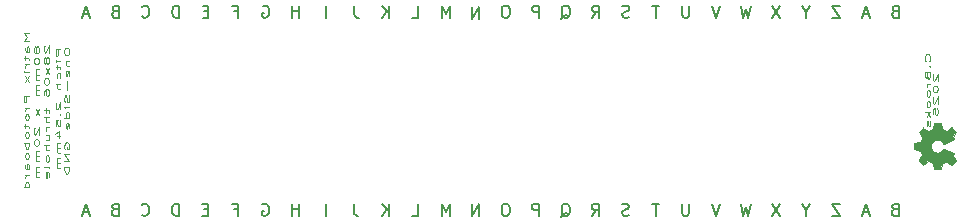
<source format=gbr>
G04 #@! TF.GenerationSoftware,KiCad,Pcbnew,9.0.1*
G04 #@! TF.CreationDate,2025-05-06T23:59:31-04:00*
G04 #@! TF.ProjectId,matrix-protoboard_6x28,6d617472-6978-42d7-9072-6f746f626f61,rev?*
G04 #@! TF.SameCoordinates,Original*
G04 #@! TF.FileFunction,Legend,Bot*
G04 #@! TF.FilePolarity,Positive*
%FSLAX46Y46*%
G04 Gerber Fmt 4.6, Leading zero omitted, Abs format (unit mm)*
G04 Created by KiCad (PCBNEW 9.0.1) date 2025-05-06 23:59:31*
%MOMM*%
%LPD*%
G01*
G04 APERTURE LIST*
%ADD10C,0.150000*%
%ADD11C,0.100000*%
%ADD12C,0.029494*%
G04 APERTURE END LIST*
D10*
X125928571Y-101511009D02*
X125785714Y-101558628D01*
X125785714Y-101558628D02*
X125738095Y-101606247D01*
X125738095Y-101606247D02*
X125690476Y-101701485D01*
X125690476Y-101701485D02*
X125690476Y-101844342D01*
X125690476Y-101844342D02*
X125738095Y-101939580D01*
X125738095Y-101939580D02*
X125785714Y-101987200D01*
X125785714Y-101987200D02*
X125880952Y-102034819D01*
X125880952Y-102034819D02*
X126261904Y-102034819D01*
X126261904Y-102034819D02*
X126261904Y-101034819D01*
X126261904Y-101034819D02*
X125928571Y-101034819D01*
X125928571Y-101034819D02*
X125833333Y-101082438D01*
X125833333Y-101082438D02*
X125785714Y-101130057D01*
X125785714Y-101130057D02*
X125738095Y-101225295D01*
X125738095Y-101225295D02*
X125738095Y-101320533D01*
X125738095Y-101320533D02*
X125785714Y-101415771D01*
X125785714Y-101415771D02*
X125833333Y-101463390D01*
X125833333Y-101463390D02*
X125928571Y-101511009D01*
X125928571Y-101511009D02*
X126261904Y-101511009D01*
X151080476Y-118804819D02*
X151556666Y-118804819D01*
X151556666Y-118804819D02*
X151556666Y-117804819D01*
X177133332Y-101034819D02*
X176799999Y-102034819D01*
X176799999Y-102034819D02*
X176466666Y-101034819D01*
D11*
X121309847Y-104712381D02*
X120909847Y-104712381D01*
X120909847Y-104712381D02*
X120909847Y-105093333D01*
X120909847Y-105093333D02*
X120928895Y-105188571D01*
X120928895Y-105188571D02*
X120947942Y-105236190D01*
X120947942Y-105236190D02*
X120986038Y-105283809D01*
X120986038Y-105283809D02*
X121043180Y-105283809D01*
X121043180Y-105283809D02*
X121081276Y-105236190D01*
X121081276Y-105236190D02*
X121100323Y-105188571D01*
X121100323Y-105188571D02*
X121119371Y-105093333D01*
X121119371Y-105093333D02*
X121119371Y-104712381D01*
X121309847Y-105712381D02*
X121043180Y-105712381D01*
X120909847Y-105712381D02*
X120928895Y-105664762D01*
X120928895Y-105664762D02*
X120947942Y-105712381D01*
X120947942Y-105712381D02*
X120928895Y-105760000D01*
X120928895Y-105760000D02*
X120909847Y-105712381D01*
X120909847Y-105712381D02*
X120947942Y-105712381D01*
X121043180Y-106045714D02*
X121043180Y-106426666D01*
X120909847Y-106188571D02*
X121252704Y-106188571D01*
X121252704Y-106188571D02*
X121290800Y-106236190D01*
X121290800Y-106236190D02*
X121309847Y-106331428D01*
X121309847Y-106331428D02*
X121309847Y-106426666D01*
X121290800Y-107188571D02*
X121309847Y-107093333D01*
X121309847Y-107093333D02*
X121309847Y-106902857D01*
X121309847Y-106902857D02*
X121290800Y-106807619D01*
X121290800Y-106807619D02*
X121271752Y-106760000D01*
X121271752Y-106760000D02*
X121233657Y-106712381D01*
X121233657Y-106712381D02*
X121119371Y-106712381D01*
X121119371Y-106712381D02*
X121081276Y-106760000D01*
X121081276Y-106760000D02*
X121062228Y-106807619D01*
X121062228Y-106807619D02*
X121043180Y-106902857D01*
X121043180Y-106902857D02*
X121043180Y-107093333D01*
X121043180Y-107093333D02*
X121062228Y-107188571D01*
X121309847Y-107617143D02*
X120909847Y-107617143D01*
X121309847Y-108045714D02*
X121100323Y-108045714D01*
X121100323Y-108045714D02*
X121062228Y-107998095D01*
X121062228Y-107998095D02*
X121043180Y-107902857D01*
X121043180Y-107902857D02*
X121043180Y-107760000D01*
X121043180Y-107760000D02*
X121062228Y-107664762D01*
X121062228Y-107664762D02*
X121081276Y-107617143D01*
X120947942Y-109236191D02*
X120928895Y-109283810D01*
X120928895Y-109283810D02*
X120909847Y-109379048D01*
X120909847Y-109379048D02*
X120909847Y-109617143D01*
X120909847Y-109617143D02*
X120928895Y-109712381D01*
X120928895Y-109712381D02*
X120947942Y-109760000D01*
X120947942Y-109760000D02*
X120986038Y-109807619D01*
X120986038Y-109807619D02*
X121024133Y-109807619D01*
X121024133Y-109807619D02*
X121081276Y-109760000D01*
X121081276Y-109760000D02*
X121309847Y-109188572D01*
X121309847Y-109188572D02*
X121309847Y-109807619D01*
X121271752Y-110236191D02*
X121290800Y-110283810D01*
X121290800Y-110283810D02*
X121309847Y-110236191D01*
X121309847Y-110236191D02*
X121290800Y-110188572D01*
X121290800Y-110188572D02*
X121271752Y-110236191D01*
X121271752Y-110236191D02*
X121309847Y-110236191D01*
X120909847Y-111188571D02*
X120909847Y-110712381D01*
X120909847Y-110712381D02*
X121100323Y-110664762D01*
X121100323Y-110664762D02*
X121081276Y-110712381D01*
X121081276Y-110712381D02*
X121062228Y-110807619D01*
X121062228Y-110807619D02*
X121062228Y-111045714D01*
X121062228Y-111045714D02*
X121081276Y-111140952D01*
X121081276Y-111140952D02*
X121100323Y-111188571D01*
X121100323Y-111188571D02*
X121138419Y-111236190D01*
X121138419Y-111236190D02*
X121233657Y-111236190D01*
X121233657Y-111236190D02*
X121271752Y-111188571D01*
X121271752Y-111188571D02*
X121290800Y-111140952D01*
X121290800Y-111140952D02*
X121309847Y-111045714D01*
X121309847Y-111045714D02*
X121309847Y-110807619D01*
X121309847Y-110807619D02*
X121290800Y-110712381D01*
X121290800Y-110712381D02*
X121271752Y-110664762D01*
X121043180Y-112093333D02*
X121309847Y-112093333D01*
X120890800Y-111855238D02*
X121176514Y-111617143D01*
X121176514Y-111617143D02*
X121176514Y-112236190D01*
X121309847Y-112617143D02*
X121043180Y-112617143D01*
X121081276Y-112617143D02*
X121062228Y-112664762D01*
X121062228Y-112664762D02*
X121043180Y-112760000D01*
X121043180Y-112760000D02*
X121043180Y-112902857D01*
X121043180Y-112902857D02*
X121062228Y-112998095D01*
X121062228Y-112998095D02*
X121100323Y-113045714D01*
X121100323Y-113045714D02*
X121309847Y-113045714D01*
X121100323Y-113045714D02*
X121062228Y-113093333D01*
X121062228Y-113093333D02*
X121043180Y-113188571D01*
X121043180Y-113188571D02*
X121043180Y-113331428D01*
X121043180Y-113331428D02*
X121062228Y-113426667D01*
X121062228Y-113426667D02*
X121100323Y-113474286D01*
X121100323Y-113474286D02*
X121309847Y-113474286D01*
X121309847Y-113950476D02*
X121043180Y-113950476D01*
X121081276Y-113950476D02*
X121062228Y-113998095D01*
X121062228Y-113998095D02*
X121043180Y-114093333D01*
X121043180Y-114093333D02*
X121043180Y-114236190D01*
X121043180Y-114236190D02*
X121062228Y-114331428D01*
X121062228Y-114331428D02*
X121100323Y-114379047D01*
X121100323Y-114379047D02*
X121309847Y-114379047D01*
X121100323Y-114379047D02*
X121062228Y-114426666D01*
X121062228Y-114426666D02*
X121043180Y-114521904D01*
X121043180Y-114521904D02*
X121043180Y-114664761D01*
X121043180Y-114664761D02*
X121062228Y-114760000D01*
X121062228Y-114760000D02*
X121100323Y-114807619D01*
X121100323Y-114807619D02*
X121309847Y-114807619D01*
D10*
X141515713Y-118804819D02*
X141515713Y-117804819D01*
X141515713Y-118281009D02*
X140944285Y-118281009D01*
X140944285Y-118804819D02*
X140944285Y-117804819D01*
X191968571Y-101511009D02*
X191825714Y-101558628D01*
X191825714Y-101558628D02*
X191778095Y-101606247D01*
X191778095Y-101606247D02*
X191730476Y-101701485D01*
X191730476Y-101701485D02*
X191730476Y-101844342D01*
X191730476Y-101844342D02*
X191778095Y-101939580D01*
X191778095Y-101939580D02*
X191825714Y-101987200D01*
X191825714Y-101987200D02*
X191920952Y-102034819D01*
X191920952Y-102034819D02*
X192301904Y-102034819D01*
X192301904Y-102034819D02*
X192301904Y-101034819D01*
X192301904Y-101034819D02*
X191968571Y-101034819D01*
X191968571Y-101034819D02*
X191873333Y-101082438D01*
X191873333Y-101082438D02*
X191825714Y-101130057D01*
X191825714Y-101130057D02*
X191778095Y-101225295D01*
X191778095Y-101225295D02*
X191778095Y-101320533D01*
X191778095Y-101320533D02*
X191825714Y-101415771D01*
X191825714Y-101415771D02*
X191873333Y-101463390D01*
X191873333Y-101463390D02*
X191968571Y-101511009D01*
X191968571Y-101511009D02*
X192301904Y-101511009D01*
X174545713Y-101034819D02*
X174545713Y-101844342D01*
X174545713Y-101844342D02*
X174498094Y-101939580D01*
X174498094Y-101939580D02*
X174450475Y-101987200D01*
X174450475Y-101987200D02*
X174355237Y-102034819D01*
X174355237Y-102034819D02*
X174164761Y-102034819D01*
X174164761Y-102034819D02*
X174069523Y-101987200D01*
X174069523Y-101987200D02*
X174021904Y-101939580D01*
X174021904Y-101939580D02*
X173974285Y-101844342D01*
X173974285Y-101844342D02*
X173974285Y-101034819D01*
X187283332Y-117804819D02*
X186616666Y-117804819D01*
X186616666Y-117804819D02*
X187283332Y-118804819D01*
X187283332Y-118804819D02*
X186616666Y-118804819D01*
X163719047Y-102130057D02*
X163814285Y-102082438D01*
X163814285Y-102082438D02*
X163909523Y-101987200D01*
X163909523Y-101987200D02*
X164052380Y-101844342D01*
X164052380Y-101844342D02*
X164147618Y-101796723D01*
X164147618Y-101796723D02*
X164242856Y-101796723D01*
X164195237Y-102034819D02*
X164290475Y-101987200D01*
X164290475Y-101987200D02*
X164385713Y-101891961D01*
X164385713Y-101891961D02*
X164433332Y-101701485D01*
X164433332Y-101701485D02*
X164433332Y-101368152D01*
X164433332Y-101368152D02*
X164385713Y-101177676D01*
X164385713Y-101177676D02*
X164290475Y-101082438D01*
X164290475Y-101082438D02*
X164195237Y-101034819D01*
X164195237Y-101034819D02*
X164004761Y-101034819D01*
X164004761Y-101034819D02*
X163909523Y-101082438D01*
X163909523Y-101082438D02*
X163814285Y-101177676D01*
X163814285Y-101177676D02*
X163766666Y-101368152D01*
X163766666Y-101368152D02*
X163766666Y-101701485D01*
X163766666Y-101701485D02*
X163814285Y-101891961D01*
X163814285Y-101891961D02*
X163909523Y-101987200D01*
X163909523Y-101987200D02*
X164004761Y-102034819D01*
X164004761Y-102034819D02*
X164195237Y-102034819D01*
X154273332Y-102034819D02*
X154273332Y-101034819D01*
X154273332Y-101034819D02*
X153939999Y-101749104D01*
X153939999Y-101749104D02*
X153606666Y-101034819D01*
X153606666Y-101034819D02*
X153606666Y-102034819D01*
X174535713Y-117804819D02*
X174535713Y-118614342D01*
X174535713Y-118614342D02*
X174488094Y-118709580D01*
X174488094Y-118709580D02*
X174440475Y-118757200D01*
X174440475Y-118757200D02*
X174345237Y-118804819D01*
X174345237Y-118804819D02*
X174154761Y-118804819D01*
X174154761Y-118804819D02*
X174059523Y-118757200D01*
X174059523Y-118757200D02*
X174011904Y-118709580D01*
X174011904Y-118709580D02*
X173964285Y-118614342D01*
X173964285Y-118614342D02*
X173964285Y-117804819D01*
X189738094Y-101749104D02*
X189261904Y-101749104D01*
X189833332Y-102034819D02*
X189499999Y-101034819D01*
X189499999Y-101034819D02*
X189166666Y-102034819D01*
X154263332Y-118804819D02*
X154263332Y-117804819D01*
X154263332Y-117804819D02*
X153929999Y-118519104D01*
X153929999Y-118519104D02*
X153596666Y-117804819D01*
X153596666Y-117804819D02*
X153596666Y-118804819D01*
X182203332Y-117804819D02*
X181536666Y-118804819D01*
X181536666Y-117804819D02*
X182203332Y-118804819D01*
X141525713Y-102034819D02*
X141525713Y-101034819D01*
X141525713Y-101511009D02*
X140954285Y-101511009D01*
X140954285Y-102034819D02*
X140954285Y-101034819D01*
D11*
X119977942Y-104424761D02*
X119958895Y-104472380D01*
X119958895Y-104472380D02*
X119939847Y-104567618D01*
X119939847Y-104567618D02*
X119939847Y-104805713D01*
X119939847Y-104805713D02*
X119958895Y-104900951D01*
X119958895Y-104900951D02*
X119977942Y-104948570D01*
X119977942Y-104948570D02*
X120016038Y-104996189D01*
X120016038Y-104996189D02*
X120054133Y-104996189D01*
X120054133Y-104996189D02*
X120111276Y-104948570D01*
X120111276Y-104948570D02*
X120339847Y-104377142D01*
X120339847Y-104377142D02*
X120339847Y-104996189D01*
X120111276Y-105567618D02*
X120092228Y-105472380D01*
X120092228Y-105472380D02*
X120073180Y-105424761D01*
X120073180Y-105424761D02*
X120035085Y-105377142D01*
X120035085Y-105377142D02*
X120016038Y-105377142D01*
X120016038Y-105377142D02*
X119977942Y-105424761D01*
X119977942Y-105424761D02*
X119958895Y-105472380D01*
X119958895Y-105472380D02*
X119939847Y-105567618D01*
X119939847Y-105567618D02*
X119939847Y-105758094D01*
X119939847Y-105758094D02*
X119958895Y-105853332D01*
X119958895Y-105853332D02*
X119977942Y-105900951D01*
X119977942Y-105900951D02*
X120016038Y-105948570D01*
X120016038Y-105948570D02*
X120035085Y-105948570D01*
X120035085Y-105948570D02*
X120073180Y-105900951D01*
X120073180Y-105900951D02*
X120092228Y-105853332D01*
X120092228Y-105853332D02*
X120111276Y-105758094D01*
X120111276Y-105758094D02*
X120111276Y-105567618D01*
X120111276Y-105567618D02*
X120130323Y-105472380D01*
X120130323Y-105472380D02*
X120149371Y-105424761D01*
X120149371Y-105424761D02*
X120187466Y-105377142D01*
X120187466Y-105377142D02*
X120263657Y-105377142D01*
X120263657Y-105377142D02*
X120301752Y-105424761D01*
X120301752Y-105424761D02*
X120320800Y-105472380D01*
X120320800Y-105472380D02*
X120339847Y-105567618D01*
X120339847Y-105567618D02*
X120339847Y-105758094D01*
X120339847Y-105758094D02*
X120320800Y-105853332D01*
X120320800Y-105853332D02*
X120301752Y-105900951D01*
X120301752Y-105900951D02*
X120263657Y-105948570D01*
X120263657Y-105948570D02*
X120187466Y-105948570D01*
X120187466Y-105948570D02*
X120149371Y-105900951D01*
X120149371Y-105900951D02*
X120130323Y-105853332D01*
X120130323Y-105853332D02*
X120111276Y-105758094D01*
X120339847Y-106281904D02*
X120073180Y-106805713D01*
X120073180Y-106281904D02*
X120339847Y-106805713D01*
X119939847Y-107377142D02*
X119939847Y-107472380D01*
X119939847Y-107472380D02*
X119958895Y-107567618D01*
X119958895Y-107567618D02*
X119977942Y-107615237D01*
X119977942Y-107615237D02*
X120016038Y-107662856D01*
X120016038Y-107662856D02*
X120092228Y-107710475D01*
X120092228Y-107710475D02*
X120187466Y-107710475D01*
X120187466Y-107710475D02*
X120263657Y-107662856D01*
X120263657Y-107662856D02*
X120301752Y-107615237D01*
X120301752Y-107615237D02*
X120320800Y-107567618D01*
X120320800Y-107567618D02*
X120339847Y-107472380D01*
X120339847Y-107472380D02*
X120339847Y-107377142D01*
X120339847Y-107377142D02*
X120320800Y-107281904D01*
X120320800Y-107281904D02*
X120301752Y-107234285D01*
X120301752Y-107234285D02*
X120263657Y-107186666D01*
X120263657Y-107186666D02*
X120187466Y-107139047D01*
X120187466Y-107139047D02*
X120092228Y-107139047D01*
X120092228Y-107139047D02*
X120016038Y-107186666D01*
X120016038Y-107186666D02*
X119977942Y-107234285D01*
X119977942Y-107234285D02*
X119958895Y-107281904D01*
X119958895Y-107281904D02*
X119939847Y-107377142D01*
X119939847Y-108567618D02*
X119939847Y-108377142D01*
X119939847Y-108377142D02*
X119958895Y-108281904D01*
X119958895Y-108281904D02*
X119977942Y-108234285D01*
X119977942Y-108234285D02*
X120035085Y-108139047D01*
X120035085Y-108139047D02*
X120111276Y-108091428D01*
X120111276Y-108091428D02*
X120263657Y-108091428D01*
X120263657Y-108091428D02*
X120301752Y-108139047D01*
X120301752Y-108139047D02*
X120320800Y-108186666D01*
X120320800Y-108186666D02*
X120339847Y-108281904D01*
X120339847Y-108281904D02*
X120339847Y-108472380D01*
X120339847Y-108472380D02*
X120320800Y-108567618D01*
X120320800Y-108567618D02*
X120301752Y-108615237D01*
X120301752Y-108615237D02*
X120263657Y-108662856D01*
X120263657Y-108662856D02*
X120168419Y-108662856D01*
X120168419Y-108662856D02*
X120130323Y-108615237D01*
X120130323Y-108615237D02*
X120111276Y-108567618D01*
X120111276Y-108567618D02*
X120092228Y-108472380D01*
X120092228Y-108472380D02*
X120092228Y-108281904D01*
X120092228Y-108281904D02*
X120111276Y-108186666D01*
X120111276Y-108186666D02*
X120130323Y-108139047D01*
X120130323Y-108139047D02*
X120168419Y-108091428D01*
X120073180Y-109710476D02*
X120073180Y-110091428D01*
X119939847Y-109853333D02*
X120282704Y-109853333D01*
X120282704Y-109853333D02*
X120320800Y-109900952D01*
X120320800Y-109900952D02*
X120339847Y-109996190D01*
X120339847Y-109996190D02*
X120339847Y-110091428D01*
X120339847Y-110424762D02*
X119939847Y-110424762D01*
X120339847Y-110853333D02*
X120130323Y-110853333D01*
X120130323Y-110853333D02*
X120092228Y-110805714D01*
X120092228Y-110805714D02*
X120073180Y-110710476D01*
X120073180Y-110710476D02*
X120073180Y-110567619D01*
X120073180Y-110567619D02*
X120092228Y-110472381D01*
X120092228Y-110472381D02*
X120111276Y-110424762D01*
X120339847Y-111329524D02*
X120073180Y-111329524D01*
X120149371Y-111329524D02*
X120111276Y-111377143D01*
X120111276Y-111377143D02*
X120092228Y-111424762D01*
X120092228Y-111424762D02*
X120073180Y-111520000D01*
X120073180Y-111520000D02*
X120073180Y-111615238D01*
X120073180Y-112377143D02*
X120339847Y-112377143D01*
X120073180Y-111948572D02*
X120282704Y-111948572D01*
X120282704Y-111948572D02*
X120320800Y-111996191D01*
X120320800Y-111996191D02*
X120339847Y-112091429D01*
X120339847Y-112091429D02*
X120339847Y-112234286D01*
X120339847Y-112234286D02*
X120320800Y-112329524D01*
X120320800Y-112329524D02*
X120301752Y-112377143D01*
X120339847Y-112853334D02*
X119939847Y-112853334D01*
X120339847Y-113281905D02*
X120130323Y-113281905D01*
X120130323Y-113281905D02*
X120092228Y-113234286D01*
X120092228Y-113234286D02*
X120073180Y-113139048D01*
X120073180Y-113139048D02*
X120073180Y-112996191D01*
X120073180Y-112996191D02*
X120092228Y-112900953D01*
X120092228Y-112900953D02*
X120111276Y-112853334D01*
X120339847Y-113900953D02*
X120320800Y-113805715D01*
X120320800Y-113805715D02*
X120301752Y-113758096D01*
X120301752Y-113758096D02*
X120263657Y-113710477D01*
X120263657Y-113710477D02*
X120149371Y-113710477D01*
X120149371Y-113710477D02*
X120111276Y-113758096D01*
X120111276Y-113758096D02*
X120092228Y-113805715D01*
X120092228Y-113805715D02*
X120073180Y-113900953D01*
X120073180Y-113900953D02*
X120073180Y-114043810D01*
X120073180Y-114043810D02*
X120092228Y-114139048D01*
X120092228Y-114139048D02*
X120111276Y-114186667D01*
X120111276Y-114186667D02*
X120149371Y-114234286D01*
X120149371Y-114234286D02*
X120263657Y-114234286D01*
X120263657Y-114234286D02*
X120301752Y-114186667D01*
X120301752Y-114186667D02*
X120320800Y-114139048D01*
X120320800Y-114139048D02*
X120339847Y-114043810D01*
X120339847Y-114043810D02*
X120339847Y-113900953D01*
X120339847Y-114805715D02*
X120320800Y-114710477D01*
X120320800Y-114710477D02*
X120282704Y-114662858D01*
X120282704Y-114662858D02*
X119939847Y-114662858D01*
X120320800Y-115567620D02*
X120339847Y-115472382D01*
X120339847Y-115472382D02*
X120339847Y-115281906D01*
X120339847Y-115281906D02*
X120320800Y-115186668D01*
X120320800Y-115186668D02*
X120282704Y-115139049D01*
X120282704Y-115139049D02*
X120130323Y-115139049D01*
X120130323Y-115139049D02*
X120092228Y-115186668D01*
X120092228Y-115186668D02*
X120073180Y-115281906D01*
X120073180Y-115281906D02*
X120073180Y-115472382D01*
X120073180Y-115472382D02*
X120092228Y-115567620D01*
X120092228Y-115567620D02*
X120130323Y-115615239D01*
X120130323Y-115615239D02*
X120168419Y-115615239D01*
X120168419Y-115615239D02*
X120206514Y-115139049D01*
D10*
X151090476Y-102034819D02*
X151566666Y-102034819D01*
X151566666Y-102034819D02*
X151566666Y-101034819D01*
X156194286Y-101125180D02*
X156194286Y-102125180D01*
X156194286Y-102125180D02*
X156765714Y-101125180D01*
X156765714Y-101125180D02*
X156765714Y-102125180D01*
X136007142Y-118281009D02*
X136340475Y-118281009D01*
X136340475Y-118804819D02*
X136340475Y-117804819D01*
X136340475Y-117804819D02*
X135864285Y-117804819D01*
X166320476Y-118804819D02*
X166653809Y-118328628D01*
X166891904Y-118804819D02*
X166891904Y-117804819D01*
X166891904Y-117804819D02*
X166510952Y-117804819D01*
X166510952Y-117804819D02*
X166415714Y-117852438D01*
X166415714Y-117852438D02*
X166368095Y-117900057D01*
X166368095Y-117900057D02*
X166320476Y-117995295D01*
X166320476Y-117995295D02*
X166320476Y-118138152D01*
X166320476Y-118138152D02*
X166368095Y-118233390D01*
X166368095Y-118233390D02*
X166415714Y-118281009D01*
X166415714Y-118281009D02*
X166510952Y-118328628D01*
X166510952Y-118328628D02*
X166891904Y-118328628D01*
X187293332Y-101034819D02*
X186626666Y-101034819D01*
X186626666Y-101034819D02*
X187293332Y-102034819D01*
X187293332Y-102034819D02*
X186626666Y-102034819D01*
X123698094Y-101749104D02*
X123221904Y-101749104D01*
X123793332Y-102034819D02*
X123459999Y-101034819D01*
X123459999Y-101034819D02*
X123126666Y-102034819D01*
X133834285Y-101511009D02*
X133500952Y-101511009D01*
X133358095Y-102034819D02*
X133834285Y-102034819D01*
X133834285Y-102034819D02*
X133834285Y-101034819D01*
X133834285Y-101034819D02*
X133358095Y-101034819D01*
X166330476Y-102034819D02*
X166663809Y-101558628D01*
X166901904Y-102034819D02*
X166901904Y-101034819D01*
X166901904Y-101034819D02*
X166520952Y-101034819D01*
X166520952Y-101034819D02*
X166425714Y-101082438D01*
X166425714Y-101082438D02*
X166378095Y-101130057D01*
X166378095Y-101130057D02*
X166330476Y-101225295D01*
X166330476Y-101225295D02*
X166330476Y-101368152D01*
X166330476Y-101368152D02*
X166378095Y-101463390D01*
X166378095Y-101463390D02*
X166425714Y-101511009D01*
X166425714Y-101511009D02*
X166520952Y-101558628D01*
X166520952Y-101558628D02*
X166901904Y-101558628D01*
X159115237Y-101034819D02*
X158924761Y-101034819D01*
X158924761Y-101034819D02*
X158829523Y-101082438D01*
X158829523Y-101082438D02*
X158734285Y-101177676D01*
X158734285Y-101177676D02*
X158686666Y-101368152D01*
X158686666Y-101368152D02*
X158686666Y-101701485D01*
X158686666Y-101701485D02*
X158734285Y-101891961D01*
X158734285Y-101891961D02*
X158829523Y-101987200D01*
X158829523Y-101987200D02*
X158924761Y-102034819D01*
X158924761Y-102034819D02*
X159115237Y-102034819D01*
X159115237Y-102034819D02*
X159210475Y-101987200D01*
X159210475Y-101987200D02*
X159305713Y-101891961D01*
X159305713Y-101891961D02*
X159353332Y-101701485D01*
X159353332Y-101701485D02*
X159353332Y-101368152D01*
X159353332Y-101368152D02*
X159305713Y-101177676D01*
X159305713Y-101177676D02*
X159210475Y-101082438D01*
X159210475Y-101082438D02*
X159115237Y-101034819D01*
X149111904Y-118804819D02*
X149111904Y-117804819D01*
X148540476Y-118804819D02*
X148969047Y-118233390D01*
X148540476Y-117804819D02*
X149111904Y-118376247D01*
X125918571Y-118281009D02*
X125775714Y-118328628D01*
X125775714Y-118328628D02*
X125728095Y-118376247D01*
X125728095Y-118376247D02*
X125680476Y-118471485D01*
X125680476Y-118471485D02*
X125680476Y-118614342D01*
X125680476Y-118614342D02*
X125728095Y-118709580D01*
X125728095Y-118709580D02*
X125775714Y-118757200D01*
X125775714Y-118757200D02*
X125870952Y-118804819D01*
X125870952Y-118804819D02*
X126251904Y-118804819D01*
X126251904Y-118804819D02*
X126251904Y-117804819D01*
X126251904Y-117804819D02*
X125918571Y-117804819D01*
X125918571Y-117804819D02*
X125823333Y-117852438D01*
X125823333Y-117852438D02*
X125775714Y-117900057D01*
X125775714Y-117900057D02*
X125728095Y-117995295D01*
X125728095Y-117995295D02*
X125728095Y-118090533D01*
X125728095Y-118090533D02*
X125775714Y-118185771D01*
X125775714Y-118185771D02*
X125823333Y-118233390D01*
X125823333Y-118233390D02*
X125918571Y-118281009D01*
X125918571Y-118281009D02*
X126251904Y-118281009D01*
X172005713Y-101034819D02*
X171434285Y-101034819D01*
X171719999Y-102034819D02*
X171719999Y-101034819D01*
X136017142Y-101511009D02*
X136350475Y-101511009D01*
X136350475Y-102034819D02*
X136350475Y-101034819D01*
X136350475Y-101034819D02*
X135874285Y-101034819D01*
X123688094Y-118519104D02*
X123211904Y-118519104D01*
X123783332Y-118804819D02*
X123449999Y-117804819D01*
X123449999Y-117804819D02*
X123116666Y-118804819D01*
X131341904Y-102034819D02*
X131341904Y-101034819D01*
X131341904Y-101034819D02*
X131103809Y-101034819D01*
X131103809Y-101034819D02*
X130960952Y-101082438D01*
X130960952Y-101082438D02*
X130865714Y-101177676D01*
X130865714Y-101177676D02*
X130818095Y-101272914D01*
X130818095Y-101272914D02*
X130770476Y-101463390D01*
X130770476Y-101463390D02*
X130770476Y-101606247D01*
X130770476Y-101606247D02*
X130818095Y-101796723D01*
X130818095Y-101796723D02*
X130865714Y-101891961D01*
X130865714Y-101891961D02*
X130960952Y-101987200D01*
X130960952Y-101987200D02*
X131103809Y-102034819D01*
X131103809Y-102034819D02*
X131341904Y-102034819D01*
X156755713Y-118804819D02*
X156755713Y-117804819D01*
X156755713Y-117804819D02*
X156184285Y-118804819D01*
X156184285Y-118804819D02*
X156184285Y-117804819D01*
X146177142Y-101034819D02*
X146177142Y-101749104D01*
X146177142Y-101749104D02*
X146224761Y-101891961D01*
X146224761Y-101891961D02*
X146319999Y-101987200D01*
X146319999Y-101987200D02*
X146462856Y-102034819D01*
X146462856Y-102034819D02*
X146558094Y-102034819D01*
X133824285Y-118281009D02*
X133490952Y-118281009D01*
X133348095Y-118804819D02*
X133824285Y-118804819D01*
X133824285Y-118804819D02*
X133824285Y-117804819D01*
X133824285Y-117804819D02*
X133348095Y-117804819D01*
X161821904Y-102034819D02*
X161821904Y-101034819D01*
X161821904Y-101034819D02*
X161440952Y-101034819D01*
X161440952Y-101034819D02*
X161345714Y-101082438D01*
X161345714Y-101082438D02*
X161298095Y-101130057D01*
X161298095Y-101130057D02*
X161250476Y-101225295D01*
X161250476Y-101225295D02*
X161250476Y-101368152D01*
X161250476Y-101368152D02*
X161298095Y-101463390D01*
X161298095Y-101463390D02*
X161345714Y-101511009D01*
X161345714Y-101511009D02*
X161440952Y-101558628D01*
X161440952Y-101558628D02*
X161821904Y-101558628D01*
X143769999Y-118804819D02*
X143769999Y-117804819D01*
X184409999Y-118328628D02*
X184409999Y-118804819D01*
X184743332Y-117804819D02*
X184409999Y-118328628D01*
X184409999Y-118328628D02*
X184076666Y-117804819D01*
X177123332Y-117804819D02*
X176789999Y-118804819D01*
X176789999Y-118804819D02*
X176456666Y-117804819D01*
D11*
X118629847Y-103366189D02*
X118229847Y-103366189D01*
X118229847Y-103366189D02*
X118515561Y-103699522D01*
X118515561Y-103699522D02*
X118229847Y-104032855D01*
X118229847Y-104032855D02*
X118629847Y-104032855D01*
X118629847Y-104937617D02*
X118420323Y-104937617D01*
X118420323Y-104937617D02*
X118382228Y-104889998D01*
X118382228Y-104889998D02*
X118363180Y-104794760D01*
X118363180Y-104794760D02*
X118363180Y-104604284D01*
X118363180Y-104604284D02*
X118382228Y-104509046D01*
X118610800Y-104937617D02*
X118629847Y-104842379D01*
X118629847Y-104842379D02*
X118629847Y-104604284D01*
X118629847Y-104604284D02*
X118610800Y-104509046D01*
X118610800Y-104509046D02*
X118572704Y-104461427D01*
X118572704Y-104461427D02*
X118534609Y-104461427D01*
X118534609Y-104461427D02*
X118496514Y-104509046D01*
X118496514Y-104509046D02*
X118477466Y-104604284D01*
X118477466Y-104604284D02*
X118477466Y-104842379D01*
X118477466Y-104842379D02*
X118458419Y-104937617D01*
X118363180Y-105270951D02*
X118363180Y-105651903D01*
X118229847Y-105413808D02*
X118572704Y-105413808D01*
X118572704Y-105413808D02*
X118610800Y-105461427D01*
X118610800Y-105461427D02*
X118629847Y-105556665D01*
X118629847Y-105556665D02*
X118629847Y-105651903D01*
X118629847Y-105985237D02*
X118363180Y-105985237D01*
X118439371Y-105985237D02*
X118401276Y-106032856D01*
X118401276Y-106032856D02*
X118382228Y-106080475D01*
X118382228Y-106080475D02*
X118363180Y-106175713D01*
X118363180Y-106175713D02*
X118363180Y-106270951D01*
X118629847Y-106604285D02*
X118363180Y-106604285D01*
X118229847Y-106604285D02*
X118248895Y-106556666D01*
X118248895Y-106556666D02*
X118267942Y-106604285D01*
X118267942Y-106604285D02*
X118248895Y-106651904D01*
X118248895Y-106651904D02*
X118229847Y-106604285D01*
X118229847Y-106604285D02*
X118267942Y-106604285D01*
X118629847Y-106985237D02*
X118363180Y-107509046D01*
X118363180Y-106985237D02*
X118629847Y-107509046D01*
X118629847Y-108651904D02*
X118229847Y-108651904D01*
X118229847Y-108651904D02*
X118229847Y-109032856D01*
X118229847Y-109032856D02*
X118248895Y-109128094D01*
X118248895Y-109128094D02*
X118267942Y-109175713D01*
X118267942Y-109175713D02*
X118306038Y-109223332D01*
X118306038Y-109223332D02*
X118363180Y-109223332D01*
X118363180Y-109223332D02*
X118401276Y-109175713D01*
X118401276Y-109175713D02*
X118420323Y-109128094D01*
X118420323Y-109128094D02*
X118439371Y-109032856D01*
X118439371Y-109032856D02*
X118439371Y-108651904D01*
X118629847Y-109651904D02*
X118363180Y-109651904D01*
X118439371Y-109651904D02*
X118401276Y-109699523D01*
X118401276Y-109699523D02*
X118382228Y-109747142D01*
X118382228Y-109747142D02*
X118363180Y-109842380D01*
X118363180Y-109842380D02*
X118363180Y-109937618D01*
X118629847Y-110413809D02*
X118610800Y-110318571D01*
X118610800Y-110318571D02*
X118591752Y-110270952D01*
X118591752Y-110270952D02*
X118553657Y-110223333D01*
X118553657Y-110223333D02*
X118439371Y-110223333D01*
X118439371Y-110223333D02*
X118401276Y-110270952D01*
X118401276Y-110270952D02*
X118382228Y-110318571D01*
X118382228Y-110318571D02*
X118363180Y-110413809D01*
X118363180Y-110413809D02*
X118363180Y-110556666D01*
X118363180Y-110556666D02*
X118382228Y-110651904D01*
X118382228Y-110651904D02*
X118401276Y-110699523D01*
X118401276Y-110699523D02*
X118439371Y-110747142D01*
X118439371Y-110747142D02*
X118553657Y-110747142D01*
X118553657Y-110747142D02*
X118591752Y-110699523D01*
X118591752Y-110699523D02*
X118610800Y-110651904D01*
X118610800Y-110651904D02*
X118629847Y-110556666D01*
X118629847Y-110556666D02*
X118629847Y-110413809D01*
X118363180Y-111032857D02*
X118363180Y-111413809D01*
X118229847Y-111175714D02*
X118572704Y-111175714D01*
X118572704Y-111175714D02*
X118610800Y-111223333D01*
X118610800Y-111223333D02*
X118629847Y-111318571D01*
X118629847Y-111318571D02*
X118629847Y-111413809D01*
X118629847Y-111890000D02*
X118610800Y-111794762D01*
X118610800Y-111794762D02*
X118591752Y-111747143D01*
X118591752Y-111747143D02*
X118553657Y-111699524D01*
X118553657Y-111699524D02*
X118439371Y-111699524D01*
X118439371Y-111699524D02*
X118401276Y-111747143D01*
X118401276Y-111747143D02*
X118382228Y-111794762D01*
X118382228Y-111794762D02*
X118363180Y-111890000D01*
X118363180Y-111890000D02*
X118363180Y-112032857D01*
X118363180Y-112032857D02*
X118382228Y-112128095D01*
X118382228Y-112128095D02*
X118401276Y-112175714D01*
X118401276Y-112175714D02*
X118439371Y-112223333D01*
X118439371Y-112223333D02*
X118553657Y-112223333D01*
X118553657Y-112223333D02*
X118591752Y-112175714D01*
X118591752Y-112175714D02*
X118610800Y-112128095D01*
X118610800Y-112128095D02*
X118629847Y-112032857D01*
X118629847Y-112032857D02*
X118629847Y-111890000D01*
X118629847Y-112651905D02*
X118229847Y-112651905D01*
X118382228Y-112651905D02*
X118363180Y-112747143D01*
X118363180Y-112747143D02*
X118363180Y-112937619D01*
X118363180Y-112937619D02*
X118382228Y-113032857D01*
X118382228Y-113032857D02*
X118401276Y-113080476D01*
X118401276Y-113080476D02*
X118439371Y-113128095D01*
X118439371Y-113128095D02*
X118553657Y-113128095D01*
X118553657Y-113128095D02*
X118591752Y-113080476D01*
X118591752Y-113080476D02*
X118610800Y-113032857D01*
X118610800Y-113032857D02*
X118629847Y-112937619D01*
X118629847Y-112937619D02*
X118629847Y-112747143D01*
X118629847Y-112747143D02*
X118610800Y-112651905D01*
X118629847Y-113699524D02*
X118610800Y-113604286D01*
X118610800Y-113604286D02*
X118591752Y-113556667D01*
X118591752Y-113556667D02*
X118553657Y-113509048D01*
X118553657Y-113509048D02*
X118439371Y-113509048D01*
X118439371Y-113509048D02*
X118401276Y-113556667D01*
X118401276Y-113556667D02*
X118382228Y-113604286D01*
X118382228Y-113604286D02*
X118363180Y-113699524D01*
X118363180Y-113699524D02*
X118363180Y-113842381D01*
X118363180Y-113842381D02*
X118382228Y-113937619D01*
X118382228Y-113937619D02*
X118401276Y-113985238D01*
X118401276Y-113985238D02*
X118439371Y-114032857D01*
X118439371Y-114032857D02*
X118553657Y-114032857D01*
X118553657Y-114032857D02*
X118591752Y-113985238D01*
X118591752Y-113985238D02*
X118610800Y-113937619D01*
X118610800Y-113937619D02*
X118629847Y-113842381D01*
X118629847Y-113842381D02*
X118629847Y-113699524D01*
X118629847Y-114890000D02*
X118420323Y-114890000D01*
X118420323Y-114890000D02*
X118382228Y-114842381D01*
X118382228Y-114842381D02*
X118363180Y-114747143D01*
X118363180Y-114747143D02*
X118363180Y-114556667D01*
X118363180Y-114556667D02*
X118382228Y-114461429D01*
X118610800Y-114890000D02*
X118629847Y-114794762D01*
X118629847Y-114794762D02*
X118629847Y-114556667D01*
X118629847Y-114556667D02*
X118610800Y-114461429D01*
X118610800Y-114461429D02*
X118572704Y-114413810D01*
X118572704Y-114413810D02*
X118534609Y-114413810D01*
X118534609Y-114413810D02*
X118496514Y-114461429D01*
X118496514Y-114461429D02*
X118477466Y-114556667D01*
X118477466Y-114556667D02*
X118477466Y-114794762D01*
X118477466Y-114794762D02*
X118458419Y-114890000D01*
X118629847Y-115366191D02*
X118363180Y-115366191D01*
X118439371Y-115366191D02*
X118401276Y-115413810D01*
X118401276Y-115413810D02*
X118382228Y-115461429D01*
X118382228Y-115461429D02*
X118363180Y-115556667D01*
X118363180Y-115556667D02*
X118363180Y-115651905D01*
X118629847Y-116413810D02*
X118229847Y-116413810D01*
X118610800Y-116413810D02*
X118629847Y-116318572D01*
X118629847Y-116318572D02*
X118629847Y-116128096D01*
X118629847Y-116128096D02*
X118610800Y-116032858D01*
X118610800Y-116032858D02*
X118591752Y-115985239D01*
X118591752Y-115985239D02*
X118553657Y-115937620D01*
X118553657Y-115937620D02*
X118439371Y-115937620D01*
X118439371Y-115937620D02*
X118401276Y-115985239D01*
X118401276Y-115985239D02*
X118382228Y-116032858D01*
X118382228Y-116032858D02*
X118363180Y-116128096D01*
X118363180Y-116128096D02*
X118363180Y-116318572D01*
X118363180Y-116318572D02*
X118382228Y-116413810D01*
D10*
X159105237Y-117804819D02*
X158914761Y-117804819D01*
X158914761Y-117804819D02*
X158819523Y-117852438D01*
X158819523Y-117852438D02*
X158724285Y-117947676D01*
X158724285Y-117947676D02*
X158676666Y-118138152D01*
X158676666Y-118138152D02*
X158676666Y-118471485D01*
X158676666Y-118471485D02*
X158724285Y-118661961D01*
X158724285Y-118661961D02*
X158819523Y-118757200D01*
X158819523Y-118757200D02*
X158914761Y-118804819D01*
X158914761Y-118804819D02*
X159105237Y-118804819D01*
X159105237Y-118804819D02*
X159200475Y-118757200D01*
X159200475Y-118757200D02*
X159295713Y-118661961D01*
X159295713Y-118661961D02*
X159343332Y-118471485D01*
X159343332Y-118471485D02*
X159343332Y-118138152D01*
X159343332Y-118138152D02*
X159295713Y-117947676D01*
X159295713Y-117947676D02*
X159200475Y-117852438D01*
X159200475Y-117852438D02*
X159105237Y-117804819D01*
X146167142Y-117804819D02*
X146167142Y-118519104D01*
X146167142Y-118519104D02*
X146214761Y-118661961D01*
X146214761Y-118661961D02*
X146309999Y-118757200D01*
X146309999Y-118757200D02*
X146452856Y-118804819D01*
X146452856Y-118804819D02*
X146548094Y-118804819D01*
X169455713Y-118757200D02*
X169312856Y-118804819D01*
X169312856Y-118804819D02*
X169074761Y-118804819D01*
X169074761Y-118804819D02*
X168979523Y-118757200D01*
X168979523Y-118757200D02*
X168931904Y-118709580D01*
X168931904Y-118709580D02*
X168884285Y-118614342D01*
X168884285Y-118614342D02*
X168884285Y-118519104D01*
X168884285Y-118519104D02*
X168931904Y-118423866D01*
X168931904Y-118423866D02*
X168979523Y-118376247D01*
X168979523Y-118376247D02*
X169074761Y-118328628D01*
X169074761Y-118328628D02*
X169265237Y-118281009D01*
X169265237Y-118281009D02*
X169360475Y-118233390D01*
X169360475Y-118233390D02*
X169408094Y-118185771D01*
X169408094Y-118185771D02*
X169455713Y-118090533D01*
X169455713Y-118090533D02*
X169455713Y-117995295D01*
X169455713Y-117995295D02*
X169408094Y-117900057D01*
X169408094Y-117900057D02*
X169360475Y-117852438D01*
X169360475Y-117852438D02*
X169265237Y-117804819D01*
X169265237Y-117804819D02*
X169027142Y-117804819D01*
X169027142Y-117804819D02*
X168884285Y-117852438D01*
X184419999Y-101558628D02*
X184419999Y-102034819D01*
X184753332Y-101034819D02*
X184419999Y-101558628D01*
X184419999Y-101558628D02*
X184086666Y-101034819D01*
X138428095Y-117852438D02*
X138523333Y-117804819D01*
X138523333Y-117804819D02*
X138666190Y-117804819D01*
X138666190Y-117804819D02*
X138809047Y-117852438D01*
X138809047Y-117852438D02*
X138904285Y-117947676D01*
X138904285Y-117947676D02*
X138951904Y-118042914D01*
X138951904Y-118042914D02*
X138999523Y-118233390D01*
X138999523Y-118233390D02*
X138999523Y-118376247D01*
X138999523Y-118376247D02*
X138951904Y-118566723D01*
X138951904Y-118566723D02*
X138904285Y-118661961D01*
X138904285Y-118661961D02*
X138809047Y-118757200D01*
X138809047Y-118757200D02*
X138666190Y-118804819D01*
X138666190Y-118804819D02*
X138570952Y-118804819D01*
X138570952Y-118804819D02*
X138428095Y-118757200D01*
X138428095Y-118757200D02*
X138380476Y-118709580D01*
X138380476Y-118709580D02*
X138380476Y-118376247D01*
X138380476Y-118376247D02*
X138570952Y-118376247D01*
X128230476Y-101939580D02*
X128278095Y-101987200D01*
X128278095Y-101987200D02*
X128420952Y-102034819D01*
X128420952Y-102034819D02*
X128516190Y-102034819D01*
X128516190Y-102034819D02*
X128659047Y-101987200D01*
X128659047Y-101987200D02*
X128754285Y-101891961D01*
X128754285Y-101891961D02*
X128801904Y-101796723D01*
X128801904Y-101796723D02*
X128849523Y-101606247D01*
X128849523Y-101606247D02*
X128849523Y-101463390D01*
X128849523Y-101463390D02*
X128801904Y-101272914D01*
X128801904Y-101272914D02*
X128754285Y-101177676D01*
X128754285Y-101177676D02*
X128659047Y-101082438D01*
X128659047Y-101082438D02*
X128516190Y-101034819D01*
X128516190Y-101034819D02*
X128420952Y-101034819D01*
X128420952Y-101034819D02*
X128278095Y-101082438D01*
X128278095Y-101082438D02*
X128230476Y-101130057D01*
X179758570Y-117804819D02*
X179520475Y-118804819D01*
X179520475Y-118804819D02*
X179329999Y-118090533D01*
X179329999Y-118090533D02*
X179139523Y-118804819D01*
X179139523Y-118804819D02*
X178901428Y-117804819D01*
D11*
X121659847Y-104814762D02*
X121659847Y-105005238D01*
X121659847Y-105005238D02*
X121678895Y-105100476D01*
X121678895Y-105100476D02*
X121716990Y-105195714D01*
X121716990Y-105195714D02*
X121793180Y-105243333D01*
X121793180Y-105243333D02*
X121926514Y-105243333D01*
X121926514Y-105243333D02*
X122002704Y-105195714D01*
X122002704Y-105195714D02*
X122040800Y-105100476D01*
X122040800Y-105100476D02*
X122059847Y-105005238D01*
X122059847Y-105005238D02*
X122059847Y-104814762D01*
X122059847Y-104814762D02*
X122040800Y-104719524D01*
X122040800Y-104719524D02*
X122002704Y-104624286D01*
X122002704Y-104624286D02*
X121926514Y-104576667D01*
X121926514Y-104576667D02*
X121793180Y-104576667D01*
X121793180Y-104576667D02*
X121716990Y-104624286D01*
X121716990Y-104624286D02*
X121678895Y-104719524D01*
X121678895Y-104719524D02*
X121659847Y-104814762D01*
X121793180Y-105671905D02*
X122059847Y-105671905D01*
X121831276Y-105671905D02*
X121812228Y-105719524D01*
X121812228Y-105719524D02*
X121793180Y-105814762D01*
X121793180Y-105814762D02*
X121793180Y-105957619D01*
X121793180Y-105957619D02*
X121812228Y-106052857D01*
X121812228Y-106052857D02*
X121850323Y-106100476D01*
X121850323Y-106100476D02*
X122059847Y-106100476D01*
X122040800Y-106957619D02*
X122059847Y-106862381D01*
X122059847Y-106862381D02*
X122059847Y-106671905D01*
X122059847Y-106671905D02*
X122040800Y-106576667D01*
X122040800Y-106576667D02*
X122002704Y-106529048D01*
X122002704Y-106529048D02*
X121850323Y-106529048D01*
X121850323Y-106529048D02*
X121812228Y-106576667D01*
X121812228Y-106576667D02*
X121793180Y-106671905D01*
X121793180Y-106671905D02*
X121793180Y-106862381D01*
X121793180Y-106862381D02*
X121812228Y-106957619D01*
X121812228Y-106957619D02*
X121850323Y-107005238D01*
X121850323Y-107005238D02*
X121888419Y-107005238D01*
X121888419Y-107005238D02*
X121926514Y-106529048D01*
X121907466Y-107433810D02*
X121907466Y-108195715D01*
X122040800Y-108624286D02*
X122059847Y-108767143D01*
X122059847Y-108767143D02*
X122059847Y-109005238D01*
X122059847Y-109005238D02*
X122040800Y-109100476D01*
X122040800Y-109100476D02*
X122021752Y-109148095D01*
X122021752Y-109148095D02*
X121983657Y-109195714D01*
X121983657Y-109195714D02*
X121945561Y-109195714D01*
X121945561Y-109195714D02*
X121907466Y-109148095D01*
X121907466Y-109148095D02*
X121888419Y-109100476D01*
X121888419Y-109100476D02*
X121869371Y-109005238D01*
X121869371Y-109005238D02*
X121850323Y-108814762D01*
X121850323Y-108814762D02*
X121831276Y-108719524D01*
X121831276Y-108719524D02*
X121812228Y-108671905D01*
X121812228Y-108671905D02*
X121774133Y-108624286D01*
X121774133Y-108624286D02*
X121736038Y-108624286D01*
X121736038Y-108624286D02*
X121697942Y-108671905D01*
X121697942Y-108671905D02*
X121678895Y-108719524D01*
X121678895Y-108719524D02*
X121659847Y-108814762D01*
X121659847Y-108814762D02*
X121659847Y-109052857D01*
X121659847Y-109052857D02*
X121678895Y-109195714D01*
X122059847Y-109624286D02*
X121793180Y-109624286D01*
X121659847Y-109624286D02*
X121678895Y-109576667D01*
X121678895Y-109576667D02*
X121697942Y-109624286D01*
X121697942Y-109624286D02*
X121678895Y-109671905D01*
X121678895Y-109671905D02*
X121659847Y-109624286D01*
X121659847Y-109624286D02*
X121697942Y-109624286D01*
X122059847Y-110529047D02*
X121659847Y-110529047D01*
X122040800Y-110529047D02*
X122059847Y-110433809D01*
X122059847Y-110433809D02*
X122059847Y-110243333D01*
X122059847Y-110243333D02*
X122040800Y-110148095D01*
X122040800Y-110148095D02*
X122021752Y-110100476D01*
X122021752Y-110100476D02*
X121983657Y-110052857D01*
X121983657Y-110052857D02*
X121869371Y-110052857D01*
X121869371Y-110052857D02*
X121831276Y-110100476D01*
X121831276Y-110100476D02*
X121812228Y-110148095D01*
X121812228Y-110148095D02*
X121793180Y-110243333D01*
X121793180Y-110243333D02*
X121793180Y-110433809D01*
X121793180Y-110433809D02*
X121812228Y-110529047D01*
X122040800Y-111386190D02*
X122059847Y-111290952D01*
X122059847Y-111290952D02*
X122059847Y-111100476D01*
X122059847Y-111100476D02*
X122040800Y-111005238D01*
X122040800Y-111005238D02*
X122002704Y-110957619D01*
X122002704Y-110957619D02*
X121850323Y-110957619D01*
X121850323Y-110957619D02*
X121812228Y-111005238D01*
X121812228Y-111005238D02*
X121793180Y-111100476D01*
X121793180Y-111100476D02*
X121793180Y-111290952D01*
X121793180Y-111290952D02*
X121812228Y-111386190D01*
X121812228Y-111386190D02*
X121850323Y-111433809D01*
X121850323Y-111433809D02*
X121888419Y-111433809D01*
X121888419Y-111433809D02*
X121926514Y-110957619D01*
X121678895Y-113148095D02*
X121659847Y-113052857D01*
X121659847Y-113052857D02*
X121659847Y-112910000D01*
X121659847Y-112910000D02*
X121678895Y-112767143D01*
X121678895Y-112767143D02*
X121716990Y-112671905D01*
X121716990Y-112671905D02*
X121755085Y-112624286D01*
X121755085Y-112624286D02*
X121831276Y-112576667D01*
X121831276Y-112576667D02*
X121888419Y-112576667D01*
X121888419Y-112576667D02*
X121964609Y-112624286D01*
X121964609Y-112624286D02*
X122002704Y-112671905D01*
X122002704Y-112671905D02*
X122040800Y-112767143D01*
X122040800Y-112767143D02*
X122059847Y-112910000D01*
X122059847Y-112910000D02*
X122059847Y-113005238D01*
X122059847Y-113005238D02*
X122040800Y-113148095D01*
X122040800Y-113148095D02*
X122021752Y-113195714D01*
X122021752Y-113195714D02*
X121888419Y-113195714D01*
X121888419Y-113195714D02*
X121888419Y-113005238D01*
X122059847Y-113624286D02*
X121659847Y-113624286D01*
X121659847Y-113624286D02*
X122059847Y-114195714D01*
X122059847Y-114195714D02*
X121659847Y-114195714D01*
X122059847Y-114671905D02*
X121659847Y-114671905D01*
X121659847Y-114671905D02*
X121659847Y-114910000D01*
X121659847Y-114910000D02*
X121678895Y-115052857D01*
X121678895Y-115052857D02*
X121716990Y-115148095D01*
X121716990Y-115148095D02*
X121755085Y-115195714D01*
X121755085Y-115195714D02*
X121831276Y-115243333D01*
X121831276Y-115243333D02*
X121888419Y-115243333D01*
X121888419Y-115243333D02*
X121964609Y-115195714D01*
X121964609Y-115195714D02*
X122002704Y-115148095D01*
X122002704Y-115148095D02*
X122040800Y-115052857D01*
X122040800Y-115052857D02*
X122059847Y-114910000D01*
X122059847Y-114910000D02*
X122059847Y-114671905D01*
D10*
X161811904Y-118804819D02*
X161811904Y-117804819D01*
X161811904Y-117804819D02*
X161430952Y-117804819D01*
X161430952Y-117804819D02*
X161335714Y-117852438D01*
X161335714Y-117852438D02*
X161288095Y-117900057D01*
X161288095Y-117900057D02*
X161240476Y-117995295D01*
X161240476Y-117995295D02*
X161240476Y-118138152D01*
X161240476Y-118138152D02*
X161288095Y-118233390D01*
X161288095Y-118233390D02*
X161335714Y-118281009D01*
X161335714Y-118281009D02*
X161430952Y-118328628D01*
X161430952Y-118328628D02*
X161811904Y-118328628D01*
X179768570Y-101034819D02*
X179530475Y-102034819D01*
X179530475Y-102034819D02*
X179339999Y-101320533D01*
X179339999Y-101320533D02*
X179149523Y-102034819D01*
X179149523Y-102034819D02*
X178911428Y-101034819D01*
X163709047Y-118900057D02*
X163804285Y-118852438D01*
X163804285Y-118852438D02*
X163899523Y-118757200D01*
X163899523Y-118757200D02*
X164042380Y-118614342D01*
X164042380Y-118614342D02*
X164137618Y-118566723D01*
X164137618Y-118566723D02*
X164232856Y-118566723D01*
X164185237Y-118804819D02*
X164280475Y-118757200D01*
X164280475Y-118757200D02*
X164375713Y-118661961D01*
X164375713Y-118661961D02*
X164423332Y-118471485D01*
X164423332Y-118471485D02*
X164423332Y-118138152D01*
X164423332Y-118138152D02*
X164375713Y-117947676D01*
X164375713Y-117947676D02*
X164280475Y-117852438D01*
X164280475Y-117852438D02*
X164185237Y-117804819D01*
X164185237Y-117804819D02*
X163994761Y-117804819D01*
X163994761Y-117804819D02*
X163899523Y-117852438D01*
X163899523Y-117852438D02*
X163804285Y-117947676D01*
X163804285Y-117947676D02*
X163756666Y-118138152D01*
X163756666Y-118138152D02*
X163756666Y-118471485D01*
X163756666Y-118471485D02*
X163804285Y-118661961D01*
X163804285Y-118661961D02*
X163899523Y-118757200D01*
X163899523Y-118757200D02*
X163994761Y-118804819D01*
X163994761Y-118804819D02*
X164185237Y-118804819D01*
X182213332Y-101034819D02*
X181546666Y-102034819D01*
X181546666Y-101034819D02*
X182213332Y-102034819D01*
D11*
X119261276Y-104662857D02*
X119242228Y-104567619D01*
X119242228Y-104567619D02*
X119223180Y-104520000D01*
X119223180Y-104520000D02*
X119185085Y-104472381D01*
X119185085Y-104472381D02*
X119166038Y-104472381D01*
X119166038Y-104472381D02*
X119127942Y-104520000D01*
X119127942Y-104520000D02*
X119108895Y-104567619D01*
X119108895Y-104567619D02*
X119089847Y-104662857D01*
X119089847Y-104662857D02*
X119089847Y-104853333D01*
X119089847Y-104853333D02*
X119108895Y-104948571D01*
X119108895Y-104948571D02*
X119127942Y-104996190D01*
X119127942Y-104996190D02*
X119166038Y-105043809D01*
X119166038Y-105043809D02*
X119185085Y-105043809D01*
X119185085Y-105043809D02*
X119223180Y-104996190D01*
X119223180Y-104996190D02*
X119242228Y-104948571D01*
X119242228Y-104948571D02*
X119261276Y-104853333D01*
X119261276Y-104853333D02*
X119261276Y-104662857D01*
X119261276Y-104662857D02*
X119280323Y-104567619D01*
X119280323Y-104567619D02*
X119299371Y-104520000D01*
X119299371Y-104520000D02*
X119337466Y-104472381D01*
X119337466Y-104472381D02*
X119413657Y-104472381D01*
X119413657Y-104472381D02*
X119451752Y-104520000D01*
X119451752Y-104520000D02*
X119470800Y-104567619D01*
X119470800Y-104567619D02*
X119489847Y-104662857D01*
X119489847Y-104662857D02*
X119489847Y-104853333D01*
X119489847Y-104853333D02*
X119470800Y-104948571D01*
X119470800Y-104948571D02*
X119451752Y-104996190D01*
X119451752Y-104996190D02*
X119413657Y-105043809D01*
X119413657Y-105043809D02*
X119337466Y-105043809D01*
X119337466Y-105043809D02*
X119299371Y-104996190D01*
X119299371Y-104996190D02*
X119280323Y-104948571D01*
X119280323Y-104948571D02*
X119261276Y-104853333D01*
X119089847Y-105662857D02*
X119089847Y-105758095D01*
X119089847Y-105758095D02*
X119108895Y-105853333D01*
X119108895Y-105853333D02*
X119127942Y-105900952D01*
X119127942Y-105900952D02*
X119166038Y-105948571D01*
X119166038Y-105948571D02*
X119242228Y-105996190D01*
X119242228Y-105996190D02*
X119337466Y-105996190D01*
X119337466Y-105996190D02*
X119413657Y-105948571D01*
X119413657Y-105948571D02*
X119451752Y-105900952D01*
X119451752Y-105900952D02*
X119470800Y-105853333D01*
X119470800Y-105853333D02*
X119489847Y-105758095D01*
X119489847Y-105758095D02*
X119489847Y-105662857D01*
X119489847Y-105662857D02*
X119470800Y-105567619D01*
X119470800Y-105567619D02*
X119451752Y-105520000D01*
X119451752Y-105520000D02*
X119413657Y-105472381D01*
X119413657Y-105472381D02*
X119337466Y-105424762D01*
X119337466Y-105424762D02*
X119242228Y-105424762D01*
X119242228Y-105424762D02*
X119166038Y-105472381D01*
X119166038Y-105472381D02*
X119127942Y-105520000D01*
X119127942Y-105520000D02*
X119108895Y-105567619D01*
X119108895Y-105567619D02*
X119089847Y-105662857D01*
X119489847Y-106424762D02*
X119223180Y-106424762D01*
X119261276Y-106424762D02*
X119242228Y-106472381D01*
X119242228Y-106472381D02*
X119223180Y-106567619D01*
X119223180Y-106567619D02*
X119223180Y-106710476D01*
X119223180Y-106710476D02*
X119242228Y-106805714D01*
X119242228Y-106805714D02*
X119280323Y-106853333D01*
X119280323Y-106853333D02*
X119489847Y-106853333D01*
X119280323Y-106853333D02*
X119242228Y-106900952D01*
X119242228Y-106900952D02*
X119223180Y-106996190D01*
X119223180Y-106996190D02*
X119223180Y-107139047D01*
X119223180Y-107139047D02*
X119242228Y-107234286D01*
X119242228Y-107234286D02*
X119280323Y-107281905D01*
X119280323Y-107281905D02*
X119489847Y-107281905D01*
X119489847Y-107758095D02*
X119223180Y-107758095D01*
X119261276Y-107758095D02*
X119242228Y-107805714D01*
X119242228Y-107805714D02*
X119223180Y-107900952D01*
X119223180Y-107900952D02*
X119223180Y-108043809D01*
X119223180Y-108043809D02*
X119242228Y-108139047D01*
X119242228Y-108139047D02*
X119280323Y-108186666D01*
X119280323Y-108186666D02*
X119489847Y-108186666D01*
X119280323Y-108186666D02*
X119242228Y-108234285D01*
X119242228Y-108234285D02*
X119223180Y-108329523D01*
X119223180Y-108329523D02*
X119223180Y-108472380D01*
X119223180Y-108472380D02*
X119242228Y-108567619D01*
X119242228Y-108567619D02*
X119280323Y-108615238D01*
X119280323Y-108615238D02*
X119489847Y-108615238D01*
X119489847Y-109758095D02*
X119223180Y-110281904D01*
X119223180Y-109758095D02*
X119489847Y-110281904D01*
X119127942Y-111377143D02*
X119108895Y-111424762D01*
X119108895Y-111424762D02*
X119089847Y-111520000D01*
X119089847Y-111520000D02*
X119089847Y-111758095D01*
X119089847Y-111758095D02*
X119108895Y-111853333D01*
X119108895Y-111853333D02*
X119127942Y-111900952D01*
X119127942Y-111900952D02*
X119166038Y-111948571D01*
X119166038Y-111948571D02*
X119204133Y-111948571D01*
X119204133Y-111948571D02*
X119261276Y-111900952D01*
X119261276Y-111900952D02*
X119489847Y-111329524D01*
X119489847Y-111329524D02*
X119489847Y-111948571D01*
X119089847Y-112567619D02*
X119089847Y-112662857D01*
X119089847Y-112662857D02*
X119108895Y-112758095D01*
X119108895Y-112758095D02*
X119127942Y-112805714D01*
X119127942Y-112805714D02*
X119166038Y-112853333D01*
X119166038Y-112853333D02*
X119242228Y-112900952D01*
X119242228Y-112900952D02*
X119337466Y-112900952D01*
X119337466Y-112900952D02*
X119413657Y-112853333D01*
X119413657Y-112853333D02*
X119451752Y-112805714D01*
X119451752Y-112805714D02*
X119470800Y-112758095D01*
X119470800Y-112758095D02*
X119489847Y-112662857D01*
X119489847Y-112662857D02*
X119489847Y-112567619D01*
X119489847Y-112567619D02*
X119470800Y-112472381D01*
X119470800Y-112472381D02*
X119451752Y-112424762D01*
X119451752Y-112424762D02*
X119413657Y-112377143D01*
X119413657Y-112377143D02*
X119337466Y-112329524D01*
X119337466Y-112329524D02*
X119242228Y-112329524D01*
X119242228Y-112329524D02*
X119166038Y-112377143D01*
X119166038Y-112377143D02*
X119127942Y-112424762D01*
X119127942Y-112424762D02*
X119108895Y-112472381D01*
X119108895Y-112472381D02*
X119089847Y-112567619D01*
X119489847Y-113329524D02*
X119223180Y-113329524D01*
X119261276Y-113329524D02*
X119242228Y-113377143D01*
X119242228Y-113377143D02*
X119223180Y-113472381D01*
X119223180Y-113472381D02*
X119223180Y-113615238D01*
X119223180Y-113615238D02*
X119242228Y-113710476D01*
X119242228Y-113710476D02*
X119280323Y-113758095D01*
X119280323Y-113758095D02*
X119489847Y-113758095D01*
X119280323Y-113758095D02*
X119242228Y-113805714D01*
X119242228Y-113805714D02*
X119223180Y-113900952D01*
X119223180Y-113900952D02*
X119223180Y-114043809D01*
X119223180Y-114043809D02*
X119242228Y-114139048D01*
X119242228Y-114139048D02*
X119280323Y-114186667D01*
X119280323Y-114186667D02*
X119489847Y-114186667D01*
X119489847Y-114662857D02*
X119223180Y-114662857D01*
X119261276Y-114662857D02*
X119242228Y-114710476D01*
X119242228Y-114710476D02*
X119223180Y-114805714D01*
X119223180Y-114805714D02*
X119223180Y-114948571D01*
X119223180Y-114948571D02*
X119242228Y-115043809D01*
X119242228Y-115043809D02*
X119280323Y-115091428D01*
X119280323Y-115091428D02*
X119489847Y-115091428D01*
X119280323Y-115091428D02*
X119242228Y-115139047D01*
X119242228Y-115139047D02*
X119223180Y-115234285D01*
X119223180Y-115234285D02*
X119223180Y-115377142D01*
X119223180Y-115377142D02*
X119242228Y-115472381D01*
X119242228Y-115472381D02*
X119280323Y-115520000D01*
X119280323Y-115520000D02*
X119489847Y-115520000D01*
D10*
X143779999Y-102034819D02*
X143779999Y-101034819D01*
D11*
X194899763Y-105716666D02*
X194918811Y-105669047D01*
X194918811Y-105669047D02*
X194937858Y-105526190D01*
X194937858Y-105526190D02*
X194937858Y-105430952D01*
X194937858Y-105430952D02*
X194918811Y-105288095D01*
X194918811Y-105288095D02*
X194880715Y-105192857D01*
X194880715Y-105192857D02*
X194842620Y-105145238D01*
X194842620Y-105145238D02*
X194766430Y-105097619D01*
X194766430Y-105097619D02*
X194709287Y-105097619D01*
X194709287Y-105097619D02*
X194633096Y-105145238D01*
X194633096Y-105145238D02*
X194595001Y-105192857D01*
X194595001Y-105192857D02*
X194556906Y-105288095D01*
X194556906Y-105288095D02*
X194537858Y-105430952D01*
X194537858Y-105430952D02*
X194537858Y-105526190D01*
X194537858Y-105526190D02*
X194556906Y-105669047D01*
X194556906Y-105669047D02*
X194575953Y-105716666D01*
X194899763Y-106145238D02*
X194918811Y-106192857D01*
X194918811Y-106192857D02*
X194937858Y-106145238D01*
X194937858Y-106145238D02*
X194918811Y-106097619D01*
X194918811Y-106097619D02*
X194899763Y-106145238D01*
X194899763Y-106145238D02*
X194937858Y-106145238D01*
X194728334Y-106954761D02*
X194747382Y-107097618D01*
X194747382Y-107097618D02*
X194766430Y-107145237D01*
X194766430Y-107145237D02*
X194804525Y-107192856D01*
X194804525Y-107192856D02*
X194861668Y-107192856D01*
X194861668Y-107192856D02*
X194899763Y-107145237D01*
X194899763Y-107145237D02*
X194918811Y-107097618D01*
X194918811Y-107097618D02*
X194937858Y-107002380D01*
X194937858Y-107002380D02*
X194937858Y-106621428D01*
X194937858Y-106621428D02*
X194537858Y-106621428D01*
X194537858Y-106621428D02*
X194537858Y-106954761D01*
X194537858Y-106954761D02*
X194556906Y-107049999D01*
X194556906Y-107049999D02*
X194575953Y-107097618D01*
X194575953Y-107097618D02*
X194614049Y-107145237D01*
X194614049Y-107145237D02*
X194652144Y-107145237D01*
X194652144Y-107145237D02*
X194690239Y-107097618D01*
X194690239Y-107097618D02*
X194709287Y-107049999D01*
X194709287Y-107049999D02*
X194728334Y-106954761D01*
X194728334Y-106954761D02*
X194728334Y-106621428D01*
X194937858Y-107621428D02*
X194671191Y-107621428D01*
X194747382Y-107621428D02*
X194709287Y-107669047D01*
X194709287Y-107669047D02*
X194690239Y-107716666D01*
X194690239Y-107716666D02*
X194671191Y-107811904D01*
X194671191Y-107811904D02*
X194671191Y-107907142D01*
X194937858Y-108383333D02*
X194918811Y-108288095D01*
X194918811Y-108288095D02*
X194899763Y-108240476D01*
X194899763Y-108240476D02*
X194861668Y-108192857D01*
X194861668Y-108192857D02*
X194747382Y-108192857D01*
X194747382Y-108192857D02*
X194709287Y-108240476D01*
X194709287Y-108240476D02*
X194690239Y-108288095D01*
X194690239Y-108288095D02*
X194671191Y-108383333D01*
X194671191Y-108383333D02*
X194671191Y-108526190D01*
X194671191Y-108526190D02*
X194690239Y-108621428D01*
X194690239Y-108621428D02*
X194709287Y-108669047D01*
X194709287Y-108669047D02*
X194747382Y-108716666D01*
X194747382Y-108716666D02*
X194861668Y-108716666D01*
X194861668Y-108716666D02*
X194899763Y-108669047D01*
X194899763Y-108669047D02*
X194918811Y-108621428D01*
X194918811Y-108621428D02*
X194937858Y-108526190D01*
X194937858Y-108526190D02*
X194937858Y-108383333D01*
X194937858Y-109288095D02*
X194918811Y-109192857D01*
X194918811Y-109192857D02*
X194899763Y-109145238D01*
X194899763Y-109145238D02*
X194861668Y-109097619D01*
X194861668Y-109097619D02*
X194747382Y-109097619D01*
X194747382Y-109097619D02*
X194709287Y-109145238D01*
X194709287Y-109145238D02*
X194690239Y-109192857D01*
X194690239Y-109192857D02*
X194671191Y-109288095D01*
X194671191Y-109288095D02*
X194671191Y-109430952D01*
X194671191Y-109430952D02*
X194690239Y-109526190D01*
X194690239Y-109526190D02*
X194709287Y-109573809D01*
X194709287Y-109573809D02*
X194747382Y-109621428D01*
X194747382Y-109621428D02*
X194861668Y-109621428D01*
X194861668Y-109621428D02*
X194899763Y-109573809D01*
X194899763Y-109573809D02*
X194918811Y-109526190D01*
X194918811Y-109526190D02*
X194937858Y-109430952D01*
X194937858Y-109430952D02*
X194937858Y-109288095D01*
X194937858Y-110050000D02*
X194537858Y-110050000D01*
X194785477Y-110145238D02*
X194937858Y-110430952D01*
X194671191Y-110430952D02*
X194823572Y-110050000D01*
X194918811Y-110811905D02*
X194937858Y-110907143D01*
X194937858Y-110907143D02*
X194937858Y-111097619D01*
X194937858Y-111097619D02*
X194918811Y-111192857D01*
X194918811Y-111192857D02*
X194880715Y-111240476D01*
X194880715Y-111240476D02*
X194861668Y-111240476D01*
X194861668Y-111240476D02*
X194823572Y-111192857D01*
X194823572Y-111192857D02*
X194804525Y-111097619D01*
X194804525Y-111097619D02*
X194804525Y-110954762D01*
X194804525Y-110954762D02*
X194785477Y-110859524D01*
X194785477Y-110859524D02*
X194747382Y-110811905D01*
X194747382Y-110811905D02*
X194728334Y-110811905D01*
X194728334Y-110811905D02*
X194690239Y-110859524D01*
X194690239Y-110859524D02*
X194671191Y-110954762D01*
X194671191Y-110954762D02*
X194671191Y-111097619D01*
X194671191Y-111097619D02*
X194690239Y-111192857D01*
X195219931Y-106835714D02*
X195200884Y-106883333D01*
X195200884Y-106883333D02*
X195181836Y-106978571D01*
X195181836Y-106978571D02*
X195181836Y-107216666D01*
X195181836Y-107216666D02*
X195200884Y-107311904D01*
X195200884Y-107311904D02*
X195219931Y-107359523D01*
X195219931Y-107359523D02*
X195258027Y-107407142D01*
X195258027Y-107407142D02*
X195296122Y-107407142D01*
X195296122Y-107407142D02*
X195353265Y-107359523D01*
X195353265Y-107359523D02*
X195581836Y-106788095D01*
X195581836Y-106788095D02*
X195581836Y-107407142D01*
X195181836Y-108026190D02*
X195181836Y-108121428D01*
X195181836Y-108121428D02*
X195200884Y-108216666D01*
X195200884Y-108216666D02*
X195219931Y-108264285D01*
X195219931Y-108264285D02*
X195258027Y-108311904D01*
X195258027Y-108311904D02*
X195334217Y-108359523D01*
X195334217Y-108359523D02*
X195429455Y-108359523D01*
X195429455Y-108359523D02*
X195505646Y-108311904D01*
X195505646Y-108311904D02*
X195543741Y-108264285D01*
X195543741Y-108264285D02*
X195562789Y-108216666D01*
X195562789Y-108216666D02*
X195581836Y-108121428D01*
X195581836Y-108121428D02*
X195581836Y-108026190D01*
X195581836Y-108026190D02*
X195562789Y-107930952D01*
X195562789Y-107930952D02*
X195543741Y-107883333D01*
X195543741Y-107883333D02*
X195505646Y-107835714D01*
X195505646Y-107835714D02*
X195429455Y-107788095D01*
X195429455Y-107788095D02*
X195334217Y-107788095D01*
X195334217Y-107788095D02*
X195258027Y-107835714D01*
X195258027Y-107835714D02*
X195219931Y-107883333D01*
X195219931Y-107883333D02*
X195200884Y-107930952D01*
X195200884Y-107930952D02*
X195181836Y-108026190D01*
X195219931Y-108740476D02*
X195200884Y-108788095D01*
X195200884Y-108788095D02*
X195181836Y-108883333D01*
X195181836Y-108883333D02*
X195181836Y-109121428D01*
X195181836Y-109121428D02*
X195200884Y-109216666D01*
X195200884Y-109216666D02*
X195219931Y-109264285D01*
X195219931Y-109264285D02*
X195258027Y-109311904D01*
X195258027Y-109311904D02*
X195296122Y-109311904D01*
X195296122Y-109311904D02*
X195353265Y-109264285D01*
X195353265Y-109264285D02*
X195581836Y-108692857D01*
X195581836Y-108692857D02*
X195581836Y-109311904D01*
X195181836Y-110216666D02*
X195181836Y-109740476D01*
X195181836Y-109740476D02*
X195372312Y-109692857D01*
X195372312Y-109692857D02*
X195353265Y-109740476D01*
X195353265Y-109740476D02*
X195334217Y-109835714D01*
X195334217Y-109835714D02*
X195334217Y-110073809D01*
X195334217Y-110073809D02*
X195353265Y-110169047D01*
X195353265Y-110169047D02*
X195372312Y-110216666D01*
X195372312Y-110216666D02*
X195410408Y-110264285D01*
X195410408Y-110264285D02*
X195505646Y-110264285D01*
X195505646Y-110264285D02*
X195543741Y-110216666D01*
X195543741Y-110216666D02*
X195562789Y-110169047D01*
X195562789Y-110169047D02*
X195581836Y-110073809D01*
X195581836Y-110073809D02*
X195581836Y-109835714D01*
X195581836Y-109835714D02*
X195562789Y-109740476D01*
X195562789Y-109740476D02*
X195543741Y-109692857D01*
D10*
X138438095Y-101082438D02*
X138533333Y-101034819D01*
X138533333Y-101034819D02*
X138676190Y-101034819D01*
X138676190Y-101034819D02*
X138819047Y-101082438D01*
X138819047Y-101082438D02*
X138914285Y-101177676D01*
X138914285Y-101177676D02*
X138961904Y-101272914D01*
X138961904Y-101272914D02*
X139009523Y-101463390D01*
X139009523Y-101463390D02*
X139009523Y-101606247D01*
X139009523Y-101606247D02*
X138961904Y-101796723D01*
X138961904Y-101796723D02*
X138914285Y-101891961D01*
X138914285Y-101891961D02*
X138819047Y-101987200D01*
X138819047Y-101987200D02*
X138676190Y-102034819D01*
X138676190Y-102034819D02*
X138580952Y-102034819D01*
X138580952Y-102034819D02*
X138438095Y-101987200D01*
X138438095Y-101987200D02*
X138390476Y-101939580D01*
X138390476Y-101939580D02*
X138390476Y-101606247D01*
X138390476Y-101606247D02*
X138580952Y-101606247D01*
X169465713Y-101987200D02*
X169322856Y-102034819D01*
X169322856Y-102034819D02*
X169084761Y-102034819D01*
X169084761Y-102034819D02*
X168989523Y-101987200D01*
X168989523Y-101987200D02*
X168941904Y-101939580D01*
X168941904Y-101939580D02*
X168894285Y-101844342D01*
X168894285Y-101844342D02*
X168894285Y-101749104D01*
X168894285Y-101749104D02*
X168941904Y-101653866D01*
X168941904Y-101653866D02*
X168989523Y-101606247D01*
X168989523Y-101606247D02*
X169084761Y-101558628D01*
X169084761Y-101558628D02*
X169275237Y-101511009D01*
X169275237Y-101511009D02*
X169370475Y-101463390D01*
X169370475Y-101463390D02*
X169418094Y-101415771D01*
X169418094Y-101415771D02*
X169465713Y-101320533D01*
X169465713Y-101320533D02*
X169465713Y-101225295D01*
X169465713Y-101225295D02*
X169418094Y-101130057D01*
X169418094Y-101130057D02*
X169370475Y-101082438D01*
X169370475Y-101082438D02*
X169275237Y-101034819D01*
X169275237Y-101034819D02*
X169037142Y-101034819D01*
X169037142Y-101034819D02*
X168894285Y-101082438D01*
X128220476Y-118709580D02*
X128268095Y-118757200D01*
X128268095Y-118757200D02*
X128410952Y-118804819D01*
X128410952Y-118804819D02*
X128506190Y-118804819D01*
X128506190Y-118804819D02*
X128649047Y-118757200D01*
X128649047Y-118757200D02*
X128744285Y-118661961D01*
X128744285Y-118661961D02*
X128791904Y-118566723D01*
X128791904Y-118566723D02*
X128839523Y-118376247D01*
X128839523Y-118376247D02*
X128839523Y-118233390D01*
X128839523Y-118233390D02*
X128791904Y-118042914D01*
X128791904Y-118042914D02*
X128744285Y-117947676D01*
X128744285Y-117947676D02*
X128649047Y-117852438D01*
X128649047Y-117852438D02*
X128506190Y-117804819D01*
X128506190Y-117804819D02*
X128410952Y-117804819D01*
X128410952Y-117804819D02*
X128268095Y-117852438D01*
X128268095Y-117852438D02*
X128220476Y-117900057D01*
X171995713Y-117804819D02*
X171424285Y-117804819D01*
X171709999Y-118804819D02*
X171709999Y-117804819D01*
X131331904Y-118804819D02*
X131331904Y-117804819D01*
X131331904Y-117804819D02*
X131093809Y-117804819D01*
X131093809Y-117804819D02*
X130950952Y-117852438D01*
X130950952Y-117852438D02*
X130855714Y-117947676D01*
X130855714Y-117947676D02*
X130808095Y-118042914D01*
X130808095Y-118042914D02*
X130760476Y-118233390D01*
X130760476Y-118233390D02*
X130760476Y-118376247D01*
X130760476Y-118376247D02*
X130808095Y-118566723D01*
X130808095Y-118566723D02*
X130855714Y-118661961D01*
X130855714Y-118661961D02*
X130950952Y-118757200D01*
X130950952Y-118757200D02*
X131093809Y-118804819D01*
X131093809Y-118804819D02*
X131331904Y-118804819D01*
X149121904Y-102034819D02*
X149121904Y-101034819D01*
X148550476Y-102034819D02*
X148979047Y-101463390D01*
X148550476Y-101034819D02*
X149121904Y-101606247D01*
X191958571Y-118281009D02*
X191815714Y-118328628D01*
X191815714Y-118328628D02*
X191768095Y-118376247D01*
X191768095Y-118376247D02*
X191720476Y-118471485D01*
X191720476Y-118471485D02*
X191720476Y-118614342D01*
X191720476Y-118614342D02*
X191768095Y-118709580D01*
X191768095Y-118709580D02*
X191815714Y-118757200D01*
X191815714Y-118757200D02*
X191910952Y-118804819D01*
X191910952Y-118804819D02*
X192291904Y-118804819D01*
X192291904Y-118804819D02*
X192291904Y-117804819D01*
X192291904Y-117804819D02*
X191958571Y-117804819D01*
X191958571Y-117804819D02*
X191863333Y-117852438D01*
X191863333Y-117852438D02*
X191815714Y-117900057D01*
X191815714Y-117900057D02*
X191768095Y-117995295D01*
X191768095Y-117995295D02*
X191768095Y-118090533D01*
X191768095Y-118090533D02*
X191815714Y-118185771D01*
X191815714Y-118185771D02*
X191863333Y-118233390D01*
X191863333Y-118233390D02*
X191958571Y-118281009D01*
X191958571Y-118281009D02*
X192291904Y-118281009D01*
X189728094Y-118519104D02*
X189251904Y-118519104D01*
X189823332Y-118804819D02*
X189489999Y-117804819D01*
X189489999Y-117804819D02*
X189156666Y-118804819D01*
D12*
X195816686Y-110945578D02*
X195817812Y-110945606D01*
X195818936Y-110945689D01*
X195820054Y-110945827D01*
X195821165Y-110946017D01*
X195822267Y-110946258D01*
X195823359Y-110946549D01*
X195824439Y-110946888D01*
X195825506Y-110947274D01*
X195827590Y-110948182D01*
X195829600Y-110949262D01*
X195831520Y-110950503D01*
X195833339Y-110951893D01*
X195835042Y-110953422D01*
X195836615Y-110955078D01*
X195838045Y-110956851D01*
X195838703Y-110957778D01*
X195839319Y-110958730D01*
X195839894Y-110959705D01*
X195840424Y-110960703D01*
X195840908Y-110961721D01*
X195841344Y-110962759D01*
X195841732Y-110963816D01*
X195842068Y-110964889D01*
X195842352Y-110965977D01*
X195842582Y-110967079D01*
X195930592Y-111440017D01*
X195930820Y-111441128D01*
X195931100Y-111442242D01*
X195931808Y-111444472D01*
X195932703Y-111446692D01*
X195933772Y-111448888D01*
X195935002Y-111451046D01*
X195936380Y-111453150D01*
X195937893Y-111455187D01*
X195939529Y-111457142D01*
X195941274Y-111459001D01*
X195943115Y-111460749D01*
X195945039Y-111462371D01*
X195947033Y-111463853D01*
X195949085Y-111465182D01*
X195951182Y-111466341D01*
X195953309Y-111467317D01*
X195954381Y-111467732D01*
X195955456Y-111468096D01*
X196324279Y-111615744D01*
X196326377Y-111616657D01*
X196328599Y-111617420D01*
X196330925Y-111618032D01*
X196333337Y-111618495D01*
X196335815Y-111618811D01*
X196338340Y-111618981D01*
X196340893Y-111619007D01*
X196343454Y-111618888D01*
X196346004Y-111618628D01*
X196348525Y-111618227D01*
X196350996Y-111617687D01*
X196353399Y-111617009D01*
X196355715Y-111616193D01*
X196357923Y-111615243D01*
X196360006Y-111614158D01*
X196361943Y-111612941D01*
X196753419Y-111344309D01*
X196754362Y-111343697D01*
X196755335Y-111343133D01*
X196756333Y-111342616D01*
X196757355Y-111342146D01*
X196758399Y-111341724D01*
X196759463Y-111341348D01*
X196761640Y-111340737D01*
X196763871Y-111340311D01*
X196766137Y-111340068D01*
X196768421Y-111340008D01*
X196770706Y-111340128D01*
X196772974Y-111340428D01*
X196775210Y-111340905D01*
X196777394Y-111341558D01*
X196779511Y-111342385D01*
X196781542Y-111343385D01*
X196782521Y-111343949D01*
X196783471Y-111344556D01*
X196784392Y-111345205D01*
X196785280Y-111345897D01*
X196786135Y-111346630D01*
X196786953Y-111347406D01*
X197139791Y-111700303D01*
X197140564Y-111701118D01*
X197141295Y-111701969D01*
X197141984Y-111702855D01*
X197142631Y-111703773D01*
X197143236Y-111704721D01*
X197143799Y-111705697D01*
X197144319Y-111706698D01*
X197144796Y-111707723D01*
X197145230Y-111708770D01*
X197145620Y-111709835D01*
X197146271Y-111712016D01*
X197146747Y-111714247D01*
X197147046Y-111716513D01*
X197147167Y-111718796D01*
X197147108Y-111721078D01*
X197146867Y-111723343D01*
X197146678Y-111724464D01*
X197146443Y-111725574D01*
X197146162Y-111726671D01*
X197145835Y-111727752D01*
X197145461Y-111728817D01*
X197145040Y-111729862D01*
X197144573Y-111730886D01*
X197144058Y-111731886D01*
X197143496Y-111732861D01*
X197142887Y-111733807D01*
X196878944Y-112118352D01*
X196877745Y-112120285D01*
X196876694Y-112122356D01*
X196875790Y-112124547D01*
X196875034Y-112126837D01*
X196874426Y-112129209D01*
X196873967Y-112131642D01*
X196873658Y-112134119D01*
X196873498Y-112136620D01*
X196873489Y-112139126D01*
X196873631Y-112141618D01*
X196873924Y-112144077D01*
X196874368Y-112146485D01*
X196874965Y-112148822D01*
X196875714Y-112151069D01*
X196876617Y-112153208D01*
X196877673Y-112155219D01*
X196968219Y-112324810D01*
X196968704Y-112325821D01*
X196969131Y-112326842D01*
X196969499Y-112327869D01*
X196969810Y-112328901D01*
X196970065Y-112329937D01*
X196970263Y-112330974D01*
X196970406Y-112332012D01*
X196970495Y-112333047D01*
X196970529Y-112334079D01*
X196970510Y-112335105D01*
X196970439Y-112336124D01*
X196970315Y-112337133D01*
X196970140Y-112338132D01*
X196969915Y-112339119D01*
X196969639Y-112340091D01*
X196969315Y-112341046D01*
X196968941Y-112341984D01*
X196968520Y-112342902D01*
X196968051Y-112343799D01*
X196967536Y-112344672D01*
X196966974Y-112345520D01*
X196966367Y-112346341D01*
X196965716Y-112347133D01*
X196965021Y-112347895D01*
X196964282Y-112348625D01*
X196963501Y-112349321D01*
X196962678Y-112349981D01*
X196961813Y-112350603D01*
X196960908Y-112351186D01*
X196959963Y-112351728D01*
X196958978Y-112352227D01*
X196957955Y-112352681D01*
X196113039Y-112702364D01*
X196111987Y-112702771D01*
X196110920Y-112703124D01*
X196109839Y-112703425D01*
X196108746Y-112703673D01*
X196107644Y-112703870D01*
X196106533Y-112704016D01*
X196104295Y-112704157D01*
X196102050Y-112704102D01*
X196099814Y-112703857D01*
X196097602Y-112703427D01*
X196095430Y-112702817D01*
X196093316Y-112702033D01*
X196091274Y-112701079D01*
X196089321Y-112699961D01*
X196087473Y-112698685D01*
X196085745Y-112697255D01*
X196084932Y-112696484D01*
X196084155Y-112695678D01*
X196083416Y-112694835D01*
X196082718Y-112693957D01*
X196082062Y-112693045D01*
X196081450Y-112692100D01*
X196055466Y-112649658D01*
X196053521Y-112646594D01*
X196051300Y-112643328D01*
X196048853Y-112639918D01*
X196046227Y-112636426D01*
X196043471Y-112632909D01*
X196040634Y-112629430D01*
X196037764Y-112626046D01*
X196034909Y-112622818D01*
X196015678Y-112594727D01*
X195994797Y-112567917D01*
X195972341Y-112542461D01*
X195948380Y-112518433D01*
X195922989Y-112495906D01*
X195896240Y-112474953D01*
X195868205Y-112455648D01*
X195838957Y-112438063D01*
X195808570Y-112422273D01*
X195792971Y-112415074D01*
X195777115Y-112408350D01*
X195761011Y-112402112D01*
X195744666Y-112396368D01*
X195728092Y-112391128D01*
X195711296Y-112386401D01*
X195694288Y-112382195D01*
X195677076Y-112378520D01*
X195659671Y-112375386D01*
X195642081Y-112372801D01*
X195624315Y-112370774D01*
X195606382Y-112369315D01*
X195588291Y-112368433D01*
X195570052Y-112368137D01*
X195541653Y-112368855D01*
X195513626Y-112370986D01*
X195486007Y-112374496D01*
X195458831Y-112379350D01*
X195432131Y-112385512D01*
X195405943Y-112392950D01*
X195380301Y-112401626D01*
X195355239Y-112411508D01*
X195330794Y-112422561D01*
X195306999Y-112434748D01*
X195283888Y-112448037D01*
X195261497Y-112462393D01*
X195239861Y-112477779D01*
X195219013Y-112494163D01*
X195198989Y-112511509D01*
X195179823Y-112529783D01*
X195161551Y-112548949D01*
X195144205Y-112568974D01*
X195127823Y-112589822D01*
X195112437Y-112611459D01*
X195098082Y-112633850D01*
X195084794Y-112656960D01*
X195072607Y-112680755D01*
X195061556Y-112705200D01*
X195051675Y-112730261D01*
X195042999Y-112755902D01*
X195035562Y-112782089D01*
X195029400Y-112808788D01*
X195024547Y-112835963D01*
X195021038Y-112863580D01*
X195018907Y-112891604D01*
X195018189Y-112920001D01*
X195018907Y-112948398D01*
X195021038Y-112976422D01*
X195024547Y-113004038D01*
X195029400Y-113031213D01*
X195035562Y-113057911D01*
X195042999Y-113084097D01*
X195051675Y-113109737D01*
X195061556Y-113134797D01*
X195072607Y-113159241D01*
X195084794Y-113183035D01*
X195098082Y-113206144D01*
X195112437Y-113228534D01*
X195127823Y-113250169D01*
X195144206Y-113271016D01*
X195161551Y-113291039D01*
X195179824Y-113310204D01*
X195198989Y-113328476D01*
X195219013Y-113345821D01*
X195239861Y-113362204D01*
X195261498Y-113377589D01*
X195283888Y-113391943D01*
X195306999Y-113405231D01*
X195330794Y-113417417D01*
X195355240Y-113428469D01*
X195380301Y-113438350D01*
X195405943Y-113447026D01*
X195432131Y-113454462D01*
X195458831Y-113460624D01*
X195486008Y-113465477D01*
X195513626Y-113468986D01*
X195541653Y-113471117D01*
X195570052Y-113471836D01*
X195606382Y-113470658D01*
X195642081Y-113467173D01*
X195677076Y-113461455D01*
X195711296Y-113453576D01*
X195744666Y-113443610D01*
X195777115Y-113431630D01*
X195808570Y-113417709D01*
X195838957Y-113401920D01*
X195868205Y-113384336D01*
X195896240Y-113365032D01*
X195922989Y-113344079D01*
X195948380Y-113321551D01*
X195972341Y-113297522D01*
X195994797Y-113272063D01*
X196015678Y-113245250D01*
X196034909Y-113217154D01*
X196037764Y-113213944D01*
X196040634Y-113210572D01*
X196043471Y-113207099D01*
X196046227Y-113203586D01*
X196048853Y-113200096D01*
X196051300Y-113196689D01*
X196053520Y-113193428D01*
X196055466Y-113190373D01*
X196081450Y-113147931D01*
X196082062Y-113146991D01*
X196082718Y-113146083D01*
X196083416Y-113145210D01*
X196084155Y-113144371D01*
X196084932Y-113143568D01*
X196085745Y-113142800D01*
X196086592Y-113142069D01*
X196087472Y-113141375D01*
X196088382Y-113140719D01*
X196089320Y-113140102D01*
X196090285Y-113139524D01*
X196091273Y-113138986D01*
X196092284Y-113138488D01*
X196093315Y-113138032D01*
X196094365Y-113137618D01*
X196095430Y-113137247D01*
X196096510Y-113136919D01*
X196097601Y-113136635D01*
X196098703Y-113136396D01*
X196099813Y-113136202D01*
X196100930Y-113136054D01*
X196102050Y-113135953D01*
X196103172Y-113135900D01*
X196104295Y-113135895D01*
X196105416Y-113135938D01*
X196106532Y-113136031D01*
X196107643Y-113136175D01*
X196108746Y-113136369D01*
X196109839Y-113136614D01*
X196110920Y-113136912D01*
X196111987Y-113137263D01*
X196113039Y-113137667D01*
X196957985Y-113487320D01*
X196959009Y-113487774D01*
X196959993Y-113488273D01*
X196960938Y-113488814D01*
X196961843Y-113489397D01*
X196962707Y-113490019D01*
X196963529Y-113490678D01*
X196964310Y-113491373D01*
X196965048Y-113492102D01*
X196965742Y-113492863D01*
X196966392Y-113493655D01*
X196966998Y-113494475D01*
X196967558Y-113495322D01*
X196968073Y-113496194D01*
X196968541Y-113497090D01*
X196968961Y-113498007D01*
X196969334Y-113498944D01*
X196969658Y-113499899D01*
X196969932Y-113500871D01*
X196970157Y-113501857D01*
X196970332Y-113502855D01*
X196970455Y-113503865D01*
X196970527Y-113504884D01*
X196970546Y-113505910D01*
X196970511Y-113506942D01*
X196970424Y-113507978D01*
X196970281Y-113509016D01*
X196970084Y-113510055D01*
X196969831Y-113511092D01*
X196969522Y-113512126D01*
X196969156Y-113513155D01*
X196968732Y-113514178D01*
X196968250Y-113515192D01*
X196877703Y-113684783D01*
X196876645Y-113686799D01*
X196875741Y-113688941D01*
X196874990Y-113691191D01*
X196874391Y-113693529D01*
X196873944Y-113695938D01*
X196873649Y-113698397D01*
X196873506Y-113700889D01*
X196873514Y-113703393D01*
X196873673Y-113705893D01*
X196873982Y-113708368D01*
X196874441Y-113710799D01*
X196875049Y-113713169D01*
X196875807Y-113715457D01*
X196876715Y-113717646D01*
X196877770Y-113719717D01*
X196878974Y-113721650D01*
X197142917Y-114106224D01*
X197143526Y-114107168D01*
X197144088Y-114108140D01*
X197144602Y-114109138D01*
X197145070Y-114110160D01*
X197145490Y-114111204D01*
X197145864Y-114112268D01*
X197146472Y-114114445D01*
X197146896Y-114116674D01*
X197147137Y-114118939D01*
X197147197Y-114121221D01*
X197147076Y-114123503D01*
X197146777Y-114125769D01*
X197146302Y-114128000D01*
X197145651Y-114130180D01*
X197144826Y-114132291D01*
X197143829Y-114134316D01*
X197143267Y-114135290D01*
X197142662Y-114136237D01*
X197142015Y-114137153D01*
X197141325Y-114138037D01*
X197140594Y-114138886D01*
X197139821Y-114139699D01*
X196786983Y-114492596D01*
X196786165Y-114493374D01*
X196785311Y-114494111D01*
X196784422Y-114494805D01*
X196783501Y-114495456D01*
X196782551Y-114496065D01*
X196781572Y-114496631D01*
X196780568Y-114497154D01*
X196779541Y-114497634D01*
X196778492Y-114498071D01*
X196777424Y-114498464D01*
X196775240Y-114499119D01*
X196773004Y-114499597D01*
X196770736Y-114499896D01*
X196768450Y-114500016D01*
X196766166Y-114499955D01*
X196763901Y-114499711D01*
X196762780Y-114499520D01*
X196761670Y-114499282D01*
X196760574Y-114498998D01*
X196759493Y-114498668D01*
X196758429Y-114498290D01*
X196757385Y-114497865D01*
X196756363Y-114497394D01*
X196755365Y-114496874D01*
X196754393Y-114496307D01*
X196753449Y-114495692D01*
X196361973Y-114227031D01*
X196360036Y-114225824D01*
X196357954Y-114224748D01*
X196355745Y-114223803D01*
X196353430Y-114222993D01*
X196351027Y-114222318D01*
X196348555Y-114221780D01*
X196346035Y-114221381D01*
X196343484Y-114221121D01*
X196340923Y-114221002D01*
X196338370Y-114221027D01*
X196335845Y-114221195D01*
X196333367Y-114221510D01*
X196330955Y-114221973D01*
X196328629Y-114222584D01*
X196326407Y-114223345D01*
X196324309Y-114224259D01*
X195955486Y-114371906D01*
X195954411Y-114372271D01*
X195953340Y-114372688D01*
X195951212Y-114373665D01*
X195949116Y-114374824D01*
X195947064Y-114376150D01*
X195945069Y-114377629D01*
X195943145Y-114379247D01*
X195941304Y-114380990D01*
X195939559Y-114382843D01*
X195937924Y-114384793D01*
X195936411Y-114386825D01*
X195935033Y-114388925D01*
X195933802Y-114391080D01*
X195932734Y-114393274D01*
X195931839Y-114395494D01*
X195931460Y-114396609D01*
X195931131Y-114397726D01*
X195930851Y-114398842D01*
X195930623Y-114399955D01*
X195842612Y-114872893D01*
X195842383Y-114873992D01*
X195842099Y-114875078D01*
X195841762Y-114876149D01*
X195841375Y-114877204D01*
X195840938Y-114878241D01*
X195840454Y-114879258D01*
X195839924Y-114880255D01*
X195839350Y-114881229D01*
X195838733Y-114882181D01*
X195838076Y-114883107D01*
X195837379Y-114884008D01*
X195836646Y-114884880D01*
X195835876Y-114885724D01*
X195835072Y-114886537D01*
X195834236Y-114887319D01*
X195833370Y-114888067D01*
X195832474Y-114888781D01*
X195831551Y-114889459D01*
X195830603Y-114890099D01*
X195829631Y-114890701D01*
X195828636Y-114891263D01*
X195827621Y-114891783D01*
X195826587Y-114892260D01*
X195825536Y-114892693D01*
X195824470Y-114893080D01*
X195823390Y-114893420D01*
X195822298Y-114893712D01*
X195821196Y-114893953D01*
X195820085Y-114894144D01*
X195818967Y-114894282D01*
X195817843Y-114894365D01*
X195816716Y-114894393D01*
X195317705Y-114894453D01*
X195316576Y-114894427D01*
X195315451Y-114894346D01*
X195314332Y-114894211D01*
X195313220Y-114894023D01*
X195312117Y-114893784D01*
X195311025Y-114893496D01*
X195309946Y-114893158D01*
X195308881Y-114892773D01*
X195307831Y-114892343D01*
X195306799Y-114891868D01*
X195304792Y-114890791D01*
X195302875Y-114889554D01*
X195301060Y-114888166D01*
X195299359Y-114886640D01*
X195297787Y-114884987D01*
X195296357Y-114883217D01*
X195295080Y-114881342D01*
X195294504Y-114880368D01*
X195293971Y-114879372D01*
X195293484Y-114878356D01*
X195293043Y-114877320D01*
X195292650Y-114876266D01*
X195292308Y-114875195D01*
X195292017Y-114874110D01*
X195291780Y-114873010D01*
X195291780Y-114873011D01*
X195201616Y-114388156D01*
X195201100Y-114385934D01*
X195200387Y-114383699D01*
X195199492Y-114381468D01*
X195198427Y-114379255D01*
X195197204Y-114377075D01*
X195195835Y-114374942D01*
X195194334Y-114372871D01*
X195192713Y-114370877D01*
X195190984Y-114368974D01*
X195189161Y-114367178D01*
X195187255Y-114365503D01*
X195185279Y-114363964D01*
X195183246Y-114362575D01*
X195181168Y-114361352D01*
X195179059Y-114360308D01*
X195176930Y-114359459D01*
X194830197Y-114210838D01*
X194828121Y-114209876D01*
X194825921Y-114209067D01*
X194823616Y-114208411D01*
X194821225Y-114207906D01*
X194818766Y-114207550D01*
X194816260Y-114207344D01*
X194813724Y-114207285D01*
X194811177Y-114207373D01*
X194808639Y-114207605D01*
X194806129Y-114207982D01*
X194803666Y-114208501D01*
X194801268Y-114209163D01*
X194798954Y-114209964D01*
X194796744Y-114210905D01*
X194794656Y-114211984D01*
X194792710Y-114213200D01*
X194380973Y-114495694D01*
X194380029Y-114496304D01*
X194379057Y-114496866D01*
X194378059Y-114497381D01*
X194377037Y-114497849D01*
X194375994Y-114498271D01*
X194374931Y-114498646D01*
X194372755Y-114499258D01*
X194370527Y-114499685D01*
X194368264Y-114499929D01*
X194365983Y-114499992D01*
X194363700Y-114499874D01*
X194361434Y-114499577D01*
X194359202Y-114499103D01*
X194357020Y-114498452D01*
X194354905Y-114497627D01*
X194352876Y-114496627D01*
X194351898Y-114496062D01*
X194350948Y-114495455D01*
X194350028Y-114494804D01*
X194349140Y-114494111D01*
X194348286Y-114493376D01*
X194347468Y-114492598D01*
X193994630Y-114139760D01*
X193993852Y-114138943D01*
X193993116Y-114138089D01*
X193992422Y-114137201D01*
X193991770Y-114136281D01*
X193991161Y-114135332D01*
X193990595Y-114134355D01*
X193990072Y-114133353D01*
X193989592Y-114132327D01*
X193989155Y-114131281D01*
X193988762Y-114130215D01*
X193988108Y-114128036D01*
X193987630Y-114125806D01*
X193987330Y-114123543D01*
X193987210Y-114121263D01*
X193987271Y-114118984D01*
X193987515Y-114116724D01*
X193987707Y-114115605D01*
X193987944Y-114114498D01*
X193988228Y-114113403D01*
X193988558Y-114112324D01*
X193988936Y-114111262D01*
X193989360Y-114110219D01*
X193989832Y-114109198D01*
X193990351Y-114108201D01*
X193990918Y-114107229D01*
X193991533Y-114106285D01*
X194279042Y-113687321D01*
X194280253Y-113685383D01*
X194281332Y-113683299D01*
X194282277Y-113681088D01*
X194283087Y-113678769D01*
X194283760Y-113676363D01*
X194284295Y-113673887D01*
X194284690Y-113671363D01*
X194284945Y-113668810D01*
X194285057Y-113666246D01*
X194285027Y-113663692D01*
X194284851Y-113661167D01*
X194284529Y-113658690D01*
X194284060Y-113656281D01*
X194283443Y-113653960D01*
X194282675Y-113651745D01*
X194281756Y-113649657D01*
X194144166Y-113313542D01*
X194143786Y-113312473D01*
X194143355Y-113311407D01*
X194142875Y-113310347D01*
X194142348Y-113309292D01*
X194141159Y-113307209D01*
X194139803Y-113305171D01*
X194138294Y-113303190D01*
X194136648Y-113301278D01*
X194134878Y-113299449D01*
X194132999Y-113297715D01*
X194131025Y-113296088D01*
X194128972Y-113294582D01*
X194126854Y-113293208D01*
X194124685Y-113291979D01*
X194122479Y-113290908D01*
X194120253Y-113290007D01*
X194118019Y-113289289D01*
X194116904Y-113289003D01*
X194115793Y-113288767D01*
X193614304Y-113195418D01*
X193613202Y-113195186D01*
X193612114Y-113194900D01*
X193611041Y-113194562D01*
X193609984Y-113194173D01*
X193608946Y-113193736D01*
X193607928Y-113193251D01*
X193606930Y-113192721D01*
X193605955Y-113192148D01*
X193605003Y-113191531D01*
X193604076Y-113190875D01*
X193603176Y-113190180D01*
X193602303Y-113189447D01*
X193601460Y-113188679D01*
X193600647Y-113187877D01*
X193599866Y-113187043D01*
X193599118Y-113186178D01*
X193598405Y-113185285D01*
X193597728Y-113184364D01*
X193597088Y-113183418D01*
X193596487Y-113182448D01*
X193595927Y-113181456D01*
X193595407Y-113180443D01*
X193594931Y-113179411D01*
X193594499Y-113178362D01*
X193594113Y-113177298D01*
X193593774Y-113176220D01*
X193593483Y-113175129D01*
X193593242Y-113174028D01*
X193593052Y-113172918D01*
X193592914Y-113171801D01*
X193592831Y-113170678D01*
X193592803Y-113169551D01*
X193592803Y-112670511D01*
X193592831Y-112669387D01*
X193592914Y-112668266D01*
X193593052Y-112667151D01*
X193593242Y-112666044D01*
X193593483Y-112664944D01*
X193593774Y-112663856D01*
X193594113Y-112662779D01*
X193594499Y-112661716D01*
X193594931Y-112660669D01*
X193595407Y-112659639D01*
X193596487Y-112657636D01*
X193597728Y-112655722D01*
X193599118Y-112653909D01*
X193600647Y-112652212D01*
X193602303Y-112650643D01*
X193604076Y-112649215D01*
X193605003Y-112648559D01*
X193605955Y-112647943D01*
X193606930Y-112647370D01*
X193607928Y-112646840D01*
X193608946Y-112646356D01*
X193609984Y-112645918D01*
X193611041Y-112645530D01*
X193612114Y-112645192D01*
X193613202Y-112644906D01*
X193614304Y-112644674D01*
X194115792Y-112551354D01*
X194118018Y-112550833D01*
X194120252Y-112550116D01*
X194122479Y-112549216D01*
X194124684Y-112548147D01*
X194126853Y-112546920D01*
X194128972Y-112545548D01*
X194131025Y-112544043D01*
X194132998Y-112542418D01*
X194134877Y-112540685D01*
X194136647Y-112538856D01*
X194138294Y-112536945D01*
X194139802Y-112534963D01*
X194141158Y-112532923D01*
X194142347Y-112530837D01*
X194143354Y-112528718D01*
X194144165Y-112526579D01*
X194281755Y-112190434D01*
X194282674Y-112188341D01*
X194283442Y-112186122D01*
X194284060Y-112183797D01*
X194284529Y-112181385D01*
X194284851Y-112178906D01*
X194285026Y-112176379D01*
X194285057Y-112173824D01*
X194284944Y-112171260D01*
X194284690Y-112168707D01*
X194284294Y-112166184D01*
X194283759Y-112163710D01*
X194283086Y-112161306D01*
X194282277Y-112158991D01*
X194281332Y-112156783D01*
X194280253Y-112154703D01*
X194279041Y-112152771D01*
X193991532Y-111733836D01*
X193990918Y-111732890D01*
X193990351Y-111731915D01*
X193989831Y-111730915D01*
X193989360Y-111729891D01*
X193988935Y-111728846D01*
X193988558Y-111727781D01*
X193987943Y-111725602D01*
X193987515Y-111723372D01*
X193987271Y-111721107D01*
X193987209Y-111718824D01*
X193987330Y-111716542D01*
X193987629Y-111714276D01*
X193988107Y-111712045D01*
X193988762Y-111709864D01*
X193989592Y-111707752D01*
X193990595Y-111705726D01*
X193991161Y-111704750D01*
X193991770Y-111703802D01*
X193992421Y-111702884D01*
X193993115Y-111701998D01*
X193993851Y-111701147D01*
X193994630Y-111700332D01*
X194347467Y-111347464D01*
X194348285Y-111346688D01*
X194349139Y-111345954D01*
X194350027Y-111345262D01*
X194350948Y-111344613D01*
X194351898Y-111344005D01*
X194352875Y-111343440D01*
X194353878Y-111342918D01*
X194354905Y-111342438D01*
X194355952Y-111342002D01*
X194357019Y-111341609D01*
X194359201Y-111340955D01*
X194361434Y-111340476D01*
X194363700Y-111340175D01*
X194365982Y-111340054D01*
X194368264Y-111340113D01*
X194370527Y-111340356D01*
X194371646Y-111340546D01*
X194372755Y-111340782D01*
X194373851Y-111341066D01*
X194374931Y-111341395D01*
X194375994Y-111341772D01*
X194377037Y-111342196D01*
X194378059Y-111342667D01*
X194379057Y-111343186D01*
X194380029Y-111343753D01*
X194380972Y-111344368D01*
X194792710Y-111626892D01*
X194794656Y-111628097D01*
X194796744Y-111629166D01*
X194798954Y-111630099D01*
X194801267Y-111630894D01*
X194803665Y-111631549D01*
X194806129Y-111632065D01*
X194808639Y-111632438D01*
X194811177Y-111632669D01*
X194813723Y-111632756D01*
X194816259Y-111632697D01*
X194818766Y-111632492D01*
X194821225Y-111632139D01*
X194823616Y-111631636D01*
X194825921Y-111630983D01*
X194828121Y-111630179D01*
X194830196Y-111629222D01*
X195176929Y-111480572D01*
X195177995Y-111480175D01*
X195179058Y-111479728D01*
X195181168Y-111478690D01*
X195183245Y-111477472D01*
X195185278Y-111476088D01*
X195187254Y-111474552D01*
X195189160Y-111472881D01*
X195190983Y-111471087D01*
X195192712Y-111469187D01*
X195194333Y-111467193D01*
X195195834Y-111465122D01*
X195197203Y-111462987D01*
X195198426Y-111460804D01*
X195199492Y-111458586D01*
X195200387Y-111456349D01*
X195201099Y-111454106D01*
X195201383Y-111452988D01*
X195201616Y-111451873D01*
X195291779Y-110967050D01*
X195292017Y-110965945D01*
X195292307Y-110964854D01*
X195292650Y-110963779D01*
X195293042Y-110962722D01*
X195293483Y-110961682D01*
X195293970Y-110960662D01*
X195294503Y-110959664D01*
X195295079Y-110958688D01*
X195295697Y-110957736D01*
X195296355Y-110956809D01*
X195297051Y-110955908D01*
X195297785Y-110955036D01*
X195298554Y-110954193D01*
X195299356Y-110953380D01*
X195300190Y-110952600D01*
X195301055Y-110951853D01*
X195301949Y-110951140D01*
X195302869Y-110950464D01*
X195303815Y-110949825D01*
X195304784Y-110949225D01*
X195305776Y-110948665D01*
X195306788Y-110948147D01*
X195307819Y-110947672D01*
X195308868Y-110947241D01*
X195309931Y-110946855D01*
X195311009Y-110946516D01*
X195312099Y-110946226D01*
X195313199Y-110945986D01*
X195314309Y-110945796D01*
X195315426Y-110945659D01*
X195316549Y-110945576D01*
X195317675Y-110945548D01*
X195816686Y-110945578D01*
G36*
X195816686Y-110945578D02*
G01*
X195817812Y-110945606D01*
X195818936Y-110945689D01*
X195820054Y-110945827D01*
X195821165Y-110946017D01*
X195822267Y-110946258D01*
X195823359Y-110946549D01*
X195824439Y-110946888D01*
X195825506Y-110947274D01*
X195827590Y-110948182D01*
X195829600Y-110949262D01*
X195831520Y-110950503D01*
X195833339Y-110951893D01*
X195835042Y-110953422D01*
X195836615Y-110955078D01*
X195838045Y-110956851D01*
X195838703Y-110957778D01*
X195839319Y-110958730D01*
X195839894Y-110959705D01*
X195840424Y-110960703D01*
X195840908Y-110961721D01*
X195841344Y-110962759D01*
X195841732Y-110963816D01*
X195842068Y-110964889D01*
X195842352Y-110965977D01*
X195842582Y-110967079D01*
X195930592Y-111440017D01*
X195930820Y-111441128D01*
X195931100Y-111442242D01*
X195931808Y-111444472D01*
X195932703Y-111446692D01*
X195933772Y-111448888D01*
X195935002Y-111451046D01*
X195936380Y-111453150D01*
X195937893Y-111455187D01*
X195939529Y-111457142D01*
X195941274Y-111459001D01*
X195943115Y-111460749D01*
X195945039Y-111462371D01*
X195947033Y-111463853D01*
X195949085Y-111465182D01*
X195951182Y-111466341D01*
X195953309Y-111467317D01*
X195954381Y-111467732D01*
X195955456Y-111468096D01*
X196324279Y-111615744D01*
X196326377Y-111616657D01*
X196328599Y-111617420D01*
X196330925Y-111618032D01*
X196333337Y-111618495D01*
X196335815Y-111618811D01*
X196338340Y-111618981D01*
X196340893Y-111619007D01*
X196343454Y-111618888D01*
X196346004Y-111618628D01*
X196348525Y-111618227D01*
X196350996Y-111617687D01*
X196353399Y-111617009D01*
X196355715Y-111616193D01*
X196357923Y-111615243D01*
X196360006Y-111614158D01*
X196361943Y-111612941D01*
X196753419Y-111344309D01*
X196754362Y-111343697D01*
X196755335Y-111343133D01*
X196756333Y-111342616D01*
X196757355Y-111342146D01*
X196758399Y-111341724D01*
X196759463Y-111341348D01*
X196761640Y-111340737D01*
X196763871Y-111340311D01*
X196766137Y-111340068D01*
X196768421Y-111340008D01*
X196770706Y-111340128D01*
X196772974Y-111340428D01*
X196775210Y-111340905D01*
X196777394Y-111341558D01*
X196779511Y-111342385D01*
X196781542Y-111343385D01*
X196782521Y-111343949D01*
X196783471Y-111344556D01*
X196784392Y-111345205D01*
X196785280Y-111345897D01*
X196786135Y-111346630D01*
X196786953Y-111347406D01*
X197139791Y-111700303D01*
X197140564Y-111701118D01*
X197141295Y-111701969D01*
X197141984Y-111702855D01*
X197142631Y-111703773D01*
X197143236Y-111704721D01*
X197143799Y-111705697D01*
X197144319Y-111706698D01*
X197144796Y-111707723D01*
X197145230Y-111708770D01*
X197145620Y-111709835D01*
X197146271Y-111712016D01*
X197146747Y-111714247D01*
X197147046Y-111716513D01*
X197147167Y-111718796D01*
X197147108Y-111721078D01*
X197146867Y-111723343D01*
X197146678Y-111724464D01*
X197146443Y-111725574D01*
X197146162Y-111726671D01*
X197145835Y-111727752D01*
X197145461Y-111728817D01*
X197145040Y-111729862D01*
X197144573Y-111730886D01*
X197144058Y-111731886D01*
X197143496Y-111732861D01*
X197142887Y-111733807D01*
X196878944Y-112118352D01*
X196877745Y-112120285D01*
X196876694Y-112122356D01*
X196875790Y-112124547D01*
X196875034Y-112126837D01*
X196874426Y-112129209D01*
X196873967Y-112131642D01*
X196873658Y-112134119D01*
X196873498Y-112136620D01*
X196873489Y-112139126D01*
X196873631Y-112141618D01*
X196873924Y-112144077D01*
X196874368Y-112146485D01*
X196874965Y-112148822D01*
X196875714Y-112151069D01*
X196876617Y-112153208D01*
X196877673Y-112155219D01*
X196968219Y-112324810D01*
X196968704Y-112325821D01*
X196969131Y-112326842D01*
X196969499Y-112327869D01*
X196969810Y-112328901D01*
X196970065Y-112329937D01*
X196970263Y-112330974D01*
X196970406Y-112332012D01*
X196970495Y-112333047D01*
X196970529Y-112334079D01*
X196970510Y-112335105D01*
X196970439Y-112336124D01*
X196970315Y-112337133D01*
X196970140Y-112338132D01*
X196969915Y-112339119D01*
X196969639Y-112340091D01*
X196969315Y-112341046D01*
X196968941Y-112341984D01*
X196968520Y-112342902D01*
X196968051Y-112343799D01*
X196967536Y-112344672D01*
X196966974Y-112345520D01*
X196966367Y-112346341D01*
X196965716Y-112347133D01*
X196965021Y-112347895D01*
X196964282Y-112348625D01*
X196963501Y-112349321D01*
X196962678Y-112349981D01*
X196961813Y-112350603D01*
X196960908Y-112351186D01*
X196959963Y-112351728D01*
X196958978Y-112352227D01*
X196957955Y-112352681D01*
X196113039Y-112702364D01*
X196111987Y-112702771D01*
X196110920Y-112703124D01*
X196109839Y-112703425D01*
X196108746Y-112703673D01*
X196107644Y-112703870D01*
X196106533Y-112704016D01*
X196104295Y-112704157D01*
X196102050Y-112704102D01*
X196099814Y-112703857D01*
X196097602Y-112703427D01*
X196095430Y-112702817D01*
X196093316Y-112702033D01*
X196091274Y-112701079D01*
X196089321Y-112699961D01*
X196087473Y-112698685D01*
X196085745Y-112697255D01*
X196084932Y-112696484D01*
X196084155Y-112695678D01*
X196083416Y-112694835D01*
X196082718Y-112693957D01*
X196082062Y-112693045D01*
X196081450Y-112692100D01*
X196055466Y-112649658D01*
X196053521Y-112646594D01*
X196051300Y-112643328D01*
X196048853Y-112639918D01*
X196046227Y-112636426D01*
X196043471Y-112632909D01*
X196040634Y-112629430D01*
X196037764Y-112626046D01*
X196034909Y-112622818D01*
X196015678Y-112594727D01*
X195994797Y-112567917D01*
X195972341Y-112542461D01*
X195948380Y-112518433D01*
X195922989Y-112495906D01*
X195896240Y-112474953D01*
X195868205Y-112455648D01*
X195838957Y-112438063D01*
X195808570Y-112422273D01*
X195792971Y-112415074D01*
X195777115Y-112408350D01*
X195761011Y-112402112D01*
X195744666Y-112396368D01*
X195728092Y-112391128D01*
X195711296Y-112386401D01*
X195694288Y-112382195D01*
X195677076Y-112378520D01*
X195659671Y-112375386D01*
X195642081Y-112372801D01*
X195624315Y-112370774D01*
X195606382Y-112369315D01*
X195588291Y-112368433D01*
X195570052Y-112368137D01*
X195541653Y-112368855D01*
X195513626Y-112370986D01*
X195486007Y-112374496D01*
X195458831Y-112379350D01*
X195432131Y-112385512D01*
X195405943Y-112392950D01*
X195380301Y-112401626D01*
X195355239Y-112411508D01*
X195330794Y-112422561D01*
X195306999Y-112434748D01*
X195283888Y-112448037D01*
X195261497Y-112462393D01*
X195239861Y-112477779D01*
X195219013Y-112494163D01*
X195198989Y-112511509D01*
X195179823Y-112529783D01*
X195161551Y-112548949D01*
X195144205Y-112568974D01*
X195127823Y-112589822D01*
X195112437Y-112611459D01*
X195098082Y-112633850D01*
X195084794Y-112656960D01*
X195072607Y-112680755D01*
X195061556Y-112705200D01*
X195051675Y-112730261D01*
X195042999Y-112755902D01*
X195035562Y-112782089D01*
X195029400Y-112808788D01*
X195024547Y-112835963D01*
X195021038Y-112863580D01*
X195018907Y-112891604D01*
X195018189Y-112920001D01*
X195018907Y-112948398D01*
X195021038Y-112976422D01*
X195024547Y-113004038D01*
X195029400Y-113031213D01*
X195035562Y-113057911D01*
X195042999Y-113084097D01*
X195051675Y-113109737D01*
X195061556Y-113134797D01*
X195072607Y-113159241D01*
X195084794Y-113183035D01*
X195098082Y-113206144D01*
X195112437Y-113228534D01*
X195127823Y-113250169D01*
X195144206Y-113271016D01*
X195161551Y-113291039D01*
X195179824Y-113310204D01*
X195198989Y-113328476D01*
X195219013Y-113345821D01*
X195239861Y-113362204D01*
X195261498Y-113377589D01*
X195283888Y-113391943D01*
X195306999Y-113405231D01*
X195330794Y-113417417D01*
X195355240Y-113428469D01*
X195380301Y-113438350D01*
X195405943Y-113447026D01*
X195432131Y-113454462D01*
X195458831Y-113460624D01*
X195486008Y-113465477D01*
X195513626Y-113468986D01*
X195541653Y-113471117D01*
X195570052Y-113471836D01*
X195606382Y-113470658D01*
X195642081Y-113467173D01*
X195677076Y-113461455D01*
X195711296Y-113453576D01*
X195744666Y-113443610D01*
X195777115Y-113431630D01*
X195808570Y-113417709D01*
X195838957Y-113401920D01*
X195868205Y-113384336D01*
X195896240Y-113365032D01*
X195922989Y-113344079D01*
X195948380Y-113321551D01*
X195972341Y-113297522D01*
X195994797Y-113272063D01*
X196015678Y-113245250D01*
X196034909Y-113217154D01*
X196037764Y-113213944D01*
X196040634Y-113210572D01*
X196043471Y-113207099D01*
X196046227Y-113203586D01*
X196048853Y-113200096D01*
X196051300Y-113196689D01*
X196053520Y-113193428D01*
X196055466Y-113190373D01*
X196081450Y-113147931D01*
X196082062Y-113146991D01*
X196082718Y-113146083D01*
X196083416Y-113145210D01*
X196084155Y-113144371D01*
X196084932Y-113143568D01*
X196085745Y-113142800D01*
X196086592Y-113142069D01*
X196087472Y-113141375D01*
X196088382Y-113140719D01*
X196089320Y-113140102D01*
X196090285Y-113139524D01*
X196091273Y-113138986D01*
X196092284Y-113138488D01*
X196093315Y-113138032D01*
X196094365Y-113137618D01*
X196095430Y-113137247D01*
X196096510Y-113136919D01*
X196097601Y-113136635D01*
X196098703Y-113136396D01*
X196099813Y-113136202D01*
X196100930Y-113136054D01*
X196102050Y-113135953D01*
X196103172Y-113135900D01*
X196104295Y-113135895D01*
X196105416Y-113135938D01*
X196106532Y-113136031D01*
X196107643Y-113136175D01*
X196108746Y-113136369D01*
X196109839Y-113136614D01*
X196110920Y-113136912D01*
X196111987Y-113137263D01*
X196113039Y-113137667D01*
X196957985Y-113487320D01*
X196959009Y-113487774D01*
X196959993Y-113488273D01*
X196960938Y-113488814D01*
X196961843Y-113489397D01*
X196962707Y-113490019D01*
X196963529Y-113490678D01*
X196964310Y-113491373D01*
X196965048Y-113492102D01*
X196965742Y-113492863D01*
X196966392Y-113493655D01*
X196966998Y-113494475D01*
X196967558Y-113495322D01*
X196968073Y-113496194D01*
X196968541Y-113497090D01*
X196968961Y-113498007D01*
X196969334Y-113498944D01*
X196969658Y-113499899D01*
X196969932Y-113500871D01*
X196970157Y-113501857D01*
X196970332Y-113502855D01*
X196970455Y-113503865D01*
X196970527Y-113504884D01*
X196970546Y-113505910D01*
X196970511Y-113506942D01*
X196970424Y-113507978D01*
X196970281Y-113509016D01*
X196970084Y-113510055D01*
X196969831Y-113511092D01*
X196969522Y-113512126D01*
X196969156Y-113513155D01*
X196968732Y-113514178D01*
X196968250Y-113515192D01*
X196877703Y-113684783D01*
X196876645Y-113686799D01*
X196875741Y-113688941D01*
X196874990Y-113691191D01*
X196874391Y-113693529D01*
X196873944Y-113695938D01*
X196873649Y-113698397D01*
X196873506Y-113700889D01*
X196873514Y-113703393D01*
X196873673Y-113705893D01*
X196873982Y-113708368D01*
X196874441Y-113710799D01*
X196875049Y-113713169D01*
X196875807Y-113715457D01*
X196876715Y-113717646D01*
X196877770Y-113719717D01*
X196878974Y-113721650D01*
X197142917Y-114106224D01*
X197143526Y-114107168D01*
X197144088Y-114108140D01*
X197144602Y-114109138D01*
X197145070Y-114110160D01*
X197145490Y-114111204D01*
X197145864Y-114112268D01*
X197146472Y-114114445D01*
X197146896Y-114116674D01*
X197147137Y-114118939D01*
X197147197Y-114121221D01*
X197147076Y-114123503D01*
X197146777Y-114125769D01*
X197146302Y-114128000D01*
X197145651Y-114130180D01*
X197144826Y-114132291D01*
X197143829Y-114134316D01*
X197143267Y-114135290D01*
X197142662Y-114136237D01*
X197142015Y-114137153D01*
X197141325Y-114138037D01*
X197140594Y-114138886D01*
X197139821Y-114139699D01*
X196786983Y-114492596D01*
X196786165Y-114493374D01*
X196785311Y-114494111D01*
X196784422Y-114494805D01*
X196783501Y-114495456D01*
X196782551Y-114496065D01*
X196781572Y-114496631D01*
X196780568Y-114497154D01*
X196779541Y-114497634D01*
X196778492Y-114498071D01*
X196777424Y-114498464D01*
X196775240Y-114499119D01*
X196773004Y-114499597D01*
X196770736Y-114499896D01*
X196768450Y-114500016D01*
X196766166Y-114499955D01*
X196763901Y-114499711D01*
X196762780Y-114499520D01*
X196761670Y-114499282D01*
X196760574Y-114498998D01*
X196759493Y-114498668D01*
X196758429Y-114498290D01*
X196757385Y-114497865D01*
X196756363Y-114497394D01*
X196755365Y-114496874D01*
X196754393Y-114496307D01*
X196753449Y-114495692D01*
X196361973Y-114227031D01*
X196360036Y-114225824D01*
X196357954Y-114224748D01*
X196355745Y-114223803D01*
X196353430Y-114222993D01*
X196351027Y-114222318D01*
X196348555Y-114221780D01*
X196346035Y-114221381D01*
X196343484Y-114221121D01*
X196340923Y-114221002D01*
X196338370Y-114221027D01*
X196335845Y-114221195D01*
X196333367Y-114221510D01*
X196330955Y-114221973D01*
X196328629Y-114222584D01*
X196326407Y-114223345D01*
X196324309Y-114224259D01*
X195955486Y-114371906D01*
X195954411Y-114372271D01*
X195953340Y-114372688D01*
X195951212Y-114373665D01*
X195949116Y-114374824D01*
X195947064Y-114376150D01*
X195945069Y-114377629D01*
X195943145Y-114379247D01*
X195941304Y-114380990D01*
X195939559Y-114382843D01*
X195937924Y-114384793D01*
X195936411Y-114386825D01*
X195935033Y-114388925D01*
X195933802Y-114391080D01*
X195932734Y-114393274D01*
X195931839Y-114395494D01*
X195931460Y-114396609D01*
X195931131Y-114397726D01*
X195930851Y-114398842D01*
X195930623Y-114399955D01*
X195842612Y-114872893D01*
X195842383Y-114873992D01*
X195842099Y-114875078D01*
X195841762Y-114876149D01*
X195841375Y-114877204D01*
X195840938Y-114878241D01*
X195840454Y-114879258D01*
X195839924Y-114880255D01*
X195839350Y-114881229D01*
X195838733Y-114882181D01*
X195838076Y-114883107D01*
X195837379Y-114884008D01*
X195836646Y-114884880D01*
X195835876Y-114885724D01*
X195835072Y-114886537D01*
X195834236Y-114887319D01*
X195833370Y-114888067D01*
X195832474Y-114888781D01*
X195831551Y-114889459D01*
X195830603Y-114890099D01*
X195829631Y-114890701D01*
X195828636Y-114891263D01*
X195827621Y-114891783D01*
X195826587Y-114892260D01*
X195825536Y-114892693D01*
X195824470Y-114893080D01*
X195823390Y-114893420D01*
X195822298Y-114893712D01*
X195821196Y-114893953D01*
X195820085Y-114894144D01*
X195818967Y-114894282D01*
X195817843Y-114894365D01*
X195816716Y-114894393D01*
X195317705Y-114894453D01*
X195316576Y-114894427D01*
X195315451Y-114894346D01*
X195314332Y-114894211D01*
X195313220Y-114894023D01*
X195312117Y-114893784D01*
X195311025Y-114893496D01*
X195309946Y-114893158D01*
X195308881Y-114892773D01*
X195307831Y-114892343D01*
X195306799Y-114891868D01*
X195304792Y-114890791D01*
X195302875Y-114889554D01*
X195301060Y-114888166D01*
X195299359Y-114886640D01*
X195297787Y-114884987D01*
X195296357Y-114883217D01*
X195295080Y-114881342D01*
X195294504Y-114880368D01*
X195293971Y-114879372D01*
X195293484Y-114878356D01*
X195293043Y-114877320D01*
X195292650Y-114876266D01*
X195292308Y-114875195D01*
X195292017Y-114874110D01*
X195291780Y-114873010D01*
X195291780Y-114873011D01*
X195201616Y-114388156D01*
X195201100Y-114385934D01*
X195200387Y-114383699D01*
X195199492Y-114381468D01*
X195198427Y-114379255D01*
X195197204Y-114377075D01*
X195195835Y-114374942D01*
X195194334Y-114372871D01*
X195192713Y-114370877D01*
X195190984Y-114368974D01*
X195189161Y-114367178D01*
X195187255Y-114365503D01*
X195185279Y-114363964D01*
X195183246Y-114362575D01*
X195181168Y-114361352D01*
X195179059Y-114360308D01*
X195176930Y-114359459D01*
X194830197Y-114210838D01*
X194828121Y-114209876D01*
X194825921Y-114209067D01*
X194823616Y-114208411D01*
X194821225Y-114207906D01*
X194818766Y-114207550D01*
X194816260Y-114207344D01*
X194813724Y-114207285D01*
X194811177Y-114207373D01*
X194808639Y-114207605D01*
X194806129Y-114207982D01*
X194803666Y-114208501D01*
X194801268Y-114209163D01*
X194798954Y-114209964D01*
X194796744Y-114210905D01*
X194794656Y-114211984D01*
X194792710Y-114213200D01*
X194380973Y-114495694D01*
X194380029Y-114496304D01*
X194379057Y-114496866D01*
X194378059Y-114497381D01*
X194377037Y-114497849D01*
X194375994Y-114498271D01*
X194374931Y-114498646D01*
X194372755Y-114499258D01*
X194370527Y-114499685D01*
X194368264Y-114499929D01*
X194365983Y-114499992D01*
X194363700Y-114499874D01*
X194361434Y-114499577D01*
X194359202Y-114499103D01*
X194357020Y-114498452D01*
X194354905Y-114497627D01*
X194352876Y-114496627D01*
X194351898Y-114496062D01*
X194350948Y-114495455D01*
X194350028Y-114494804D01*
X194349140Y-114494111D01*
X194348286Y-114493376D01*
X194347468Y-114492598D01*
X193994630Y-114139760D01*
X193993852Y-114138943D01*
X193993116Y-114138089D01*
X193992422Y-114137201D01*
X193991770Y-114136281D01*
X193991161Y-114135332D01*
X193990595Y-114134355D01*
X193990072Y-114133353D01*
X193989592Y-114132327D01*
X193989155Y-114131281D01*
X193988762Y-114130215D01*
X193988108Y-114128036D01*
X193987630Y-114125806D01*
X193987330Y-114123543D01*
X193987210Y-114121263D01*
X193987271Y-114118984D01*
X193987515Y-114116724D01*
X193987707Y-114115605D01*
X193987944Y-114114498D01*
X193988228Y-114113403D01*
X193988558Y-114112324D01*
X193988936Y-114111262D01*
X193989360Y-114110219D01*
X193989832Y-114109198D01*
X193990351Y-114108201D01*
X193990918Y-114107229D01*
X193991533Y-114106285D01*
X194279042Y-113687321D01*
X194280253Y-113685383D01*
X194281332Y-113683299D01*
X194282277Y-113681088D01*
X194283087Y-113678769D01*
X194283760Y-113676363D01*
X194284295Y-113673887D01*
X194284690Y-113671363D01*
X194284945Y-113668810D01*
X194285057Y-113666246D01*
X194285027Y-113663692D01*
X194284851Y-113661167D01*
X194284529Y-113658690D01*
X194284060Y-113656281D01*
X194283443Y-113653960D01*
X194282675Y-113651745D01*
X194281756Y-113649657D01*
X194144166Y-113313542D01*
X194143786Y-113312473D01*
X194143355Y-113311407D01*
X194142875Y-113310347D01*
X194142348Y-113309292D01*
X194141159Y-113307209D01*
X194139803Y-113305171D01*
X194138294Y-113303190D01*
X194136648Y-113301278D01*
X194134878Y-113299449D01*
X194132999Y-113297715D01*
X194131025Y-113296088D01*
X194128972Y-113294582D01*
X194126854Y-113293208D01*
X194124685Y-113291979D01*
X194122479Y-113290908D01*
X194120253Y-113290007D01*
X194118019Y-113289289D01*
X194116904Y-113289003D01*
X194115793Y-113288767D01*
X193614304Y-113195418D01*
X193613202Y-113195186D01*
X193612114Y-113194900D01*
X193611041Y-113194562D01*
X193609984Y-113194173D01*
X193608946Y-113193736D01*
X193607928Y-113193251D01*
X193606930Y-113192721D01*
X193605955Y-113192148D01*
X193605003Y-113191531D01*
X193604076Y-113190875D01*
X193603176Y-113190180D01*
X193602303Y-113189447D01*
X193601460Y-113188679D01*
X193600647Y-113187877D01*
X193599866Y-113187043D01*
X193599118Y-113186178D01*
X193598405Y-113185285D01*
X193597728Y-113184364D01*
X193597088Y-113183418D01*
X193596487Y-113182448D01*
X193595927Y-113181456D01*
X193595407Y-113180443D01*
X193594931Y-113179411D01*
X193594499Y-113178362D01*
X193594113Y-113177298D01*
X193593774Y-113176220D01*
X193593483Y-113175129D01*
X193593242Y-113174028D01*
X193593052Y-113172918D01*
X193592914Y-113171801D01*
X193592831Y-113170678D01*
X193592803Y-113169551D01*
X193592803Y-112670511D01*
X193592831Y-112669387D01*
X193592914Y-112668266D01*
X193593052Y-112667151D01*
X193593242Y-112666044D01*
X193593483Y-112664944D01*
X193593774Y-112663856D01*
X193594113Y-112662779D01*
X193594499Y-112661716D01*
X193594931Y-112660669D01*
X193595407Y-112659639D01*
X193596487Y-112657636D01*
X193597728Y-112655722D01*
X193599118Y-112653909D01*
X193600647Y-112652212D01*
X193602303Y-112650643D01*
X193604076Y-112649215D01*
X193605003Y-112648559D01*
X193605955Y-112647943D01*
X193606930Y-112647370D01*
X193607928Y-112646840D01*
X193608946Y-112646356D01*
X193609984Y-112645918D01*
X193611041Y-112645530D01*
X193612114Y-112645192D01*
X193613202Y-112644906D01*
X193614304Y-112644674D01*
X194115792Y-112551354D01*
X194118018Y-112550833D01*
X194120252Y-112550116D01*
X194122479Y-112549216D01*
X194124684Y-112548147D01*
X194126853Y-112546920D01*
X194128972Y-112545548D01*
X194131025Y-112544043D01*
X194132998Y-112542418D01*
X194134877Y-112540685D01*
X194136647Y-112538856D01*
X194138294Y-112536945D01*
X194139802Y-112534963D01*
X194141158Y-112532923D01*
X194142347Y-112530837D01*
X194143354Y-112528718D01*
X194144165Y-112526579D01*
X194281755Y-112190434D01*
X194282674Y-112188341D01*
X194283442Y-112186122D01*
X194284060Y-112183797D01*
X194284529Y-112181385D01*
X194284851Y-112178906D01*
X194285026Y-112176379D01*
X194285057Y-112173824D01*
X194284944Y-112171260D01*
X194284690Y-112168707D01*
X194284294Y-112166184D01*
X194283759Y-112163710D01*
X194283086Y-112161306D01*
X194282277Y-112158991D01*
X194281332Y-112156783D01*
X194280253Y-112154703D01*
X194279041Y-112152771D01*
X193991532Y-111733836D01*
X193990918Y-111732890D01*
X193990351Y-111731915D01*
X193989831Y-111730915D01*
X193989360Y-111729891D01*
X193988935Y-111728846D01*
X193988558Y-111727781D01*
X193987943Y-111725602D01*
X193987515Y-111723372D01*
X193987271Y-111721107D01*
X193987209Y-111718824D01*
X193987330Y-111716542D01*
X193987629Y-111714276D01*
X193988107Y-111712045D01*
X193988762Y-111709864D01*
X193989592Y-111707752D01*
X193990595Y-111705726D01*
X193991161Y-111704750D01*
X193991770Y-111703802D01*
X193992421Y-111702884D01*
X193993115Y-111701998D01*
X193993851Y-111701147D01*
X193994630Y-111700332D01*
X194347467Y-111347464D01*
X194348285Y-111346688D01*
X194349139Y-111345954D01*
X194350027Y-111345262D01*
X194350948Y-111344613D01*
X194351898Y-111344005D01*
X194352875Y-111343440D01*
X194353878Y-111342918D01*
X194354905Y-111342438D01*
X194355952Y-111342002D01*
X194357019Y-111341609D01*
X194359201Y-111340955D01*
X194361434Y-111340476D01*
X194363700Y-111340175D01*
X194365982Y-111340054D01*
X194368264Y-111340113D01*
X194370527Y-111340356D01*
X194371646Y-111340546D01*
X194372755Y-111340782D01*
X194373851Y-111341066D01*
X194374931Y-111341395D01*
X194375994Y-111341772D01*
X194377037Y-111342196D01*
X194378059Y-111342667D01*
X194379057Y-111343186D01*
X194380029Y-111343753D01*
X194380972Y-111344368D01*
X194792710Y-111626892D01*
X194794656Y-111628097D01*
X194796744Y-111629166D01*
X194798954Y-111630099D01*
X194801267Y-111630894D01*
X194803665Y-111631549D01*
X194806129Y-111632065D01*
X194808639Y-111632438D01*
X194811177Y-111632669D01*
X194813723Y-111632756D01*
X194816259Y-111632697D01*
X194818766Y-111632492D01*
X194821225Y-111632139D01*
X194823616Y-111631636D01*
X194825921Y-111630983D01*
X194828121Y-111630179D01*
X194830196Y-111629222D01*
X195176929Y-111480572D01*
X195177995Y-111480175D01*
X195179058Y-111479728D01*
X195181168Y-111478690D01*
X195183245Y-111477472D01*
X195185278Y-111476088D01*
X195187254Y-111474552D01*
X195189160Y-111472881D01*
X195190983Y-111471087D01*
X195192712Y-111469187D01*
X195194333Y-111467193D01*
X195195834Y-111465122D01*
X195197203Y-111462987D01*
X195198426Y-111460804D01*
X195199492Y-111458586D01*
X195200387Y-111456349D01*
X195201099Y-111454106D01*
X195201383Y-111452988D01*
X195201616Y-111451873D01*
X195291779Y-110967050D01*
X195292017Y-110965945D01*
X195292307Y-110964854D01*
X195292650Y-110963779D01*
X195293042Y-110962722D01*
X195293483Y-110961682D01*
X195293970Y-110960662D01*
X195294503Y-110959664D01*
X195295079Y-110958688D01*
X195295697Y-110957736D01*
X195296355Y-110956809D01*
X195297051Y-110955908D01*
X195297785Y-110955036D01*
X195298554Y-110954193D01*
X195299356Y-110953380D01*
X195300190Y-110952600D01*
X195301055Y-110951853D01*
X195301949Y-110951140D01*
X195302869Y-110950464D01*
X195303815Y-110949825D01*
X195304784Y-110949225D01*
X195305776Y-110948665D01*
X195306788Y-110948147D01*
X195307819Y-110947672D01*
X195308868Y-110947241D01*
X195309931Y-110946855D01*
X195311009Y-110946516D01*
X195312099Y-110946226D01*
X195313199Y-110945986D01*
X195314309Y-110945796D01*
X195315426Y-110945659D01*
X195316549Y-110945576D01*
X195317675Y-110945548D01*
X195816686Y-110945578D01*
G37*
%LPC*%
G36*
X120653479Y-116135919D02*
G01*
X120847488Y-116198957D01*
X121029248Y-116291568D01*
X121194282Y-116411472D01*
X121338528Y-116555718D01*
X121458432Y-116720752D01*
X121551043Y-116902512D01*
X121614081Y-117096521D01*
X121645993Y-117298003D01*
X121645993Y-117501997D01*
X121614081Y-117703479D01*
X121551043Y-117897488D01*
X121458432Y-118079248D01*
X121338528Y-118244282D01*
X121194282Y-118388528D01*
X121029248Y-118508432D01*
X120847488Y-118601043D01*
X120653479Y-118664081D01*
X120451997Y-118695993D01*
X120248003Y-118695993D01*
X120046521Y-118664081D01*
X119852512Y-118601043D01*
X119670752Y-118508432D01*
X119505718Y-118388528D01*
X119361472Y-118244282D01*
X119241568Y-118079248D01*
X119148957Y-117897488D01*
X119085919Y-117703479D01*
X119054007Y-117501997D01*
X119054007Y-117298003D01*
X119085919Y-117096521D01*
X119148957Y-116902512D01*
X119241568Y-116720752D01*
X119361472Y-116555718D01*
X119505718Y-116411472D01*
X119670752Y-116291568D01*
X119852512Y-116198957D01*
X120046521Y-116135919D01*
X120248003Y-116104007D01*
X120451997Y-116104007D01*
X120653479Y-116135919D01*
G37*
G36*
X195453479Y-116135919D02*
G01*
X195647488Y-116198957D01*
X195829248Y-116291568D01*
X195994282Y-116411472D01*
X196138528Y-116555718D01*
X196258432Y-116720752D01*
X196351043Y-116902512D01*
X196414081Y-117096521D01*
X196445993Y-117298003D01*
X196445993Y-117501997D01*
X196414081Y-117703479D01*
X196351043Y-117897488D01*
X196258432Y-118079248D01*
X196138528Y-118244282D01*
X195994282Y-118388528D01*
X195829248Y-118508432D01*
X195647488Y-118601043D01*
X195453479Y-118664081D01*
X195251997Y-118695993D01*
X195048003Y-118695993D01*
X194846521Y-118664081D01*
X194652512Y-118601043D01*
X194470752Y-118508432D01*
X194305718Y-118388528D01*
X194161472Y-118244282D01*
X194041568Y-118079248D01*
X193948957Y-117897488D01*
X193885919Y-117703479D01*
X193854007Y-117501997D01*
X193854007Y-117298003D01*
X193885919Y-117096521D01*
X193948957Y-116902512D01*
X194041568Y-116720752D01*
X194161472Y-116555718D01*
X194305718Y-116411472D01*
X194470752Y-116291568D01*
X194652512Y-116198957D01*
X194846521Y-116135919D01*
X195048003Y-116104007D01*
X195251997Y-116104007D01*
X195453479Y-116135919D01*
G37*
G36*
X123706790Y-115240393D02*
G01*
X123870952Y-115293733D01*
X124024748Y-115372096D01*
X124164393Y-115473553D01*
X124286447Y-115595607D01*
X124387904Y-115735252D01*
X124466267Y-115889048D01*
X124519607Y-116053210D01*
X124546609Y-116223695D01*
X124546609Y-116396305D01*
X124519607Y-116566790D01*
X124466267Y-116730952D01*
X124387904Y-116884748D01*
X124286447Y-117024393D01*
X124164393Y-117146447D01*
X124024748Y-117247904D01*
X123870952Y-117326267D01*
X123706790Y-117379607D01*
X123536305Y-117406609D01*
X123363695Y-117406609D01*
X123193210Y-117379607D01*
X123029048Y-117326267D01*
X122875252Y-117247904D01*
X122735607Y-117146447D01*
X122613553Y-117024393D01*
X122512096Y-116884748D01*
X122433733Y-116730952D01*
X122380393Y-116566790D01*
X122353391Y-116396305D01*
X122353391Y-116223695D01*
X122380393Y-116053210D01*
X122433733Y-115889048D01*
X122512096Y-115735252D01*
X122613553Y-115595607D01*
X122735607Y-115473553D01*
X122875252Y-115372096D01*
X123029048Y-115293733D01*
X123193210Y-115240393D01*
X123363695Y-115213391D01*
X123536305Y-115213391D01*
X123706790Y-115240393D01*
G37*
G36*
X126246790Y-115240393D02*
G01*
X126410952Y-115293733D01*
X126564748Y-115372096D01*
X126704393Y-115473553D01*
X126826447Y-115595607D01*
X126927904Y-115735252D01*
X127006267Y-115889048D01*
X127059607Y-116053210D01*
X127086609Y-116223695D01*
X127086609Y-116396305D01*
X127059607Y-116566790D01*
X127006267Y-116730952D01*
X126927904Y-116884748D01*
X126826447Y-117024393D01*
X126704393Y-117146447D01*
X126564748Y-117247904D01*
X126410952Y-117326267D01*
X126246790Y-117379607D01*
X126076305Y-117406609D01*
X125903695Y-117406609D01*
X125733210Y-117379607D01*
X125569048Y-117326267D01*
X125415252Y-117247904D01*
X125275607Y-117146447D01*
X125153553Y-117024393D01*
X125052096Y-116884748D01*
X124973733Y-116730952D01*
X124920393Y-116566790D01*
X124893391Y-116396305D01*
X124893391Y-116223695D01*
X124920393Y-116053210D01*
X124973733Y-115889048D01*
X125052096Y-115735252D01*
X125153553Y-115595607D01*
X125275607Y-115473553D01*
X125415252Y-115372096D01*
X125569048Y-115293733D01*
X125733210Y-115240393D01*
X125903695Y-115213391D01*
X126076305Y-115213391D01*
X126246790Y-115240393D01*
G37*
G36*
X128786790Y-115240393D02*
G01*
X128950952Y-115293733D01*
X129104748Y-115372096D01*
X129244393Y-115473553D01*
X129366447Y-115595607D01*
X129467904Y-115735252D01*
X129546267Y-115889048D01*
X129599607Y-116053210D01*
X129626609Y-116223695D01*
X129626609Y-116396305D01*
X129599607Y-116566790D01*
X129546267Y-116730952D01*
X129467904Y-116884748D01*
X129366447Y-117024393D01*
X129244393Y-117146447D01*
X129104748Y-117247904D01*
X128950952Y-117326267D01*
X128786790Y-117379607D01*
X128616305Y-117406609D01*
X128443695Y-117406609D01*
X128273210Y-117379607D01*
X128109048Y-117326267D01*
X127955252Y-117247904D01*
X127815607Y-117146447D01*
X127693553Y-117024393D01*
X127592096Y-116884748D01*
X127513733Y-116730952D01*
X127460393Y-116566790D01*
X127433391Y-116396305D01*
X127433391Y-116223695D01*
X127460393Y-116053210D01*
X127513733Y-115889048D01*
X127592096Y-115735252D01*
X127693553Y-115595607D01*
X127815607Y-115473553D01*
X127955252Y-115372096D01*
X128109048Y-115293733D01*
X128273210Y-115240393D01*
X128443695Y-115213391D01*
X128616305Y-115213391D01*
X128786790Y-115240393D01*
G37*
G36*
X131326790Y-115240393D02*
G01*
X131490952Y-115293733D01*
X131644748Y-115372096D01*
X131784393Y-115473553D01*
X131906447Y-115595607D01*
X132007904Y-115735252D01*
X132086267Y-115889048D01*
X132139607Y-116053210D01*
X132166609Y-116223695D01*
X132166609Y-116396305D01*
X132139607Y-116566790D01*
X132086267Y-116730952D01*
X132007904Y-116884748D01*
X131906447Y-117024393D01*
X131784393Y-117146447D01*
X131644748Y-117247904D01*
X131490952Y-117326267D01*
X131326790Y-117379607D01*
X131156305Y-117406609D01*
X130983695Y-117406609D01*
X130813210Y-117379607D01*
X130649048Y-117326267D01*
X130495252Y-117247904D01*
X130355607Y-117146447D01*
X130233553Y-117024393D01*
X130132096Y-116884748D01*
X130053733Y-116730952D01*
X130000393Y-116566790D01*
X129973391Y-116396305D01*
X129973391Y-116223695D01*
X130000393Y-116053210D01*
X130053733Y-115889048D01*
X130132096Y-115735252D01*
X130233553Y-115595607D01*
X130355607Y-115473553D01*
X130495252Y-115372096D01*
X130649048Y-115293733D01*
X130813210Y-115240393D01*
X130983695Y-115213391D01*
X131156305Y-115213391D01*
X131326790Y-115240393D01*
G37*
G36*
X133866790Y-115240393D02*
G01*
X134030952Y-115293733D01*
X134184748Y-115372096D01*
X134324393Y-115473553D01*
X134446447Y-115595607D01*
X134547904Y-115735252D01*
X134626267Y-115889048D01*
X134679607Y-116053210D01*
X134706609Y-116223695D01*
X134706609Y-116396305D01*
X134679607Y-116566790D01*
X134626267Y-116730952D01*
X134547904Y-116884748D01*
X134446447Y-117024393D01*
X134324393Y-117146447D01*
X134184748Y-117247904D01*
X134030952Y-117326267D01*
X133866790Y-117379607D01*
X133696305Y-117406609D01*
X133523695Y-117406609D01*
X133353210Y-117379607D01*
X133189048Y-117326267D01*
X133035252Y-117247904D01*
X132895607Y-117146447D01*
X132773553Y-117024393D01*
X132672096Y-116884748D01*
X132593733Y-116730952D01*
X132540393Y-116566790D01*
X132513391Y-116396305D01*
X132513391Y-116223695D01*
X132540393Y-116053210D01*
X132593733Y-115889048D01*
X132672096Y-115735252D01*
X132773553Y-115595607D01*
X132895607Y-115473553D01*
X133035252Y-115372096D01*
X133189048Y-115293733D01*
X133353210Y-115240393D01*
X133523695Y-115213391D01*
X133696305Y-115213391D01*
X133866790Y-115240393D01*
G37*
G36*
X136406790Y-115240393D02*
G01*
X136570952Y-115293733D01*
X136724748Y-115372096D01*
X136864393Y-115473553D01*
X136986447Y-115595607D01*
X137087904Y-115735252D01*
X137166267Y-115889048D01*
X137219607Y-116053210D01*
X137246609Y-116223695D01*
X137246609Y-116396305D01*
X137219607Y-116566790D01*
X137166267Y-116730952D01*
X137087904Y-116884748D01*
X136986447Y-117024393D01*
X136864393Y-117146447D01*
X136724748Y-117247904D01*
X136570952Y-117326267D01*
X136406790Y-117379607D01*
X136236305Y-117406609D01*
X136063695Y-117406609D01*
X135893210Y-117379607D01*
X135729048Y-117326267D01*
X135575252Y-117247904D01*
X135435607Y-117146447D01*
X135313553Y-117024393D01*
X135212096Y-116884748D01*
X135133733Y-116730952D01*
X135080393Y-116566790D01*
X135053391Y-116396305D01*
X135053391Y-116223695D01*
X135080393Y-116053210D01*
X135133733Y-115889048D01*
X135212096Y-115735252D01*
X135313553Y-115595607D01*
X135435607Y-115473553D01*
X135575252Y-115372096D01*
X135729048Y-115293733D01*
X135893210Y-115240393D01*
X136063695Y-115213391D01*
X136236305Y-115213391D01*
X136406790Y-115240393D01*
G37*
G36*
X138946790Y-115240393D02*
G01*
X139110952Y-115293733D01*
X139264748Y-115372096D01*
X139404393Y-115473553D01*
X139526447Y-115595607D01*
X139627904Y-115735252D01*
X139706267Y-115889048D01*
X139759607Y-116053210D01*
X139786609Y-116223695D01*
X139786609Y-116396305D01*
X139759607Y-116566790D01*
X139706267Y-116730952D01*
X139627904Y-116884748D01*
X139526447Y-117024393D01*
X139404393Y-117146447D01*
X139264748Y-117247904D01*
X139110952Y-117326267D01*
X138946790Y-117379607D01*
X138776305Y-117406609D01*
X138603695Y-117406609D01*
X138433210Y-117379607D01*
X138269048Y-117326267D01*
X138115252Y-117247904D01*
X137975607Y-117146447D01*
X137853553Y-117024393D01*
X137752096Y-116884748D01*
X137673733Y-116730952D01*
X137620393Y-116566790D01*
X137593391Y-116396305D01*
X137593391Y-116223695D01*
X137620393Y-116053210D01*
X137673733Y-115889048D01*
X137752096Y-115735252D01*
X137853553Y-115595607D01*
X137975607Y-115473553D01*
X138115252Y-115372096D01*
X138269048Y-115293733D01*
X138433210Y-115240393D01*
X138603695Y-115213391D01*
X138776305Y-115213391D01*
X138946790Y-115240393D01*
G37*
G36*
X141486790Y-115240393D02*
G01*
X141650952Y-115293733D01*
X141804748Y-115372096D01*
X141944393Y-115473553D01*
X142066447Y-115595607D01*
X142167904Y-115735252D01*
X142246267Y-115889048D01*
X142299607Y-116053210D01*
X142326609Y-116223695D01*
X142326609Y-116396305D01*
X142299607Y-116566790D01*
X142246267Y-116730952D01*
X142167904Y-116884748D01*
X142066447Y-117024393D01*
X141944393Y-117146447D01*
X141804748Y-117247904D01*
X141650952Y-117326267D01*
X141486790Y-117379607D01*
X141316305Y-117406609D01*
X141143695Y-117406609D01*
X140973210Y-117379607D01*
X140809048Y-117326267D01*
X140655252Y-117247904D01*
X140515607Y-117146447D01*
X140393553Y-117024393D01*
X140292096Y-116884748D01*
X140213733Y-116730952D01*
X140160393Y-116566790D01*
X140133391Y-116396305D01*
X140133391Y-116223695D01*
X140160393Y-116053210D01*
X140213733Y-115889048D01*
X140292096Y-115735252D01*
X140393553Y-115595607D01*
X140515607Y-115473553D01*
X140655252Y-115372096D01*
X140809048Y-115293733D01*
X140973210Y-115240393D01*
X141143695Y-115213391D01*
X141316305Y-115213391D01*
X141486790Y-115240393D01*
G37*
G36*
X144026790Y-115240393D02*
G01*
X144190952Y-115293733D01*
X144344748Y-115372096D01*
X144484393Y-115473553D01*
X144606447Y-115595607D01*
X144707904Y-115735252D01*
X144786267Y-115889048D01*
X144839607Y-116053210D01*
X144866609Y-116223695D01*
X144866609Y-116396305D01*
X144839607Y-116566790D01*
X144786267Y-116730952D01*
X144707904Y-116884748D01*
X144606447Y-117024393D01*
X144484393Y-117146447D01*
X144344748Y-117247904D01*
X144190952Y-117326267D01*
X144026790Y-117379607D01*
X143856305Y-117406609D01*
X143683695Y-117406609D01*
X143513210Y-117379607D01*
X143349048Y-117326267D01*
X143195252Y-117247904D01*
X143055607Y-117146447D01*
X142933553Y-117024393D01*
X142832096Y-116884748D01*
X142753733Y-116730952D01*
X142700393Y-116566790D01*
X142673391Y-116396305D01*
X142673391Y-116223695D01*
X142700393Y-116053210D01*
X142753733Y-115889048D01*
X142832096Y-115735252D01*
X142933553Y-115595607D01*
X143055607Y-115473553D01*
X143195252Y-115372096D01*
X143349048Y-115293733D01*
X143513210Y-115240393D01*
X143683695Y-115213391D01*
X143856305Y-115213391D01*
X144026790Y-115240393D01*
G37*
G36*
X146566790Y-115240393D02*
G01*
X146730952Y-115293733D01*
X146884748Y-115372096D01*
X147024393Y-115473553D01*
X147146447Y-115595607D01*
X147247904Y-115735252D01*
X147326267Y-115889048D01*
X147379607Y-116053210D01*
X147406609Y-116223695D01*
X147406609Y-116396305D01*
X147379607Y-116566790D01*
X147326267Y-116730952D01*
X147247904Y-116884748D01*
X147146447Y-117024393D01*
X147024393Y-117146447D01*
X146884748Y-117247904D01*
X146730952Y-117326267D01*
X146566790Y-117379607D01*
X146396305Y-117406609D01*
X146223695Y-117406609D01*
X146053210Y-117379607D01*
X145889048Y-117326267D01*
X145735252Y-117247904D01*
X145595607Y-117146447D01*
X145473553Y-117024393D01*
X145372096Y-116884748D01*
X145293733Y-116730952D01*
X145240393Y-116566790D01*
X145213391Y-116396305D01*
X145213391Y-116223695D01*
X145240393Y-116053210D01*
X145293733Y-115889048D01*
X145372096Y-115735252D01*
X145473553Y-115595607D01*
X145595607Y-115473553D01*
X145735252Y-115372096D01*
X145889048Y-115293733D01*
X146053210Y-115240393D01*
X146223695Y-115213391D01*
X146396305Y-115213391D01*
X146566790Y-115240393D01*
G37*
G36*
X149106790Y-115240393D02*
G01*
X149270952Y-115293733D01*
X149424748Y-115372096D01*
X149564393Y-115473553D01*
X149686447Y-115595607D01*
X149787904Y-115735252D01*
X149866267Y-115889048D01*
X149919607Y-116053210D01*
X149946609Y-116223695D01*
X149946609Y-116396305D01*
X149919607Y-116566790D01*
X149866267Y-116730952D01*
X149787904Y-116884748D01*
X149686447Y-117024393D01*
X149564393Y-117146447D01*
X149424748Y-117247904D01*
X149270952Y-117326267D01*
X149106790Y-117379607D01*
X148936305Y-117406609D01*
X148763695Y-117406609D01*
X148593210Y-117379607D01*
X148429048Y-117326267D01*
X148275252Y-117247904D01*
X148135607Y-117146447D01*
X148013553Y-117024393D01*
X147912096Y-116884748D01*
X147833733Y-116730952D01*
X147780393Y-116566790D01*
X147753391Y-116396305D01*
X147753391Y-116223695D01*
X147780393Y-116053210D01*
X147833733Y-115889048D01*
X147912096Y-115735252D01*
X148013553Y-115595607D01*
X148135607Y-115473553D01*
X148275252Y-115372096D01*
X148429048Y-115293733D01*
X148593210Y-115240393D01*
X148763695Y-115213391D01*
X148936305Y-115213391D01*
X149106790Y-115240393D01*
G37*
G36*
X151646790Y-115240393D02*
G01*
X151810952Y-115293733D01*
X151964748Y-115372096D01*
X152104393Y-115473553D01*
X152226447Y-115595607D01*
X152327904Y-115735252D01*
X152406267Y-115889048D01*
X152459607Y-116053210D01*
X152486609Y-116223695D01*
X152486609Y-116396305D01*
X152459607Y-116566790D01*
X152406267Y-116730952D01*
X152327904Y-116884748D01*
X152226447Y-117024393D01*
X152104393Y-117146447D01*
X151964748Y-117247904D01*
X151810952Y-117326267D01*
X151646790Y-117379607D01*
X151476305Y-117406609D01*
X151303695Y-117406609D01*
X151133210Y-117379607D01*
X150969048Y-117326267D01*
X150815252Y-117247904D01*
X150675607Y-117146447D01*
X150553553Y-117024393D01*
X150452096Y-116884748D01*
X150373733Y-116730952D01*
X150320393Y-116566790D01*
X150293391Y-116396305D01*
X150293391Y-116223695D01*
X150320393Y-116053210D01*
X150373733Y-115889048D01*
X150452096Y-115735252D01*
X150553553Y-115595607D01*
X150675607Y-115473553D01*
X150815252Y-115372096D01*
X150969048Y-115293733D01*
X151133210Y-115240393D01*
X151303695Y-115213391D01*
X151476305Y-115213391D01*
X151646790Y-115240393D01*
G37*
G36*
X154186790Y-115240393D02*
G01*
X154350952Y-115293733D01*
X154504748Y-115372096D01*
X154644393Y-115473553D01*
X154766447Y-115595607D01*
X154867904Y-115735252D01*
X154946267Y-115889048D01*
X154999607Y-116053210D01*
X155026609Y-116223695D01*
X155026609Y-116396305D01*
X154999607Y-116566790D01*
X154946267Y-116730952D01*
X154867904Y-116884748D01*
X154766447Y-117024393D01*
X154644393Y-117146447D01*
X154504748Y-117247904D01*
X154350952Y-117326267D01*
X154186790Y-117379607D01*
X154016305Y-117406609D01*
X153843695Y-117406609D01*
X153673210Y-117379607D01*
X153509048Y-117326267D01*
X153355252Y-117247904D01*
X153215607Y-117146447D01*
X153093553Y-117024393D01*
X152992096Y-116884748D01*
X152913733Y-116730952D01*
X152860393Y-116566790D01*
X152833391Y-116396305D01*
X152833391Y-116223695D01*
X152860393Y-116053210D01*
X152913733Y-115889048D01*
X152992096Y-115735252D01*
X153093553Y-115595607D01*
X153215607Y-115473553D01*
X153355252Y-115372096D01*
X153509048Y-115293733D01*
X153673210Y-115240393D01*
X153843695Y-115213391D01*
X154016305Y-115213391D01*
X154186790Y-115240393D01*
G37*
G36*
X156726790Y-115240393D02*
G01*
X156890952Y-115293733D01*
X157044748Y-115372096D01*
X157184393Y-115473553D01*
X157306447Y-115595607D01*
X157407904Y-115735252D01*
X157486267Y-115889048D01*
X157539607Y-116053210D01*
X157566609Y-116223695D01*
X157566609Y-116396305D01*
X157539607Y-116566790D01*
X157486267Y-116730952D01*
X157407904Y-116884748D01*
X157306447Y-117024393D01*
X157184393Y-117146447D01*
X157044748Y-117247904D01*
X156890952Y-117326267D01*
X156726790Y-117379607D01*
X156556305Y-117406609D01*
X156383695Y-117406609D01*
X156213210Y-117379607D01*
X156049048Y-117326267D01*
X155895252Y-117247904D01*
X155755607Y-117146447D01*
X155633553Y-117024393D01*
X155532096Y-116884748D01*
X155453733Y-116730952D01*
X155400393Y-116566790D01*
X155373391Y-116396305D01*
X155373391Y-116223695D01*
X155400393Y-116053210D01*
X155453733Y-115889048D01*
X155532096Y-115735252D01*
X155633553Y-115595607D01*
X155755607Y-115473553D01*
X155895252Y-115372096D01*
X156049048Y-115293733D01*
X156213210Y-115240393D01*
X156383695Y-115213391D01*
X156556305Y-115213391D01*
X156726790Y-115240393D01*
G37*
G36*
X159266790Y-115240393D02*
G01*
X159430952Y-115293733D01*
X159584748Y-115372096D01*
X159724393Y-115473553D01*
X159846447Y-115595607D01*
X159947904Y-115735252D01*
X160026267Y-115889048D01*
X160079607Y-116053210D01*
X160106609Y-116223695D01*
X160106609Y-116396305D01*
X160079607Y-116566790D01*
X160026267Y-116730952D01*
X159947904Y-116884748D01*
X159846447Y-117024393D01*
X159724393Y-117146447D01*
X159584748Y-117247904D01*
X159430952Y-117326267D01*
X159266790Y-117379607D01*
X159096305Y-117406609D01*
X158923695Y-117406609D01*
X158753210Y-117379607D01*
X158589048Y-117326267D01*
X158435252Y-117247904D01*
X158295607Y-117146447D01*
X158173553Y-117024393D01*
X158072096Y-116884748D01*
X157993733Y-116730952D01*
X157940393Y-116566790D01*
X157913391Y-116396305D01*
X157913391Y-116223695D01*
X157940393Y-116053210D01*
X157993733Y-115889048D01*
X158072096Y-115735252D01*
X158173553Y-115595607D01*
X158295607Y-115473553D01*
X158435252Y-115372096D01*
X158589048Y-115293733D01*
X158753210Y-115240393D01*
X158923695Y-115213391D01*
X159096305Y-115213391D01*
X159266790Y-115240393D01*
G37*
G36*
X161806790Y-115240393D02*
G01*
X161970952Y-115293733D01*
X162124748Y-115372096D01*
X162264393Y-115473553D01*
X162386447Y-115595607D01*
X162487904Y-115735252D01*
X162566267Y-115889048D01*
X162619607Y-116053210D01*
X162646609Y-116223695D01*
X162646609Y-116396305D01*
X162619607Y-116566790D01*
X162566267Y-116730952D01*
X162487904Y-116884748D01*
X162386447Y-117024393D01*
X162264393Y-117146447D01*
X162124748Y-117247904D01*
X161970952Y-117326267D01*
X161806790Y-117379607D01*
X161636305Y-117406609D01*
X161463695Y-117406609D01*
X161293210Y-117379607D01*
X161129048Y-117326267D01*
X160975252Y-117247904D01*
X160835607Y-117146447D01*
X160713553Y-117024393D01*
X160612096Y-116884748D01*
X160533733Y-116730952D01*
X160480393Y-116566790D01*
X160453391Y-116396305D01*
X160453391Y-116223695D01*
X160480393Y-116053210D01*
X160533733Y-115889048D01*
X160612096Y-115735252D01*
X160713553Y-115595607D01*
X160835607Y-115473553D01*
X160975252Y-115372096D01*
X161129048Y-115293733D01*
X161293210Y-115240393D01*
X161463695Y-115213391D01*
X161636305Y-115213391D01*
X161806790Y-115240393D01*
G37*
G36*
X164346790Y-115240393D02*
G01*
X164510952Y-115293733D01*
X164664748Y-115372096D01*
X164804393Y-115473553D01*
X164926447Y-115595607D01*
X165027904Y-115735252D01*
X165106267Y-115889048D01*
X165159607Y-116053210D01*
X165186609Y-116223695D01*
X165186609Y-116396305D01*
X165159607Y-116566790D01*
X165106267Y-116730952D01*
X165027904Y-116884748D01*
X164926447Y-117024393D01*
X164804393Y-117146447D01*
X164664748Y-117247904D01*
X164510952Y-117326267D01*
X164346790Y-117379607D01*
X164176305Y-117406609D01*
X164003695Y-117406609D01*
X163833210Y-117379607D01*
X163669048Y-117326267D01*
X163515252Y-117247904D01*
X163375607Y-117146447D01*
X163253553Y-117024393D01*
X163152096Y-116884748D01*
X163073733Y-116730952D01*
X163020393Y-116566790D01*
X162993391Y-116396305D01*
X162993391Y-116223695D01*
X163020393Y-116053210D01*
X163073733Y-115889048D01*
X163152096Y-115735252D01*
X163253553Y-115595607D01*
X163375607Y-115473553D01*
X163515252Y-115372096D01*
X163669048Y-115293733D01*
X163833210Y-115240393D01*
X164003695Y-115213391D01*
X164176305Y-115213391D01*
X164346790Y-115240393D01*
G37*
G36*
X166886790Y-115240393D02*
G01*
X167050952Y-115293733D01*
X167204748Y-115372096D01*
X167344393Y-115473553D01*
X167466447Y-115595607D01*
X167567904Y-115735252D01*
X167646267Y-115889048D01*
X167699607Y-116053210D01*
X167726609Y-116223695D01*
X167726609Y-116396305D01*
X167699607Y-116566790D01*
X167646267Y-116730952D01*
X167567904Y-116884748D01*
X167466447Y-117024393D01*
X167344393Y-117146447D01*
X167204748Y-117247904D01*
X167050952Y-117326267D01*
X166886790Y-117379607D01*
X166716305Y-117406609D01*
X166543695Y-117406609D01*
X166373210Y-117379607D01*
X166209048Y-117326267D01*
X166055252Y-117247904D01*
X165915607Y-117146447D01*
X165793553Y-117024393D01*
X165692096Y-116884748D01*
X165613733Y-116730952D01*
X165560393Y-116566790D01*
X165533391Y-116396305D01*
X165533391Y-116223695D01*
X165560393Y-116053210D01*
X165613733Y-115889048D01*
X165692096Y-115735252D01*
X165793553Y-115595607D01*
X165915607Y-115473553D01*
X166055252Y-115372096D01*
X166209048Y-115293733D01*
X166373210Y-115240393D01*
X166543695Y-115213391D01*
X166716305Y-115213391D01*
X166886790Y-115240393D01*
G37*
G36*
X169426790Y-115240393D02*
G01*
X169590952Y-115293733D01*
X169744748Y-115372096D01*
X169884393Y-115473553D01*
X170006447Y-115595607D01*
X170107904Y-115735252D01*
X170186267Y-115889048D01*
X170239607Y-116053210D01*
X170266609Y-116223695D01*
X170266609Y-116396305D01*
X170239607Y-116566790D01*
X170186267Y-116730952D01*
X170107904Y-116884748D01*
X170006447Y-117024393D01*
X169884393Y-117146447D01*
X169744748Y-117247904D01*
X169590952Y-117326267D01*
X169426790Y-117379607D01*
X169256305Y-117406609D01*
X169083695Y-117406609D01*
X168913210Y-117379607D01*
X168749048Y-117326267D01*
X168595252Y-117247904D01*
X168455607Y-117146447D01*
X168333553Y-117024393D01*
X168232096Y-116884748D01*
X168153733Y-116730952D01*
X168100393Y-116566790D01*
X168073391Y-116396305D01*
X168073391Y-116223695D01*
X168100393Y-116053210D01*
X168153733Y-115889048D01*
X168232096Y-115735252D01*
X168333553Y-115595607D01*
X168455607Y-115473553D01*
X168595252Y-115372096D01*
X168749048Y-115293733D01*
X168913210Y-115240393D01*
X169083695Y-115213391D01*
X169256305Y-115213391D01*
X169426790Y-115240393D01*
G37*
G36*
X171966790Y-115240393D02*
G01*
X172130952Y-115293733D01*
X172284748Y-115372096D01*
X172424393Y-115473553D01*
X172546447Y-115595607D01*
X172647904Y-115735252D01*
X172726267Y-115889048D01*
X172779607Y-116053210D01*
X172806609Y-116223695D01*
X172806609Y-116396305D01*
X172779607Y-116566790D01*
X172726267Y-116730952D01*
X172647904Y-116884748D01*
X172546447Y-117024393D01*
X172424393Y-117146447D01*
X172284748Y-117247904D01*
X172130952Y-117326267D01*
X171966790Y-117379607D01*
X171796305Y-117406609D01*
X171623695Y-117406609D01*
X171453210Y-117379607D01*
X171289048Y-117326267D01*
X171135252Y-117247904D01*
X170995607Y-117146447D01*
X170873553Y-117024393D01*
X170772096Y-116884748D01*
X170693733Y-116730952D01*
X170640393Y-116566790D01*
X170613391Y-116396305D01*
X170613391Y-116223695D01*
X170640393Y-116053210D01*
X170693733Y-115889048D01*
X170772096Y-115735252D01*
X170873553Y-115595607D01*
X170995607Y-115473553D01*
X171135252Y-115372096D01*
X171289048Y-115293733D01*
X171453210Y-115240393D01*
X171623695Y-115213391D01*
X171796305Y-115213391D01*
X171966790Y-115240393D01*
G37*
G36*
X174506790Y-115240393D02*
G01*
X174670952Y-115293733D01*
X174824748Y-115372096D01*
X174964393Y-115473553D01*
X175086447Y-115595607D01*
X175187904Y-115735252D01*
X175266267Y-115889048D01*
X175319607Y-116053210D01*
X175346609Y-116223695D01*
X175346609Y-116396305D01*
X175319607Y-116566790D01*
X175266267Y-116730952D01*
X175187904Y-116884748D01*
X175086447Y-117024393D01*
X174964393Y-117146447D01*
X174824748Y-117247904D01*
X174670952Y-117326267D01*
X174506790Y-117379607D01*
X174336305Y-117406609D01*
X174163695Y-117406609D01*
X173993210Y-117379607D01*
X173829048Y-117326267D01*
X173675252Y-117247904D01*
X173535607Y-117146447D01*
X173413553Y-117024393D01*
X173312096Y-116884748D01*
X173233733Y-116730952D01*
X173180393Y-116566790D01*
X173153391Y-116396305D01*
X173153391Y-116223695D01*
X173180393Y-116053210D01*
X173233733Y-115889048D01*
X173312096Y-115735252D01*
X173413553Y-115595607D01*
X173535607Y-115473553D01*
X173675252Y-115372096D01*
X173829048Y-115293733D01*
X173993210Y-115240393D01*
X174163695Y-115213391D01*
X174336305Y-115213391D01*
X174506790Y-115240393D01*
G37*
G36*
X177046790Y-115240393D02*
G01*
X177210952Y-115293733D01*
X177364748Y-115372096D01*
X177504393Y-115473553D01*
X177626447Y-115595607D01*
X177727904Y-115735252D01*
X177806267Y-115889048D01*
X177859607Y-116053210D01*
X177886609Y-116223695D01*
X177886609Y-116396305D01*
X177859607Y-116566790D01*
X177806267Y-116730952D01*
X177727904Y-116884748D01*
X177626447Y-117024393D01*
X177504393Y-117146447D01*
X177364748Y-117247904D01*
X177210952Y-117326267D01*
X177046790Y-117379607D01*
X176876305Y-117406609D01*
X176703695Y-117406609D01*
X176533210Y-117379607D01*
X176369048Y-117326267D01*
X176215252Y-117247904D01*
X176075607Y-117146447D01*
X175953553Y-117024393D01*
X175852096Y-116884748D01*
X175773733Y-116730952D01*
X175720393Y-116566790D01*
X175693391Y-116396305D01*
X175693391Y-116223695D01*
X175720393Y-116053210D01*
X175773733Y-115889048D01*
X175852096Y-115735252D01*
X175953553Y-115595607D01*
X176075607Y-115473553D01*
X176215252Y-115372096D01*
X176369048Y-115293733D01*
X176533210Y-115240393D01*
X176703695Y-115213391D01*
X176876305Y-115213391D01*
X177046790Y-115240393D01*
G37*
G36*
X179586790Y-115240393D02*
G01*
X179750952Y-115293733D01*
X179904748Y-115372096D01*
X180044393Y-115473553D01*
X180166447Y-115595607D01*
X180267904Y-115735252D01*
X180346267Y-115889048D01*
X180399607Y-116053210D01*
X180426609Y-116223695D01*
X180426609Y-116396305D01*
X180399607Y-116566790D01*
X180346267Y-116730952D01*
X180267904Y-116884748D01*
X180166447Y-117024393D01*
X180044393Y-117146447D01*
X179904748Y-117247904D01*
X179750952Y-117326267D01*
X179586790Y-117379607D01*
X179416305Y-117406609D01*
X179243695Y-117406609D01*
X179073210Y-117379607D01*
X178909048Y-117326267D01*
X178755252Y-117247904D01*
X178615607Y-117146447D01*
X178493553Y-117024393D01*
X178392096Y-116884748D01*
X178313733Y-116730952D01*
X178260393Y-116566790D01*
X178233391Y-116396305D01*
X178233391Y-116223695D01*
X178260393Y-116053210D01*
X178313733Y-115889048D01*
X178392096Y-115735252D01*
X178493553Y-115595607D01*
X178615607Y-115473553D01*
X178755252Y-115372096D01*
X178909048Y-115293733D01*
X179073210Y-115240393D01*
X179243695Y-115213391D01*
X179416305Y-115213391D01*
X179586790Y-115240393D01*
G37*
G36*
X182126790Y-115240393D02*
G01*
X182290952Y-115293733D01*
X182444748Y-115372096D01*
X182584393Y-115473553D01*
X182706447Y-115595607D01*
X182807904Y-115735252D01*
X182886267Y-115889048D01*
X182939607Y-116053210D01*
X182966609Y-116223695D01*
X182966609Y-116396305D01*
X182939607Y-116566790D01*
X182886267Y-116730952D01*
X182807904Y-116884748D01*
X182706447Y-117024393D01*
X182584393Y-117146447D01*
X182444748Y-117247904D01*
X182290952Y-117326267D01*
X182126790Y-117379607D01*
X181956305Y-117406609D01*
X181783695Y-117406609D01*
X181613210Y-117379607D01*
X181449048Y-117326267D01*
X181295252Y-117247904D01*
X181155607Y-117146447D01*
X181033553Y-117024393D01*
X180932096Y-116884748D01*
X180853733Y-116730952D01*
X180800393Y-116566790D01*
X180773391Y-116396305D01*
X180773391Y-116223695D01*
X180800393Y-116053210D01*
X180853733Y-115889048D01*
X180932096Y-115735252D01*
X181033553Y-115595607D01*
X181155607Y-115473553D01*
X181295252Y-115372096D01*
X181449048Y-115293733D01*
X181613210Y-115240393D01*
X181783695Y-115213391D01*
X181956305Y-115213391D01*
X182126790Y-115240393D01*
G37*
G36*
X184666790Y-115240393D02*
G01*
X184830952Y-115293733D01*
X184984748Y-115372096D01*
X185124393Y-115473553D01*
X185246447Y-115595607D01*
X185347904Y-115735252D01*
X185426267Y-115889048D01*
X185479607Y-116053210D01*
X185506609Y-116223695D01*
X185506609Y-116396305D01*
X185479607Y-116566790D01*
X185426267Y-116730952D01*
X185347904Y-116884748D01*
X185246447Y-117024393D01*
X185124393Y-117146447D01*
X184984748Y-117247904D01*
X184830952Y-117326267D01*
X184666790Y-117379607D01*
X184496305Y-117406609D01*
X184323695Y-117406609D01*
X184153210Y-117379607D01*
X183989048Y-117326267D01*
X183835252Y-117247904D01*
X183695607Y-117146447D01*
X183573553Y-117024393D01*
X183472096Y-116884748D01*
X183393733Y-116730952D01*
X183340393Y-116566790D01*
X183313391Y-116396305D01*
X183313391Y-116223695D01*
X183340393Y-116053210D01*
X183393733Y-115889048D01*
X183472096Y-115735252D01*
X183573553Y-115595607D01*
X183695607Y-115473553D01*
X183835252Y-115372096D01*
X183989048Y-115293733D01*
X184153210Y-115240393D01*
X184323695Y-115213391D01*
X184496305Y-115213391D01*
X184666790Y-115240393D01*
G37*
G36*
X187206790Y-115240393D02*
G01*
X187370952Y-115293733D01*
X187524748Y-115372096D01*
X187664393Y-115473553D01*
X187786447Y-115595607D01*
X187887904Y-115735252D01*
X187966267Y-115889048D01*
X188019607Y-116053210D01*
X188046609Y-116223695D01*
X188046609Y-116396305D01*
X188019607Y-116566790D01*
X187966267Y-116730952D01*
X187887904Y-116884748D01*
X187786447Y-117024393D01*
X187664393Y-117146447D01*
X187524748Y-117247904D01*
X187370952Y-117326267D01*
X187206790Y-117379607D01*
X187036305Y-117406609D01*
X186863695Y-117406609D01*
X186693210Y-117379607D01*
X186529048Y-117326267D01*
X186375252Y-117247904D01*
X186235607Y-117146447D01*
X186113553Y-117024393D01*
X186012096Y-116884748D01*
X185933733Y-116730952D01*
X185880393Y-116566790D01*
X185853391Y-116396305D01*
X185853391Y-116223695D01*
X185880393Y-116053210D01*
X185933733Y-115889048D01*
X186012096Y-115735252D01*
X186113553Y-115595607D01*
X186235607Y-115473553D01*
X186375252Y-115372096D01*
X186529048Y-115293733D01*
X186693210Y-115240393D01*
X186863695Y-115213391D01*
X187036305Y-115213391D01*
X187206790Y-115240393D01*
G37*
G36*
X189746790Y-115240393D02*
G01*
X189910952Y-115293733D01*
X190064748Y-115372096D01*
X190204393Y-115473553D01*
X190326447Y-115595607D01*
X190427904Y-115735252D01*
X190506267Y-115889048D01*
X190559607Y-116053210D01*
X190586609Y-116223695D01*
X190586609Y-116396305D01*
X190559607Y-116566790D01*
X190506267Y-116730952D01*
X190427904Y-116884748D01*
X190326447Y-117024393D01*
X190204393Y-117146447D01*
X190064748Y-117247904D01*
X189910952Y-117326267D01*
X189746790Y-117379607D01*
X189576305Y-117406609D01*
X189403695Y-117406609D01*
X189233210Y-117379607D01*
X189069048Y-117326267D01*
X188915252Y-117247904D01*
X188775607Y-117146447D01*
X188653553Y-117024393D01*
X188552096Y-116884748D01*
X188473733Y-116730952D01*
X188420393Y-116566790D01*
X188393391Y-116396305D01*
X188393391Y-116223695D01*
X188420393Y-116053210D01*
X188473733Y-115889048D01*
X188552096Y-115735252D01*
X188653553Y-115595607D01*
X188775607Y-115473553D01*
X188915252Y-115372096D01*
X189069048Y-115293733D01*
X189233210Y-115240393D01*
X189403695Y-115213391D01*
X189576305Y-115213391D01*
X189746790Y-115240393D01*
G37*
G36*
X192286790Y-115240393D02*
G01*
X192450952Y-115293733D01*
X192604748Y-115372096D01*
X192744393Y-115473553D01*
X192866447Y-115595607D01*
X192967904Y-115735252D01*
X193046267Y-115889048D01*
X193099607Y-116053210D01*
X193126609Y-116223695D01*
X193126609Y-116396305D01*
X193099607Y-116566790D01*
X193046267Y-116730952D01*
X192967904Y-116884748D01*
X192866447Y-117024393D01*
X192744393Y-117146447D01*
X192604748Y-117247904D01*
X192450952Y-117326267D01*
X192286790Y-117379607D01*
X192116305Y-117406609D01*
X191943695Y-117406609D01*
X191773210Y-117379607D01*
X191609048Y-117326267D01*
X191455252Y-117247904D01*
X191315607Y-117146447D01*
X191193553Y-117024393D01*
X191092096Y-116884748D01*
X191013733Y-116730952D01*
X190960393Y-116566790D01*
X190933391Y-116396305D01*
X190933391Y-116223695D01*
X190960393Y-116053210D01*
X191013733Y-115889048D01*
X191092096Y-115735252D01*
X191193553Y-115595607D01*
X191315607Y-115473553D01*
X191455252Y-115372096D01*
X191609048Y-115293733D01*
X191773210Y-115240393D01*
X191943695Y-115213391D01*
X192116305Y-115213391D01*
X192286790Y-115240393D01*
G37*
G36*
X123706790Y-112700393D02*
G01*
X123870952Y-112753733D01*
X124024748Y-112832096D01*
X124164393Y-112933553D01*
X124286447Y-113055607D01*
X124387904Y-113195252D01*
X124466267Y-113349048D01*
X124519607Y-113513210D01*
X124546609Y-113683695D01*
X124546609Y-113856305D01*
X124519607Y-114026790D01*
X124466267Y-114190952D01*
X124387904Y-114344748D01*
X124286447Y-114484393D01*
X124164393Y-114606447D01*
X124024748Y-114707904D01*
X123870952Y-114786267D01*
X123706790Y-114839607D01*
X123536305Y-114866609D01*
X123363695Y-114866609D01*
X123193210Y-114839607D01*
X123029048Y-114786267D01*
X122875252Y-114707904D01*
X122735607Y-114606447D01*
X122613553Y-114484393D01*
X122512096Y-114344748D01*
X122433733Y-114190952D01*
X122380393Y-114026790D01*
X122353391Y-113856305D01*
X122353391Y-113683695D01*
X122380393Y-113513210D01*
X122433733Y-113349048D01*
X122512096Y-113195252D01*
X122613553Y-113055607D01*
X122735607Y-112933553D01*
X122875252Y-112832096D01*
X123029048Y-112753733D01*
X123193210Y-112700393D01*
X123363695Y-112673391D01*
X123536305Y-112673391D01*
X123706790Y-112700393D01*
G37*
G36*
X126246790Y-112700393D02*
G01*
X126410952Y-112753733D01*
X126564748Y-112832096D01*
X126704393Y-112933553D01*
X126826447Y-113055607D01*
X126927904Y-113195252D01*
X127006267Y-113349048D01*
X127059607Y-113513210D01*
X127086609Y-113683695D01*
X127086609Y-113856305D01*
X127059607Y-114026790D01*
X127006267Y-114190952D01*
X126927904Y-114344748D01*
X126826447Y-114484393D01*
X126704393Y-114606447D01*
X126564748Y-114707904D01*
X126410952Y-114786267D01*
X126246790Y-114839607D01*
X126076305Y-114866609D01*
X125903695Y-114866609D01*
X125733210Y-114839607D01*
X125569048Y-114786267D01*
X125415252Y-114707904D01*
X125275607Y-114606447D01*
X125153553Y-114484393D01*
X125052096Y-114344748D01*
X124973733Y-114190952D01*
X124920393Y-114026790D01*
X124893391Y-113856305D01*
X124893391Y-113683695D01*
X124920393Y-113513210D01*
X124973733Y-113349048D01*
X125052096Y-113195252D01*
X125153553Y-113055607D01*
X125275607Y-112933553D01*
X125415252Y-112832096D01*
X125569048Y-112753733D01*
X125733210Y-112700393D01*
X125903695Y-112673391D01*
X126076305Y-112673391D01*
X126246790Y-112700393D01*
G37*
G36*
X128786790Y-112700393D02*
G01*
X128950952Y-112753733D01*
X129104748Y-112832096D01*
X129244393Y-112933553D01*
X129366447Y-113055607D01*
X129467904Y-113195252D01*
X129546267Y-113349048D01*
X129599607Y-113513210D01*
X129626609Y-113683695D01*
X129626609Y-113856305D01*
X129599607Y-114026790D01*
X129546267Y-114190952D01*
X129467904Y-114344748D01*
X129366447Y-114484393D01*
X129244393Y-114606447D01*
X129104748Y-114707904D01*
X128950952Y-114786267D01*
X128786790Y-114839607D01*
X128616305Y-114866609D01*
X128443695Y-114866609D01*
X128273210Y-114839607D01*
X128109048Y-114786267D01*
X127955252Y-114707904D01*
X127815607Y-114606447D01*
X127693553Y-114484393D01*
X127592096Y-114344748D01*
X127513733Y-114190952D01*
X127460393Y-114026790D01*
X127433391Y-113856305D01*
X127433391Y-113683695D01*
X127460393Y-113513210D01*
X127513733Y-113349048D01*
X127592096Y-113195252D01*
X127693553Y-113055607D01*
X127815607Y-112933553D01*
X127955252Y-112832096D01*
X128109048Y-112753733D01*
X128273210Y-112700393D01*
X128443695Y-112673391D01*
X128616305Y-112673391D01*
X128786790Y-112700393D01*
G37*
G36*
X131326790Y-112700393D02*
G01*
X131490952Y-112753733D01*
X131644748Y-112832096D01*
X131784393Y-112933553D01*
X131906447Y-113055607D01*
X132007904Y-113195252D01*
X132086267Y-113349048D01*
X132139607Y-113513210D01*
X132166609Y-113683695D01*
X132166609Y-113856305D01*
X132139607Y-114026790D01*
X132086267Y-114190952D01*
X132007904Y-114344748D01*
X131906447Y-114484393D01*
X131784393Y-114606447D01*
X131644748Y-114707904D01*
X131490952Y-114786267D01*
X131326790Y-114839607D01*
X131156305Y-114866609D01*
X130983695Y-114866609D01*
X130813210Y-114839607D01*
X130649048Y-114786267D01*
X130495252Y-114707904D01*
X130355607Y-114606447D01*
X130233553Y-114484393D01*
X130132096Y-114344748D01*
X130053733Y-114190952D01*
X130000393Y-114026790D01*
X129973391Y-113856305D01*
X129973391Y-113683695D01*
X130000393Y-113513210D01*
X130053733Y-113349048D01*
X130132096Y-113195252D01*
X130233553Y-113055607D01*
X130355607Y-112933553D01*
X130495252Y-112832096D01*
X130649048Y-112753733D01*
X130813210Y-112700393D01*
X130983695Y-112673391D01*
X131156305Y-112673391D01*
X131326790Y-112700393D01*
G37*
G36*
X133866790Y-112700393D02*
G01*
X134030952Y-112753733D01*
X134184748Y-112832096D01*
X134324393Y-112933553D01*
X134446447Y-113055607D01*
X134547904Y-113195252D01*
X134626267Y-113349048D01*
X134679607Y-113513210D01*
X134706609Y-113683695D01*
X134706609Y-113856305D01*
X134679607Y-114026790D01*
X134626267Y-114190952D01*
X134547904Y-114344748D01*
X134446447Y-114484393D01*
X134324393Y-114606447D01*
X134184748Y-114707904D01*
X134030952Y-114786267D01*
X133866790Y-114839607D01*
X133696305Y-114866609D01*
X133523695Y-114866609D01*
X133353210Y-114839607D01*
X133189048Y-114786267D01*
X133035252Y-114707904D01*
X132895607Y-114606447D01*
X132773553Y-114484393D01*
X132672096Y-114344748D01*
X132593733Y-114190952D01*
X132540393Y-114026790D01*
X132513391Y-113856305D01*
X132513391Y-113683695D01*
X132540393Y-113513210D01*
X132593733Y-113349048D01*
X132672096Y-113195252D01*
X132773553Y-113055607D01*
X132895607Y-112933553D01*
X133035252Y-112832096D01*
X133189048Y-112753733D01*
X133353210Y-112700393D01*
X133523695Y-112673391D01*
X133696305Y-112673391D01*
X133866790Y-112700393D01*
G37*
G36*
X136406790Y-112700393D02*
G01*
X136570952Y-112753733D01*
X136724748Y-112832096D01*
X136864393Y-112933553D01*
X136986447Y-113055607D01*
X137087904Y-113195252D01*
X137166267Y-113349048D01*
X137219607Y-113513210D01*
X137246609Y-113683695D01*
X137246609Y-113856305D01*
X137219607Y-114026790D01*
X137166267Y-114190952D01*
X137087904Y-114344748D01*
X136986447Y-114484393D01*
X136864393Y-114606447D01*
X136724748Y-114707904D01*
X136570952Y-114786267D01*
X136406790Y-114839607D01*
X136236305Y-114866609D01*
X136063695Y-114866609D01*
X135893210Y-114839607D01*
X135729048Y-114786267D01*
X135575252Y-114707904D01*
X135435607Y-114606447D01*
X135313553Y-114484393D01*
X135212096Y-114344748D01*
X135133733Y-114190952D01*
X135080393Y-114026790D01*
X135053391Y-113856305D01*
X135053391Y-113683695D01*
X135080393Y-113513210D01*
X135133733Y-113349048D01*
X135212096Y-113195252D01*
X135313553Y-113055607D01*
X135435607Y-112933553D01*
X135575252Y-112832096D01*
X135729048Y-112753733D01*
X135893210Y-112700393D01*
X136063695Y-112673391D01*
X136236305Y-112673391D01*
X136406790Y-112700393D01*
G37*
G36*
X138946790Y-112700393D02*
G01*
X139110952Y-112753733D01*
X139264748Y-112832096D01*
X139404393Y-112933553D01*
X139526447Y-113055607D01*
X139627904Y-113195252D01*
X139706267Y-113349048D01*
X139759607Y-113513210D01*
X139786609Y-113683695D01*
X139786609Y-113856305D01*
X139759607Y-114026790D01*
X139706267Y-114190952D01*
X139627904Y-114344748D01*
X139526447Y-114484393D01*
X139404393Y-114606447D01*
X139264748Y-114707904D01*
X139110952Y-114786267D01*
X138946790Y-114839607D01*
X138776305Y-114866609D01*
X138603695Y-114866609D01*
X138433210Y-114839607D01*
X138269048Y-114786267D01*
X138115252Y-114707904D01*
X137975607Y-114606447D01*
X137853553Y-114484393D01*
X137752096Y-114344748D01*
X137673733Y-114190952D01*
X137620393Y-114026790D01*
X137593391Y-113856305D01*
X137593391Y-113683695D01*
X137620393Y-113513210D01*
X137673733Y-113349048D01*
X137752096Y-113195252D01*
X137853553Y-113055607D01*
X137975607Y-112933553D01*
X138115252Y-112832096D01*
X138269048Y-112753733D01*
X138433210Y-112700393D01*
X138603695Y-112673391D01*
X138776305Y-112673391D01*
X138946790Y-112700393D01*
G37*
G36*
X141486790Y-112700393D02*
G01*
X141650952Y-112753733D01*
X141804748Y-112832096D01*
X141944393Y-112933553D01*
X142066447Y-113055607D01*
X142167904Y-113195252D01*
X142246267Y-113349048D01*
X142299607Y-113513210D01*
X142326609Y-113683695D01*
X142326609Y-113856305D01*
X142299607Y-114026790D01*
X142246267Y-114190952D01*
X142167904Y-114344748D01*
X142066447Y-114484393D01*
X141944393Y-114606447D01*
X141804748Y-114707904D01*
X141650952Y-114786267D01*
X141486790Y-114839607D01*
X141316305Y-114866609D01*
X141143695Y-114866609D01*
X140973210Y-114839607D01*
X140809048Y-114786267D01*
X140655252Y-114707904D01*
X140515607Y-114606447D01*
X140393553Y-114484393D01*
X140292096Y-114344748D01*
X140213733Y-114190952D01*
X140160393Y-114026790D01*
X140133391Y-113856305D01*
X140133391Y-113683695D01*
X140160393Y-113513210D01*
X140213733Y-113349048D01*
X140292096Y-113195252D01*
X140393553Y-113055607D01*
X140515607Y-112933553D01*
X140655252Y-112832096D01*
X140809048Y-112753733D01*
X140973210Y-112700393D01*
X141143695Y-112673391D01*
X141316305Y-112673391D01*
X141486790Y-112700393D01*
G37*
G36*
X144026790Y-112700393D02*
G01*
X144190952Y-112753733D01*
X144344748Y-112832096D01*
X144484393Y-112933553D01*
X144606447Y-113055607D01*
X144707904Y-113195252D01*
X144786267Y-113349048D01*
X144839607Y-113513210D01*
X144866609Y-113683695D01*
X144866609Y-113856305D01*
X144839607Y-114026790D01*
X144786267Y-114190952D01*
X144707904Y-114344748D01*
X144606447Y-114484393D01*
X144484393Y-114606447D01*
X144344748Y-114707904D01*
X144190952Y-114786267D01*
X144026790Y-114839607D01*
X143856305Y-114866609D01*
X143683695Y-114866609D01*
X143513210Y-114839607D01*
X143349048Y-114786267D01*
X143195252Y-114707904D01*
X143055607Y-114606447D01*
X142933553Y-114484393D01*
X142832096Y-114344748D01*
X142753733Y-114190952D01*
X142700393Y-114026790D01*
X142673391Y-113856305D01*
X142673391Y-113683695D01*
X142700393Y-113513210D01*
X142753733Y-113349048D01*
X142832096Y-113195252D01*
X142933553Y-113055607D01*
X143055607Y-112933553D01*
X143195252Y-112832096D01*
X143349048Y-112753733D01*
X143513210Y-112700393D01*
X143683695Y-112673391D01*
X143856305Y-112673391D01*
X144026790Y-112700393D01*
G37*
G36*
X146566790Y-112700393D02*
G01*
X146730952Y-112753733D01*
X146884748Y-112832096D01*
X147024393Y-112933553D01*
X147146447Y-113055607D01*
X147247904Y-113195252D01*
X147326267Y-113349048D01*
X147379607Y-113513210D01*
X147406609Y-113683695D01*
X147406609Y-113856305D01*
X147379607Y-114026790D01*
X147326267Y-114190952D01*
X147247904Y-114344748D01*
X147146447Y-114484393D01*
X147024393Y-114606447D01*
X146884748Y-114707904D01*
X146730952Y-114786267D01*
X146566790Y-114839607D01*
X146396305Y-114866609D01*
X146223695Y-114866609D01*
X146053210Y-114839607D01*
X145889048Y-114786267D01*
X145735252Y-114707904D01*
X145595607Y-114606447D01*
X145473553Y-114484393D01*
X145372096Y-114344748D01*
X145293733Y-114190952D01*
X145240393Y-114026790D01*
X145213391Y-113856305D01*
X145213391Y-113683695D01*
X145240393Y-113513210D01*
X145293733Y-113349048D01*
X145372096Y-113195252D01*
X145473553Y-113055607D01*
X145595607Y-112933553D01*
X145735252Y-112832096D01*
X145889048Y-112753733D01*
X146053210Y-112700393D01*
X146223695Y-112673391D01*
X146396305Y-112673391D01*
X146566790Y-112700393D01*
G37*
G36*
X149106790Y-112700393D02*
G01*
X149270952Y-112753733D01*
X149424748Y-112832096D01*
X149564393Y-112933553D01*
X149686447Y-113055607D01*
X149787904Y-113195252D01*
X149866267Y-113349048D01*
X149919607Y-113513210D01*
X149946609Y-113683695D01*
X149946609Y-113856305D01*
X149919607Y-114026790D01*
X149866267Y-114190952D01*
X149787904Y-114344748D01*
X149686447Y-114484393D01*
X149564393Y-114606447D01*
X149424748Y-114707904D01*
X149270952Y-114786267D01*
X149106790Y-114839607D01*
X148936305Y-114866609D01*
X148763695Y-114866609D01*
X148593210Y-114839607D01*
X148429048Y-114786267D01*
X148275252Y-114707904D01*
X148135607Y-114606447D01*
X148013553Y-114484393D01*
X147912096Y-114344748D01*
X147833733Y-114190952D01*
X147780393Y-114026790D01*
X147753391Y-113856305D01*
X147753391Y-113683695D01*
X147780393Y-113513210D01*
X147833733Y-113349048D01*
X147912096Y-113195252D01*
X148013553Y-113055607D01*
X148135607Y-112933553D01*
X148275252Y-112832096D01*
X148429048Y-112753733D01*
X148593210Y-112700393D01*
X148763695Y-112673391D01*
X148936305Y-112673391D01*
X149106790Y-112700393D01*
G37*
G36*
X151646790Y-112700393D02*
G01*
X151810952Y-112753733D01*
X151964748Y-112832096D01*
X152104393Y-112933553D01*
X152226447Y-113055607D01*
X152327904Y-113195252D01*
X152406267Y-113349048D01*
X152459607Y-113513210D01*
X152486609Y-113683695D01*
X152486609Y-113856305D01*
X152459607Y-114026790D01*
X152406267Y-114190952D01*
X152327904Y-114344748D01*
X152226447Y-114484393D01*
X152104393Y-114606447D01*
X151964748Y-114707904D01*
X151810952Y-114786267D01*
X151646790Y-114839607D01*
X151476305Y-114866609D01*
X151303695Y-114866609D01*
X151133210Y-114839607D01*
X150969048Y-114786267D01*
X150815252Y-114707904D01*
X150675607Y-114606447D01*
X150553553Y-114484393D01*
X150452096Y-114344748D01*
X150373733Y-114190952D01*
X150320393Y-114026790D01*
X150293391Y-113856305D01*
X150293391Y-113683695D01*
X150320393Y-113513210D01*
X150373733Y-113349048D01*
X150452096Y-113195252D01*
X150553553Y-113055607D01*
X150675607Y-112933553D01*
X150815252Y-112832096D01*
X150969048Y-112753733D01*
X151133210Y-112700393D01*
X151303695Y-112673391D01*
X151476305Y-112673391D01*
X151646790Y-112700393D01*
G37*
G36*
X154186790Y-112700393D02*
G01*
X154350952Y-112753733D01*
X154504748Y-112832096D01*
X154644393Y-112933553D01*
X154766447Y-113055607D01*
X154867904Y-113195252D01*
X154946267Y-113349048D01*
X154999607Y-113513210D01*
X155026609Y-113683695D01*
X155026609Y-113856305D01*
X154999607Y-114026790D01*
X154946267Y-114190952D01*
X154867904Y-114344748D01*
X154766447Y-114484393D01*
X154644393Y-114606447D01*
X154504748Y-114707904D01*
X154350952Y-114786267D01*
X154186790Y-114839607D01*
X154016305Y-114866609D01*
X153843695Y-114866609D01*
X153673210Y-114839607D01*
X153509048Y-114786267D01*
X153355252Y-114707904D01*
X153215607Y-114606447D01*
X153093553Y-114484393D01*
X152992096Y-114344748D01*
X152913733Y-114190952D01*
X152860393Y-114026790D01*
X152833391Y-113856305D01*
X152833391Y-113683695D01*
X152860393Y-113513210D01*
X152913733Y-113349048D01*
X152992096Y-113195252D01*
X153093553Y-113055607D01*
X153215607Y-112933553D01*
X153355252Y-112832096D01*
X153509048Y-112753733D01*
X153673210Y-112700393D01*
X153843695Y-112673391D01*
X154016305Y-112673391D01*
X154186790Y-112700393D01*
G37*
G36*
X156726790Y-112700393D02*
G01*
X156890952Y-112753733D01*
X157044748Y-112832096D01*
X157184393Y-112933553D01*
X157306447Y-113055607D01*
X157407904Y-113195252D01*
X157486267Y-113349048D01*
X157539607Y-113513210D01*
X157566609Y-113683695D01*
X157566609Y-113856305D01*
X157539607Y-114026790D01*
X157486267Y-114190952D01*
X157407904Y-114344748D01*
X157306447Y-114484393D01*
X157184393Y-114606447D01*
X157044748Y-114707904D01*
X156890952Y-114786267D01*
X156726790Y-114839607D01*
X156556305Y-114866609D01*
X156383695Y-114866609D01*
X156213210Y-114839607D01*
X156049048Y-114786267D01*
X155895252Y-114707904D01*
X155755607Y-114606447D01*
X155633553Y-114484393D01*
X155532096Y-114344748D01*
X155453733Y-114190952D01*
X155400393Y-114026790D01*
X155373391Y-113856305D01*
X155373391Y-113683695D01*
X155400393Y-113513210D01*
X155453733Y-113349048D01*
X155532096Y-113195252D01*
X155633553Y-113055607D01*
X155755607Y-112933553D01*
X155895252Y-112832096D01*
X156049048Y-112753733D01*
X156213210Y-112700393D01*
X156383695Y-112673391D01*
X156556305Y-112673391D01*
X156726790Y-112700393D01*
G37*
G36*
X159266790Y-112700393D02*
G01*
X159430952Y-112753733D01*
X159584748Y-112832096D01*
X159724393Y-112933553D01*
X159846447Y-113055607D01*
X159947904Y-113195252D01*
X160026267Y-113349048D01*
X160079607Y-113513210D01*
X160106609Y-113683695D01*
X160106609Y-113856305D01*
X160079607Y-114026790D01*
X160026267Y-114190952D01*
X159947904Y-114344748D01*
X159846447Y-114484393D01*
X159724393Y-114606447D01*
X159584748Y-114707904D01*
X159430952Y-114786267D01*
X159266790Y-114839607D01*
X159096305Y-114866609D01*
X158923695Y-114866609D01*
X158753210Y-114839607D01*
X158589048Y-114786267D01*
X158435252Y-114707904D01*
X158295607Y-114606447D01*
X158173553Y-114484393D01*
X158072096Y-114344748D01*
X157993733Y-114190952D01*
X157940393Y-114026790D01*
X157913391Y-113856305D01*
X157913391Y-113683695D01*
X157940393Y-113513210D01*
X157993733Y-113349048D01*
X158072096Y-113195252D01*
X158173553Y-113055607D01*
X158295607Y-112933553D01*
X158435252Y-112832096D01*
X158589048Y-112753733D01*
X158753210Y-112700393D01*
X158923695Y-112673391D01*
X159096305Y-112673391D01*
X159266790Y-112700393D01*
G37*
G36*
X161806790Y-112700393D02*
G01*
X161970952Y-112753733D01*
X162124748Y-112832096D01*
X162264393Y-112933553D01*
X162386447Y-113055607D01*
X162487904Y-113195252D01*
X162566267Y-113349048D01*
X162619607Y-113513210D01*
X162646609Y-113683695D01*
X162646609Y-113856305D01*
X162619607Y-114026790D01*
X162566267Y-114190952D01*
X162487904Y-114344748D01*
X162386447Y-114484393D01*
X162264393Y-114606447D01*
X162124748Y-114707904D01*
X161970952Y-114786267D01*
X161806790Y-114839607D01*
X161636305Y-114866609D01*
X161463695Y-114866609D01*
X161293210Y-114839607D01*
X161129048Y-114786267D01*
X160975252Y-114707904D01*
X160835607Y-114606447D01*
X160713553Y-114484393D01*
X160612096Y-114344748D01*
X160533733Y-114190952D01*
X160480393Y-114026790D01*
X160453391Y-113856305D01*
X160453391Y-113683695D01*
X160480393Y-113513210D01*
X160533733Y-113349048D01*
X160612096Y-113195252D01*
X160713553Y-113055607D01*
X160835607Y-112933553D01*
X160975252Y-112832096D01*
X161129048Y-112753733D01*
X161293210Y-112700393D01*
X161463695Y-112673391D01*
X161636305Y-112673391D01*
X161806790Y-112700393D01*
G37*
G36*
X164346790Y-112700393D02*
G01*
X164510952Y-112753733D01*
X164664748Y-112832096D01*
X164804393Y-112933553D01*
X164926447Y-113055607D01*
X165027904Y-113195252D01*
X165106267Y-113349048D01*
X165159607Y-113513210D01*
X165186609Y-113683695D01*
X165186609Y-113856305D01*
X165159607Y-114026790D01*
X165106267Y-114190952D01*
X165027904Y-114344748D01*
X164926447Y-114484393D01*
X164804393Y-114606447D01*
X164664748Y-114707904D01*
X164510952Y-114786267D01*
X164346790Y-114839607D01*
X164176305Y-114866609D01*
X164003695Y-114866609D01*
X163833210Y-114839607D01*
X163669048Y-114786267D01*
X163515252Y-114707904D01*
X163375607Y-114606447D01*
X163253553Y-114484393D01*
X163152096Y-114344748D01*
X163073733Y-114190952D01*
X163020393Y-114026790D01*
X162993391Y-113856305D01*
X162993391Y-113683695D01*
X163020393Y-113513210D01*
X163073733Y-113349048D01*
X163152096Y-113195252D01*
X163253553Y-113055607D01*
X163375607Y-112933553D01*
X163515252Y-112832096D01*
X163669048Y-112753733D01*
X163833210Y-112700393D01*
X164003695Y-112673391D01*
X164176305Y-112673391D01*
X164346790Y-112700393D01*
G37*
G36*
X166886790Y-112700393D02*
G01*
X167050952Y-112753733D01*
X167204748Y-112832096D01*
X167344393Y-112933553D01*
X167466447Y-113055607D01*
X167567904Y-113195252D01*
X167646267Y-113349048D01*
X167699607Y-113513210D01*
X167726609Y-113683695D01*
X167726609Y-113856305D01*
X167699607Y-114026790D01*
X167646267Y-114190952D01*
X167567904Y-114344748D01*
X167466447Y-114484393D01*
X167344393Y-114606447D01*
X167204748Y-114707904D01*
X167050952Y-114786267D01*
X166886790Y-114839607D01*
X166716305Y-114866609D01*
X166543695Y-114866609D01*
X166373210Y-114839607D01*
X166209048Y-114786267D01*
X166055252Y-114707904D01*
X165915607Y-114606447D01*
X165793553Y-114484393D01*
X165692096Y-114344748D01*
X165613733Y-114190952D01*
X165560393Y-114026790D01*
X165533391Y-113856305D01*
X165533391Y-113683695D01*
X165560393Y-113513210D01*
X165613733Y-113349048D01*
X165692096Y-113195252D01*
X165793553Y-113055607D01*
X165915607Y-112933553D01*
X166055252Y-112832096D01*
X166209048Y-112753733D01*
X166373210Y-112700393D01*
X166543695Y-112673391D01*
X166716305Y-112673391D01*
X166886790Y-112700393D01*
G37*
G36*
X169426790Y-112700393D02*
G01*
X169590952Y-112753733D01*
X169744748Y-112832096D01*
X169884393Y-112933553D01*
X170006447Y-113055607D01*
X170107904Y-113195252D01*
X170186267Y-113349048D01*
X170239607Y-113513210D01*
X170266609Y-113683695D01*
X170266609Y-113856305D01*
X170239607Y-114026790D01*
X170186267Y-114190952D01*
X170107904Y-114344748D01*
X170006447Y-114484393D01*
X169884393Y-114606447D01*
X169744748Y-114707904D01*
X169590952Y-114786267D01*
X169426790Y-114839607D01*
X169256305Y-114866609D01*
X169083695Y-114866609D01*
X168913210Y-114839607D01*
X168749048Y-114786267D01*
X168595252Y-114707904D01*
X168455607Y-114606447D01*
X168333553Y-114484393D01*
X168232096Y-114344748D01*
X168153733Y-114190952D01*
X168100393Y-114026790D01*
X168073391Y-113856305D01*
X168073391Y-113683695D01*
X168100393Y-113513210D01*
X168153733Y-113349048D01*
X168232096Y-113195252D01*
X168333553Y-113055607D01*
X168455607Y-112933553D01*
X168595252Y-112832096D01*
X168749048Y-112753733D01*
X168913210Y-112700393D01*
X169083695Y-112673391D01*
X169256305Y-112673391D01*
X169426790Y-112700393D01*
G37*
G36*
X171966790Y-112700393D02*
G01*
X172130952Y-112753733D01*
X172284748Y-112832096D01*
X172424393Y-112933553D01*
X172546447Y-113055607D01*
X172647904Y-113195252D01*
X172726267Y-113349048D01*
X172779607Y-113513210D01*
X172806609Y-113683695D01*
X172806609Y-113856305D01*
X172779607Y-114026790D01*
X172726267Y-114190952D01*
X172647904Y-114344748D01*
X172546447Y-114484393D01*
X172424393Y-114606447D01*
X172284748Y-114707904D01*
X172130952Y-114786267D01*
X171966790Y-114839607D01*
X171796305Y-114866609D01*
X171623695Y-114866609D01*
X171453210Y-114839607D01*
X171289048Y-114786267D01*
X171135252Y-114707904D01*
X170995607Y-114606447D01*
X170873553Y-114484393D01*
X170772096Y-114344748D01*
X170693733Y-114190952D01*
X170640393Y-114026790D01*
X170613391Y-113856305D01*
X170613391Y-113683695D01*
X170640393Y-113513210D01*
X170693733Y-113349048D01*
X170772096Y-113195252D01*
X170873553Y-113055607D01*
X170995607Y-112933553D01*
X171135252Y-112832096D01*
X171289048Y-112753733D01*
X171453210Y-112700393D01*
X171623695Y-112673391D01*
X171796305Y-112673391D01*
X171966790Y-112700393D01*
G37*
G36*
X174506790Y-112700393D02*
G01*
X174670952Y-112753733D01*
X174824748Y-112832096D01*
X174964393Y-112933553D01*
X175086447Y-113055607D01*
X175187904Y-113195252D01*
X175266267Y-113349048D01*
X175319607Y-113513210D01*
X175346609Y-113683695D01*
X175346609Y-113856305D01*
X175319607Y-114026790D01*
X175266267Y-114190952D01*
X175187904Y-114344748D01*
X175086447Y-114484393D01*
X174964393Y-114606447D01*
X174824748Y-114707904D01*
X174670952Y-114786267D01*
X174506790Y-114839607D01*
X174336305Y-114866609D01*
X174163695Y-114866609D01*
X173993210Y-114839607D01*
X173829048Y-114786267D01*
X173675252Y-114707904D01*
X173535607Y-114606447D01*
X173413553Y-114484393D01*
X173312096Y-114344748D01*
X173233733Y-114190952D01*
X173180393Y-114026790D01*
X173153391Y-113856305D01*
X173153391Y-113683695D01*
X173180393Y-113513210D01*
X173233733Y-113349048D01*
X173312096Y-113195252D01*
X173413553Y-113055607D01*
X173535607Y-112933553D01*
X173675252Y-112832096D01*
X173829048Y-112753733D01*
X173993210Y-112700393D01*
X174163695Y-112673391D01*
X174336305Y-112673391D01*
X174506790Y-112700393D01*
G37*
G36*
X177046790Y-112700393D02*
G01*
X177210952Y-112753733D01*
X177364748Y-112832096D01*
X177504393Y-112933553D01*
X177626447Y-113055607D01*
X177727904Y-113195252D01*
X177806267Y-113349048D01*
X177859607Y-113513210D01*
X177886609Y-113683695D01*
X177886609Y-113856305D01*
X177859607Y-114026790D01*
X177806267Y-114190952D01*
X177727904Y-114344748D01*
X177626447Y-114484393D01*
X177504393Y-114606447D01*
X177364748Y-114707904D01*
X177210952Y-114786267D01*
X177046790Y-114839607D01*
X176876305Y-114866609D01*
X176703695Y-114866609D01*
X176533210Y-114839607D01*
X176369048Y-114786267D01*
X176215252Y-114707904D01*
X176075607Y-114606447D01*
X175953553Y-114484393D01*
X175852096Y-114344748D01*
X175773733Y-114190952D01*
X175720393Y-114026790D01*
X175693391Y-113856305D01*
X175693391Y-113683695D01*
X175720393Y-113513210D01*
X175773733Y-113349048D01*
X175852096Y-113195252D01*
X175953553Y-113055607D01*
X176075607Y-112933553D01*
X176215252Y-112832096D01*
X176369048Y-112753733D01*
X176533210Y-112700393D01*
X176703695Y-112673391D01*
X176876305Y-112673391D01*
X177046790Y-112700393D01*
G37*
G36*
X179586790Y-112700393D02*
G01*
X179750952Y-112753733D01*
X179904748Y-112832096D01*
X180044393Y-112933553D01*
X180166447Y-113055607D01*
X180267904Y-113195252D01*
X180346267Y-113349048D01*
X180399607Y-113513210D01*
X180426609Y-113683695D01*
X180426609Y-113856305D01*
X180399607Y-114026790D01*
X180346267Y-114190952D01*
X180267904Y-114344748D01*
X180166447Y-114484393D01*
X180044393Y-114606447D01*
X179904748Y-114707904D01*
X179750952Y-114786267D01*
X179586790Y-114839607D01*
X179416305Y-114866609D01*
X179243695Y-114866609D01*
X179073210Y-114839607D01*
X178909048Y-114786267D01*
X178755252Y-114707904D01*
X178615607Y-114606447D01*
X178493553Y-114484393D01*
X178392096Y-114344748D01*
X178313733Y-114190952D01*
X178260393Y-114026790D01*
X178233391Y-113856305D01*
X178233391Y-113683695D01*
X178260393Y-113513210D01*
X178313733Y-113349048D01*
X178392096Y-113195252D01*
X178493553Y-113055607D01*
X178615607Y-112933553D01*
X178755252Y-112832096D01*
X178909048Y-112753733D01*
X179073210Y-112700393D01*
X179243695Y-112673391D01*
X179416305Y-112673391D01*
X179586790Y-112700393D01*
G37*
G36*
X182126790Y-112700393D02*
G01*
X182290952Y-112753733D01*
X182444748Y-112832096D01*
X182584393Y-112933553D01*
X182706447Y-113055607D01*
X182807904Y-113195252D01*
X182886267Y-113349048D01*
X182939607Y-113513210D01*
X182966609Y-113683695D01*
X182966609Y-113856305D01*
X182939607Y-114026790D01*
X182886267Y-114190952D01*
X182807904Y-114344748D01*
X182706447Y-114484393D01*
X182584393Y-114606447D01*
X182444748Y-114707904D01*
X182290952Y-114786267D01*
X182126790Y-114839607D01*
X181956305Y-114866609D01*
X181783695Y-114866609D01*
X181613210Y-114839607D01*
X181449048Y-114786267D01*
X181295252Y-114707904D01*
X181155607Y-114606447D01*
X181033553Y-114484393D01*
X180932096Y-114344748D01*
X180853733Y-114190952D01*
X180800393Y-114026790D01*
X180773391Y-113856305D01*
X180773391Y-113683695D01*
X180800393Y-113513210D01*
X180853733Y-113349048D01*
X180932096Y-113195252D01*
X181033553Y-113055607D01*
X181155607Y-112933553D01*
X181295252Y-112832096D01*
X181449048Y-112753733D01*
X181613210Y-112700393D01*
X181783695Y-112673391D01*
X181956305Y-112673391D01*
X182126790Y-112700393D01*
G37*
G36*
X184666790Y-112700393D02*
G01*
X184830952Y-112753733D01*
X184984748Y-112832096D01*
X185124393Y-112933553D01*
X185246447Y-113055607D01*
X185347904Y-113195252D01*
X185426267Y-113349048D01*
X185479607Y-113513210D01*
X185506609Y-113683695D01*
X185506609Y-113856305D01*
X185479607Y-114026790D01*
X185426267Y-114190952D01*
X185347904Y-114344748D01*
X185246447Y-114484393D01*
X185124393Y-114606447D01*
X184984748Y-114707904D01*
X184830952Y-114786267D01*
X184666790Y-114839607D01*
X184496305Y-114866609D01*
X184323695Y-114866609D01*
X184153210Y-114839607D01*
X183989048Y-114786267D01*
X183835252Y-114707904D01*
X183695607Y-114606447D01*
X183573553Y-114484393D01*
X183472096Y-114344748D01*
X183393733Y-114190952D01*
X183340393Y-114026790D01*
X183313391Y-113856305D01*
X183313391Y-113683695D01*
X183340393Y-113513210D01*
X183393733Y-113349048D01*
X183472096Y-113195252D01*
X183573553Y-113055607D01*
X183695607Y-112933553D01*
X183835252Y-112832096D01*
X183989048Y-112753733D01*
X184153210Y-112700393D01*
X184323695Y-112673391D01*
X184496305Y-112673391D01*
X184666790Y-112700393D01*
G37*
G36*
X187206790Y-112700393D02*
G01*
X187370952Y-112753733D01*
X187524748Y-112832096D01*
X187664393Y-112933553D01*
X187786447Y-113055607D01*
X187887904Y-113195252D01*
X187966267Y-113349048D01*
X188019607Y-113513210D01*
X188046609Y-113683695D01*
X188046609Y-113856305D01*
X188019607Y-114026790D01*
X187966267Y-114190952D01*
X187887904Y-114344748D01*
X187786447Y-114484393D01*
X187664393Y-114606447D01*
X187524748Y-114707904D01*
X187370952Y-114786267D01*
X187206790Y-114839607D01*
X187036305Y-114866609D01*
X186863695Y-114866609D01*
X186693210Y-114839607D01*
X186529048Y-114786267D01*
X186375252Y-114707904D01*
X186235607Y-114606447D01*
X186113553Y-114484393D01*
X186012096Y-114344748D01*
X185933733Y-114190952D01*
X185880393Y-114026790D01*
X185853391Y-113856305D01*
X185853391Y-113683695D01*
X185880393Y-113513210D01*
X185933733Y-113349048D01*
X186012096Y-113195252D01*
X186113553Y-113055607D01*
X186235607Y-112933553D01*
X186375252Y-112832096D01*
X186529048Y-112753733D01*
X186693210Y-112700393D01*
X186863695Y-112673391D01*
X187036305Y-112673391D01*
X187206790Y-112700393D01*
G37*
G36*
X189746790Y-112700393D02*
G01*
X189910952Y-112753733D01*
X190064748Y-112832096D01*
X190204393Y-112933553D01*
X190326447Y-113055607D01*
X190427904Y-113195252D01*
X190506267Y-113349048D01*
X190559607Y-113513210D01*
X190586609Y-113683695D01*
X190586609Y-113856305D01*
X190559607Y-114026790D01*
X190506267Y-114190952D01*
X190427904Y-114344748D01*
X190326447Y-114484393D01*
X190204393Y-114606447D01*
X190064748Y-114707904D01*
X189910952Y-114786267D01*
X189746790Y-114839607D01*
X189576305Y-114866609D01*
X189403695Y-114866609D01*
X189233210Y-114839607D01*
X189069048Y-114786267D01*
X188915252Y-114707904D01*
X188775607Y-114606447D01*
X188653553Y-114484393D01*
X188552096Y-114344748D01*
X188473733Y-114190952D01*
X188420393Y-114026790D01*
X188393391Y-113856305D01*
X188393391Y-113683695D01*
X188420393Y-113513210D01*
X188473733Y-113349048D01*
X188552096Y-113195252D01*
X188653553Y-113055607D01*
X188775607Y-112933553D01*
X188915252Y-112832096D01*
X189069048Y-112753733D01*
X189233210Y-112700393D01*
X189403695Y-112673391D01*
X189576305Y-112673391D01*
X189746790Y-112700393D01*
G37*
G36*
X192286790Y-112700393D02*
G01*
X192450952Y-112753733D01*
X192604748Y-112832096D01*
X192744393Y-112933553D01*
X192866447Y-113055607D01*
X192967904Y-113195252D01*
X193046267Y-113349048D01*
X193099607Y-113513210D01*
X193126609Y-113683695D01*
X193126609Y-113856305D01*
X193099607Y-114026790D01*
X193046267Y-114190952D01*
X192967904Y-114344748D01*
X192866447Y-114484393D01*
X192744393Y-114606447D01*
X192604748Y-114707904D01*
X192450952Y-114786267D01*
X192286790Y-114839607D01*
X192116305Y-114866609D01*
X191943695Y-114866609D01*
X191773210Y-114839607D01*
X191609048Y-114786267D01*
X191455252Y-114707904D01*
X191315607Y-114606447D01*
X191193553Y-114484393D01*
X191092096Y-114344748D01*
X191013733Y-114190952D01*
X190960393Y-114026790D01*
X190933391Y-113856305D01*
X190933391Y-113683695D01*
X190960393Y-113513210D01*
X191013733Y-113349048D01*
X191092096Y-113195252D01*
X191193553Y-113055607D01*
X191315607Y-112933553D01*
X191455252Y-112832096D01*
X191609048Y-112753733D01*
X191773210Y-112700393D01*
X191943695Y-112673391D01*
X192116305Y-112673391D01*
X192286790Y-112700393D01*
G37*
G36*
X123706790Y-110160393D02*
G01*
X123870952Y-110213733D01*
X124024748Y-110292096D01*
X124164393Y-110393553D01*
X124286447Y-110515607D01*
X124387904Y-110655252D01*
X124466267Y-110809048D01*
X124519607Y-110973210D01*
X124546609Y-111143695D01*
X124546609Y-111316305D01*
X124519607Y-111486790D01*
X124466267Y-111650952D01*
X124387904Y-111804748D01*
X124286447Y-111944393D01*
X124164393Y-112066447D01*
X124024748Y-112167904D01*
X123870952Y-112246267D01*
X123706790Y-112299607D01*
X123536305Y-112326609D01*
X123363695Y-112326609D01*
X123193210Y-112299607D01*
X123029048Y-112246267D01*
X122875252Y-112167904D01*
X122735607Y-112066447D01*
X122613553Y-111944393D01*
X122512096Y-111804748D01*
X122433733Y-111650952D01*
X122380393Y-111486790D01*
X122353391Y-111316305D01*
X122353391Y-111143695D01*
X122380393Y-110973210D01*
X122433733Y-110809048D01*
X122512096Y-110655252D01*
X122613553Y-110515607D01*
X122735607Y-110393553D01*
X122875252Y-110292096D01*
X123029048Y-110213733D01*
X123193210Y-110160393D01*
X123363695Y-110133391D01*
X123536305Y-110133391D01*
X123706790Y-110160393D01*
G37*
G36*
X126246790Y-110160393D02*
G01*
X126410952Y-110213733D01*
X126564748Y-110292096D01*
X126704393Y-110393553D01*
X126826447Y-110515607D01*
X126927904Y-110655252D01*
X127006267Y-110809048D01*
X127059607Y-110973210D01*
X127086609Y-111143695D01*
X127086609Y-111316305D01*
X127059607Y-111486790D01*
X127006267Y-111650952D01*
X126927904Y-111804748D01*
X126826447Y-111944393D01*
X126704393Y-112066447D01*
X126564748Y-112167904D01*
X126410952Y-112246267D01*
X126246790Y-112299607D01*
X126076305Y-112326609D01*
X125903695Y-112326609D01*
X125733210Y-112299607D01*
X125569048Y-112246267D01*
X125415252Y-112167904D01*
X125275607Y-112066447D01*
X125153553Y-111944393D01*
X125052096Y-111804748D01*
X124973733Y-111650952D01*
X124920393Y-111486790D01*
X124893391Y-111316305D01*
X124893391Y-111143695D01*
X124920393Y-110973210D01*
X124973733Y-110809048D01*
X125052096Y-110655252D01*
X125153553Y-110515607D01*
X125275607Y-110393553D01*
X125415252Y-110292096D01*
X125569048Y-110213733D01*
X125733210Y-110160393D01*
X125903695Y-110133391D01*
X126076305Y-110133391D01*
X126246790Y-110160393D01*
G37*
G36*
X128786790Y-110160393D02*
G01*
X128950952Y-110213733D01*
X129104748Y-110292096D01*
X129244393Y-110393553D01*
X129366447Y-110515607D01*
X129467904Y-110655252D01*
X129546267Y-110809048D01*
X129599607Y-110973210D01*
X129626609Y-111143695D01*
X129626609Y-111316305D01*
X129599607Y-111486790D01*
X129546267Y-111650952D01*
X129467904Y-111804748D01*
X129366447Y-111944393D01*
X129244393Y-112066447D01*
X129104748Y-112167904D01*
X128950952Y-112246267D01*
X128786790Y-112299607D01*
X128616305Y-112326609D01*
X128443695Y-112326609D01*
X128273210Y-112299607D01*
X128109048Y-112246267D01*
X127955252Y-112167904D01*
X127815607Y-112066447D01*
X127693553Y-111944393D01*
X127592096Y-111804748D01*
X127513733Y-111650952D01*
X127460393Y-111486790D01*
X127433391Y-111316305D01*
X127433391Y-111143695D01*
X127460393Y-110973210D01*
X127513733Y-110809048D01*
X127592096Y-110655252D01*
X127693553Y-110515607D01*
X127815607Y-110393553D01*
X127955252Y-110292096D01*
X128109048Y-110213733D01*
X128273210Y-110160393D01*
X128443695Y-110133391D01*
X128616305Y-110133391D01*
X128786790Y-110160393D01*
G37*
G36*
X131326790Y-110160393D02*
G01*
X131490952Y-110213733D01*
X131644748Y-110292096D01*
X131784393Y-110393553D01*
X131906447Y-110515607D01*
X132007904Y-110655252D01*
X132086267Y-110809048D01*
X132139607Y-110973210D01*
X132166609Y-111143695D01*
X132166609Y-111316305D01*
X132139607Y-111486790D01*
X132086267Y-111650952D01*
X132007904Y-111804748D01*
X131906447Y-111944393D01*
X131784393Y-112066447D01*
X131644748Y-112167904D01*
X131490952Y-112246267D01*
X131326790Y-112299607D01*
X131156305Y-112326609D01*
X130983695Y-112326609D01*
X130813210Y-112299607D01*
X130649048Y-112246267D01*
X130495252Y-112167904D01*
X130355607Y-112066447D01*
X130233553Y-111944393D01*
X130132096Y-111804748D01*
X130053733Y-111650952D01*
X130000393Y-111486790D01*
X129973391Y-111316305D01*
X129973391Y-111143695D01*
X130000393Y-110973210D01*
X130053733Y-110809048D01*
X130132096Y-110655252D01*
X130233553Y-110515607D01*
X130355607Y-110393553D01*
X130495252Y-110292096D01*
X130649048Y-110213733D01*
X130813210Y-110160393D01*
X130983695Y-110133391D01*
X131156305Y-110133391D01*
X131326790Y-110160393D01*
G37*
G36*
X133866790Y-110160393D02*
G01*
X134030952Y-110213733D01*
X134184748Y-110292096D01*
X134324393Y-110393553D01*
X134446447Y-110515607D01*
X134547904Y-110655252D01*
X134626267Y-110809048D01*
X134679607Y-110973210D01*
X134706609Y-111143695D01*
X134706609Y-111316305D01*
X134679607Y-111486790D01*
X134626267Y-111650952D01*
X134547904Y-111804748D01*
X134446447Y-111944393D01*
X134324393Y-112066447D01*
X134184748Y-112167904D01*
X134030952Y-112246267D01*
X133866790Y-112299607D01*
X133696305Y-112326609D01*
X133523695Y-112326609D01*
X133353210Y-112299607D01*
X133189048Y-112246267D01*
X133035252Y-112167904D01*
X132895607Y-112066447D01*
X132773553Y-111944393D01*
X132672096Y-111804748D01*
X132593733Y-111650952D01*
X132540393Y-111486790D01*
X132513391Y-111316305D01*
X132513391Y-111143695D01*
X132540393Y-110973210D01*
X132593733Y-110809048D01*
X132672096Y-110655252D01*
X132773553Y-110515607D01*
X132895607Y-110393553D01*
X133035252Y-110292096D01*
X133189048Y-110213733D01*
X133353210Y-110160393D01*
X133523695Y-110133391D01*
X133696305Y-110133391D01*
X133866790Y-110160393D01*
G37*
G36*
X136406790Y-110160393D02*
G01*
X136570952Y-110213733D01*
X136724748Y-110292096D01*
X136864393Y-110393553D01*
X136986447Y-110515607D01*
X137087904Y-110655252D01*
X137166267Y-110809048D01*
X137219607Y-110973210D01*
X137246609Y-111143695D01*
X137246609Y-111316305D01*
X137219607Y-111486790D01*
X137166267Y-111650952D01*
X137087904Y-111804748D01*
X136986447Y-111944393D01*
X136864393Y-112066447D01*
X136724748Y-112167904D01*
X136570952Y-112246267D01*
X136406790Y-112299607D01*
X136236305Y-112326609D01*
X136063695Y-112326609D01*
X135893210Y-112299607D01*
X135729048Y-112246267D01*
X135575252Y-112167904D01*
X135435607Y-112066447D01*
X135313553Y-111944393D01*
X135212096Y-111804748D01*
X135133733Y-111650952D01*
X135080393Y-111486790D01*
X135053391Y-111316305D01*
X135053391Y-111143695D01*
X135080393Y-110973210D01*
X135133733Y-110809048D01*
X135212096Y-110655252D01*
X135313553Y-110515607D01*
X135435607Y-110393553D01*
X135575252Y-110292096D01*
X135729048Y-110213733D01*
X135893210Y-110160393D01*
X136063695Y-110133391D01*
X136236305Y-110133391D01*
X136406790Y-110160393D01*
G37*
G36*
X138946790Y-110160393D02*
G01*
X139110952Y-110213733D01*
X139264748Y-110292096D01*
X139404393Y-110393553D01*
X139526447Y-110515607D01*
X139627904Y-110655252D01*
X139706267Y-110809048D01*
X139759607Y-110973210D01*
X139786609Y-111143695D01*
X139786609Y-111316305D01*
X139759607Y-111486790D01*
X139706267Y-111650952D01*
X139627904Y-111804748D01*
X139526447Y-111944393D01*
X139404393Y-112066447D01*
X139264748Y-112167904D01*
X139110952Y-112246267D01*
X138946790Y-112299607D01*
X138776305Y-112326609D01*
X138603695Y-112326609D01*
X138433210Y-112299607D01*
X138269048Y-112246267D01*
X138115252Y-112167904D01*
X137975607Y-112066447D01*
X137853553Y-111944393D01*
X137752096Y-111804748D01*
X137673733Y-111650952D01*
X137620393Y-111486790D01*
X137593391Y-111316305D01*
X137593391Y-111143695D01*
X137620393Y-110973210D01*
X137673733Y-110809048D01*
X137752096Y-110655252D01*
X137853553Y-110515607D01*
X137975607Y-110393553D01*
X138115252Y-110292096D01*
X138269048Y-110213733D01*
X138433210Y-110160393D01*
X138603695Y-110133391D01*
X138776305Y-110133391D01*
X138946790Y-110160393D01*
G37*
G36*
X141486790Y-110160393D02*
G01*
X141650952Y-110213733D01*
X141804748Y-110292096D01*
X141944393Y-110393553D01*
X142066447Y-110515607D01*
X142167904Y-110655252D01*
X142246267Y-110809048D01*
X142299607Y-110973210D01*
X142326609Y-111143695D01*
X142326609Y-111316305D01*
X142299607Y-111486790D01*
X142246267Y-111650952D01*
X142167904Y-111804748D01*
X142066447Y-111944393D01*
X141944393Y-112066447D01*
X141804748Y-112167904D01*
X141650952Y-112246267D01*
X141486790Y-112299607D01*
X141316305Y-112326609D01*
X141143695Y-112326609D01*
X140973210Y-112299607D01*
X140809048Y-112246267D01*
X140655252Y-112167904D01*
X140515607Y-112066447D01*
X140393553Y-111944393D01*
X140292096Y-111804748D01*
X140213733Y-111650952D01*
X140160393Y-111486790D01*
X140133391Y-111316305D01*
X140133391Y-111143695D01*
X140160393Y-110973210D01*
X140213733Y-110809048D01*
X140292096Y-110655252D01*
X140393553Y-110515607D01*
X140515607Y-110393553D01*
X140655252Y-110292096D01*
X140809048Y-110213733D01*
X140973210Y-110160393D01*
X141143695Y-110133391D01*
X141316305Y-110133391D01*
X141486790Y-110160393D01*
G37*
G36*
X144026790Y-110160393D02*
G01*
X144190952Y-110213733D01*
X144344748Y-110292096D01*
X144484393Y-110393553D01*
X144606447Y-110515607D01*
X144707904Y-110655252D01*
X144786267Y-110809048D01*
X144839607Y-110973210D01*
X144866609Y-111143695D01*
X144866609Y-111316305D01*
X144839607Y-111486790D01*
X144786267Y-111650952D01*
X144707904Y-111804748D01*
X144606447Y-111944393D01*
X144484393Y-112066447D01*
X144344748Y-112167904D01*
X144190952Y-112246267D01*
X144026790Y-112299607D01*
X143856305Y-112326609D01*
X143683695Y-112326609D01*
X143513210Y-112299607D01*
X143349048Y-112246267D01*
X143195252Y-112167904D01*
X143055607Y-112066447D01*
X142933553Y-111944393D01*
X142832096Y-111804748D01*
X142753733Y-111650952D01*
X142700393Y-111486790D01*
X142673391Y-111316305D01*
X142673391Y-111143695D01*
X142700393Y-110973210D01*
X142753733Y-110809048D01*
X142832096Y-110655252D01*
X142933553Y-110515607D01*
X143055607Y-110393553D01*
X143195252Y-110292096D01*
X143349048Y-110213733D01*
X143513210Y-110160393D01*
X143683695Y-110133391D01*
X143856305Y-110133391D01*
X144026790Y-110160393D01*
G37*
G36*
X146566790Y-110160393D02*
G01*
X146730952Y-110213733D01*
X146884748Y-110292096D01*
X147024393Y-110393553D01*
X147146447Y-110515607D01*
X147247904Y-110655252D01*
X147326267Y-110809048D01*
X147379607Y-110973210D01*
X147406609Y-111143695D01*
X147406609Y-111316305D01*
X147379607Y-111486790D01*
X147326267Y-111650952D01*
X147247904Y-111804748D01*
X147146447Y-111944393D01*
X147024393Y-112066447D01*
X146884748Y-112167904D01*
X146730952Y-112246267D01*
X146566790Y-112299607D01*
X146396305Y-112326609D01*
X146223695Y-112326609D01*
X146053210Y-112299607D01*
X145889048Y-112246267D01*
X145735252Y-112167904D01*
X145595607Y-112066447D01*
X145473553Y-111944393D01*
X145372096Y-111804748D01*
X145293733Y-111650952D01*
X145240393Y-111486790D01*
X145213391Y-111316305D01*
X145213391Y-111143695D01*
X145240393Y-110973210D01*
X145293733Y-110809048D01*
X145372096Y-110655252D01*
X145473553Y-110515607D01*
X145595607Y-110393553D01*
X145735252Y-110292096D01*
X145889048Y-110213733D01*
X146053210Y-110160393D01*
X146223695Y-110133391D01*
X146396305Y-110133391D01*
X146566790Y-110160393D01*
G37*
G36*
X149106790Y-110160393D02*
G01*
X149270952Y-110213733D01*
X149424748Y-110292096D01*
X149564393Y-110393553D01*
X149686447Y-110515607D01*
X149787904Y-110655252D01*
X149866267Y-110809048D01*
X149919607Y-110973210D01*
X149946609Y-111143695D01*
X149946609Y-111316305D01*
X149919607Y-111486790D01*
X149866267Y-111650952D01*
X149787904Y-111804748D01*
X149686447Y-111944393D01*
X149564393Y-112066447D01*
X149424748Y-112167904D01*
X149270952Y-112246267D01*
X149106790Y-112299607D01*
X148936305Y-112326609D01*
X148763695Y-112326609D01*
X148593210Y-112299607D01*
X148429048Y-112246267D01*
X148275252Y-112167904D01*
X148135607Y-112066447D01*
X148013553Y-111944393D01*
X147912096Y-111804748D01*
X147833733Y-111650952D01*
X147780393Y-111486790D01*
X147753391Y-111316305D01*
X147753391Y-111143695D01*
X147780393Y-110973210D01*
X147833733Y-110809048D01*
X147912096Y-110655252D01*
X148013553Y-110515607D01*
X148135607Y-110393553D01*
X148275252Y-110292096D01*
X148429048Y-110213733D01*
X148593210Y-110160393D01*
X148763695Y-110133391D01*
X148936305Y-110133391D01*
X149106790Y-110160393D01*
G37*
G36*
X151646790Y-110160393D02*
G01*
X151810952Y-110213733D01*
X151964748Y-110292096D01*
X152104393Y-110393553D01*
X152226447Y-110515607D01*
X152327904Y-110655252D01*
X152406267Y-110809048D01*
X152459607Y-110973210D01*
X152486609Y-111143695D01*
X152486609Y-111316305D01*
X152459607Y-111486790D01*
X152406267Y-111650952D01*
X152327904Y-111804748D01*
X152226447Y-111944393D01*
X152104393Y-112066447D01*
X151964748Y-112167904D01*
X151810952Y-112246267D01*
X151646790Y-112299607D01*
X151476305Y-112326609D01*
X151303695Y-112326609D01*
X151133210Y-112299607D01*
X150969048Y-112246267D01*
X150815252Y-112167904D01*
X150675607Y-112066447D01*
X150553553Y-111944393D01*
X150452096Y-111804748D01*
X150373733Y-111650952D01*
X150320393Y-111486790D01*
X150293391Y-111316305D01*
X150293391Y-111143695D01*
X150320393Y-110973210D01*
X150373733Y-110809048D01*
X150452096Y-110655252D01*
X150553553Y-110515607D01*
X150675607Y-110393553D01*
X150815252Y-110292096D01*
X150969048Y-110213733D01*
X151133210Y-110160393D01*
X151303695Y-110133391D01*
X151476305Y-110133391D01*
X151646790Y-110160393D01*
G37*
G36*
X154186790Y-110160393D02*
G01*
X154350952Y-110213733D01*
X154504748Y-110292096D01*
X154644393Y-110393553D01*
X154766447Y-110515607D01*
X154867904Y-110655252D01*
X154946267Y-110809048D01*
X154999607Y-110973210D01*
X155026609Y-111143695D01*
X155026609Y-111316305D01*
X154999607Y-111486790D01*
X154946267Y-111650952D01*
X154867904Y-111804748D01*
X154766447Y-111944393D01*
X154644393Y-112066447D01*
X154504748Y-112167904D01*
X154350952Y-112246267D01*
X154186790Y-112299607D01*
X154016305Y-112326609D01*
X153843695Y-112326609D01*
X153673210Y-112299607D01*
X153509048Y-112246267D01*
X153355252Y-112167904D01*
X153215607Y-112066447D01*
X153093553Y-111944393D01*
X152992096Y-111804748D01*
X152913733Y-111650952D01*
X152860393Y-111486790D01*
X152833391Y-111316305D01*
X152833391Y-111143695D01*
X152860393Y-110973210D01*
X152913733Y-110809048D01*
X152992096Y-110655252D01*
X153093553Y-110515607D01*
X153215607Y-110393553D01*
X153355252Y-110292096D01*
X153509048Y-110213733D01*
X153673210Y-110160393D01*
X153843695Y-110133391D01*
X154016305Y-110133391D01*
X154186790Y-110160393D01*
G37*
G36*
X156726790Y-110160393D02*
G01*
X156890952Y-110213733D01*
X157044748Y-110292096D01*
X157184393Y-110393553D01*
X157306447Y-110515607D01*
X157407904Y-110655252D01*
X157486267Y-110809048D01*
X157539607Y-110973210D01*
X157566609Y-111143695D01*
X157566609Y-111316305D01*
X157539607Y-111486790D01*
X157486267Y-111650952D01*
X157407904Y-111804748D01*
X157306447Y-111944393D01*
X157184393Y-112066447D01*
X157044748Y-112167904D01*
X156890952Y-112246267D01*
X156726790Y-112299607D01*
X156556305Y-112326609D01*
X156383695Y-112326609D01*
X156213210Y-112299607D01*
X156049048Y-112246267D01*
X155895252Y-112167904D01*
X155755607Y-112066447D01*
X155633553Y-111944393D01*
X155532096Y-111804748D01*
X155453733Y-111650952D01*
X155400393Y-111486790D01*
X155373391Y-111316305D01*
X155373391Y-111143695D01*
X155400393Y-110973210D01*
X155453733Y-110809048D01*
X155532096Y-110655252D01*
X155633553Y-110515607D01*
X155755607Y-110393553D01*
X155895252Y-110292096D01*
X156049048Y-110213733D01*
X156213210Y-110160393D01*
X156383695Y-110133391D01*
X156556305Y-110133391D01*
X156726790Y-110160393D01*
G37*
G36*
X159266790Y-110160393D02*
G01*
X159430952Y-110213733D01*
X159584748Y-110292096D01*
X159724393Y-110393553D01*
X159846447Y-110515607D01*
X159947904Y-110655252D01*
X160026267Y-110809048D01*
X160079607Y-110973210D01*
X160106609Y-111143695D01*
X160106609Y-111316305D01*
X160079607Y-111486790D01*
X160026267Y-111650952D01*
X159947904Y-111804748D01*
X159846447Y-111944393D01*
X159724393Y-112066447D01*
X159584748Y-112167904D01*
X159430952Y-112246267D01*
X159266790Y-112299607D01*
X159096305Y-112326609D01*
X158923695Y-112326609D01*
X158753210Y-112299607D01*
X158589048Y-112246267D01*
X158435252Y-112167904D01*
X158295607Y-112066447D01*
X158173553Y-111944393D01*
X158072096Y-111804748D01*
X157993733Y-111650952D01*
X157940393Y-111486790D01*
X157913391Y-111316305D01*
X157913391Y-111143695D01*
X157940393Y-110973210D01*
X157993733Y-110809048D01*
X158072096Y-110655252D01*
X158173553Y-110515607D01*
X158295607Y-110393553D01*
X158435252Y-110292096D01*
X158589048Y-110213733D01*
X158753210Y-110160393D01*
X158923695Y-110133391D01*
X159096305Y-110133391D01*
X159266790Y-110160393D01*
G37*
G36*
X161806790Y-110160393D02*
G01*
X161970952Y-110213733D01*
X162124748Y-110292096D01*
X162264393Y-110393553D01*
X162386447Y-110515607D01*
X162487904Y-110655252D01*
X162566267Y-110809048D01*
X162619607Y-110973210D01*
X162646609Y-111143695D01*
X162646609Y-111316305D01*
X162619607Y-111486790D01*
X162566267Y-111650952D01*
X162487904Y-111804748D01*
X162386447Y-111944393D01*
X162264393Y-112066447D01*
X162124748Y-112167904D01*
X161970952Y-112246267D01*
X161806790Y-112299607D01*
X161636305Y-112326609D01*
X161463695Y-112326609D01*
X161293210Y-112299607D01*
X161129048Y-112246267D01*
X160975252Y-112167904D01*
X160835607Y-112066447D01*
X160713553Y-111944393D01*
X160612096Y-111804748D01*
X160533733Y-111650952D01*
X160480393Y-111486790D01*
X160453391Y-111316305D01*
X160453391Y-111143695D01*
X160480393Y-110973210D01*
X160533733Y-110809048D01*
X160612096Y-110655252D01*
X160713553Y-110515607D01*
X160835607Y-110393553D01*
X160975252Y-110292096D01*
X161129048Y-110213733D01*
X161293210Y-110160393D01*
X161463695Y-110133391D01*
X161636305Y-110133391D01*
X161806790Y-110160393D01*
G37*
G36*
X164346790Y-110160393D02*
G01*
X164510952Y-110213733D01*
X164664748Y-110292096D01*
X164804393Y-110393553D01*
X164926447Y-110515607D01*
X165027904Y-110655252D01*
X165106267Y-110809048D01*
X165159607Y-110973210D01*
X165186609Y-111143695D01*
X165186609Y-111316305D01*
X165159607Y-111486790D01*
X165106267Y-111650952D01*
X165027904Y-111804748D01*
X164926447Y-111944393D01*
X164804393Y-112066447D01*
X164664748Y-112167904D01*
X164510952Y-112246267D01*
X164346790Y-112299607D01*
X164176305Y-112326609D01*
X164003695Y-112326609D01*
X163833210Y-112299607D01*
X163669048Y-112246267D01*
X163515252Y-112167904D01*
X163375607Y-112066447D01*
X163253553Y-111944393D01*
X163152096Y-111804748D01*
X163073733Y-111650952D01*
X163020393Y-111486790D01*
X162993391Y-111316305D01*
X162993391Y-111143695D01*
X163020393Y-110973210D01*
X163073733Y-110809048D01*
X163152096Y-110655252D01*
X163253553Y-110515607D01*
X163375607Y-110393553D01*
X163515252Y-110292096D01*
X163669048Y-110213733D01*
X163833210Y-110160393D01*
X164003695Y-110133391D01*
X164176305Y-110133391D01*
X164346790Y-110160393D01*
G37*
G36*
X166886790Y-110160393D02*
G01*
X167050952Y-110213733D01*
X167204748Y-110292096D01*
X167344393Y-110393553D01*
X167466447Y-110515607D01*
X167567904Y-110655252D01*
X167646267Y-110809048D01*
X167699607Y-110973210D01*
X167726609Y-111143695D01*
X167726609Y-111316305D01*
X167699607Y-111486790D01*
X167646267Y-111650952D01*
X167567904Y-111804748D01*
X167466447Y-111944393D01*
X167344393Y-112066447D01*
X167204748Y-112167904D01*
X167050952Y-112246267D01*
X166886790Y-112299607D01*
X166716305Y-112326609D01*
X166543695Y-112326609D01*
X166373210Y-112299607D01*
X166209048Y-112246267D01*
X166055252Y-112167904D01*
X165915607Y-112066447D01*
X165793553Y-111944393D01*
X165692096Y-111804748D01*
X165613733Y-111650952D01*
X165560393Y-111486790D01*
X165533391Y-111316305D01*
X165533391Y-111143695D01*
X165560393Y-110973210D01*
X165613733Y-110809048D01*
X165692096Y-110655252D01*
X165793553Y-110515607D01*
X165915607Y-110393553D01*
X166055252Y-110292096D01*
X166209048Y-110213733D01*
X166373210Y-110160393D01*
X166543695Y-110133391D01*
X166716305Y-110133391D01*
X166886790Y-110160393D01*
G37*
G36*
X169426790Y-110160393D02*
G01*
X169590952Y-110213733D01*
X169744748Y-110292096D01*
X169884393Y-110393553D01*
X170006447Y-110515607D01*
X170107904Y-110655252D01*
X170186267Y-110809048D01*
X170239607Y-110973210D01*
X170266609Y-111143695D01*
X170266609Y-111316305D01*
X170239607Y-111486790D01*
X170186267Y-111650952D01*
X170107904Y-111804748D01*
X170006447Y-111944393D01*
X169884393Y-112066447D01*
X169744748Y-112167904D01*
X169590952Y-112246267D01*
X169426790Y-112299607D01*
X169256305Y-112326609D01*
X169083695Y-112326609D01*
X168913210Y-112299607D01*
X168749048Y-112246267D01*
X168595252Y-112167904D01*
X168455607Y-112066447D01*
X168333553Y-111944393D01*
X168232096Y-111804748D01*
X168153733Y-111650952D01*
X168100393Y-111486790D01*
X168073391Y-111316305D01*
X168073391Y-111143695D01*
X168100393Y-110973210D01*
X168153733Y-110809048D01*
X168232096Y-110655252D01*
X168333553Y-110515607D01*
X168455607Y-110393553D01*
X168595252Y-110292096D01*
X168749048Y-110213733D01*
X168913210Y-110160393D01*
X169083695Y-110133391D01*
X169256305Y-110133391D01*
X169426790Y-110160393D01*
G37*
G36*
X171966790Y-110160393D02*
G01*
X172130952Y-110213733D01*
X172284748Y-110292096D01*
X172424393Y-110393553D01*
X172546447Y-110515607D01*
X172647904Y-110655252D01*
X172726267Y-110809048D01*
X172779607Y-110973210D01*
X172806609Y-111143695D01*
X172806609Y-111316305D01*
X172779607Y-111486790D01*
X172726267Y-111650952D01*
X172647904Y-111804748D01*
X172546447Y-111944393D01*
X172424393Y-112066447D01*
X172284748Y-112167904D01*
X172130952Y-112246267D01*
X171966790Y-112299607D01*
X171796305Y-112326609D01*
X171623695Y-112326609D01*
X171453210Y-112299607D01*
X171289048Y-112246267D01*
X171135252Y-112167904D01*
X170995607Y-112066447D01*
X170873553Y-111944393D01*
X170772096Y-111804748D01*
X170693733Y-111650952D01*
X170640393Y-111486790D01*
X170613391Y-111316305D01*
X170613391Y-111143695D01*
X170640393Y-110973210D01*
X170693733Y-110809048D01*
X170772096Y-110655252D01*
X170873553Y-110515607D01*
X170995607Y-110393553D01*
X171135252Y-110292096D01*
X171289048Y-110213733D01*
X171453210Y-110160393D01*
X171623695Y-110133391D01*
X171796305Y-110133391D01*
X171966790Y-110160393D01*
G37*
G36*
X174506790Y-110160393D02*
G01*
X174670952Y-110213733D01*
X174824748Y-110292096D01*
X174964393Y-110393553D01*
X175086447Y-110515607D01*
X175187904Y-110655252D01*
X175266267Y-110809048D01*
X175319607Y-110973210D01*
X175346609Y-111143695D01*
X175346609Y-111316305D01*
X175319607Y-111486790D01*
X175266267Y-111650952D01*
X175187904Y-111804748D01*
X175086447Y-111944393D01*
X174964393Y-112066447D01*
X174824748Y-112167904D01*
X174670952Y-112246267D01*
X174506790Y-112299607D01*
X174336305Y-112326609D01*
X174163695Y-112326609D01*
X173993210Y-112299607D01*
X173829048Y-112246267D01*
X173675252Y-112167904D01*
X173535607Y-112066447D01*
X173413553Y-111944393D01*
X173312096Y-111804748D01*
X173233733Y-111650952D01*
X173180393Y-111486790D01*
X173153391Y-111316305D01*
X173153391Y-111143695D01*
X173180393Y-110973210D01*
X173233733Y-110809048D01*
X173312096Y-110655252D01*
X173413553Y-110515607D01*
X173535607Y-110393553D01*
X173675252Y-110292096D01*
X173829048Y-110213733D01*
X173993210Y-110160393D01*
X174163695Y-110133391D01*
X174336305Y-110133391D01*
X174506790Y-110160393D01*
G37*
G36*
X177046790Y-110160393D02*
G01*
X177210952Y-110213733D01*
X177364748Y-110292096D01*
X177504393Y-110393553D01*
X177626447Y-110515607D01*
X177727904Y-110655252D01*
X177806267Y-110809048D01*
X177859607Y-110973210D01*
X177886609Y-111143695D01*
X177886609Y-111316305D01*
X177859607Y-111486790D01*
X177806267Y-111650952D01*
X177727904Y-111804748D01*
X177626447Y-111944393D01*
X177504393Y-112066447D01*
X177364748Y-112167904D01*
X177210952Y-112246267D01*
X177046790Y-112299607D01*
X176876305Y-112326609D01*
X176703695Y-112326609D01*
X176533210Y-112299607D01*
X176369048Y-112246267D01*
X176215252Y-112167904D01*
X176075607Y-112066447D01*
X175953553Y-111944393D01*
X175852096Y-111804748D01*
X175773733Y-111650952D01*
X175720393Y-111486790D01*
X175693391Y-111316305D01*
X175693391Y-111143695D01*
X175720393Y-110973210D01*
X175773733Y-110809048D01*
X175852096Y-110655252D01*
X175953553Y-110515607D01*
X176075607Y-110393553D01*
X176215252Y-110292096D01*
X176369048Y-110213733D01*
X176533210Y-110160393D01*
X176703695Y-110133391D01*
X176876305Y-110133391D01*
X177046790Y-110160393D01*
G37*
G36*
X179586790Y-110160393D02*
G01*
X179750952Y-110213733D01*
X179904748Y-110292096D01*
X180044393Y-110393553D01*
X180166447Y-110515607D01*
X180267904Y-110655252D01*
X180346267Y-110809048D01*
X180399607Y-110973210D01*
X180426609Y-111143695D01*
X180426609Y-111316305D01*
X180399607Y-111486790D01*
X180346267Y-111650952D01*
X180267904Y-111804748D01*
X180166447Y-111944393D01*
X180044393Y-112066447D01*
X179904748Y-112167904D01*
X179750952Y-112246267D01*
X179586790Y-112299607D01*
X179416305Y-112326609D01*
X179243695Y-112326609D01*
X179073210Y-112299607D01*
X178909048Y-112246267D01*
X178755252Y-112167904D01*
X178615607Y-112066447D01*
X178493553Y-111944393D01*
X178392096Y-111804748D01*
X178313733Y-111650952D01*
X178260393Y-111486790D01*
X178233391Y-111316305D01*
X178233391Y-111143695D01*
X178260393Y-110973210D01*
X178313733Y-110809048D01*
X178392096Y-110655252D01*
X178493553Y-110515607D01*
X178615607Y-110393553D01*
X178755252Y-110292096D01*
X178909048Y-110213733D01*
X179073210Y-110160393D01*
X179243695Y-110133391D01*
X179416305Y-110133391D01*
X179586790Y-110160393D01*
G37*
G36*
X182126790Y-110160393D02*
G01*
X182290952Y-110213733D01*
X182444748Y-110292096D01*
X182584393Y-110393553D01*
X182706447Y-110515607D01*
X182807904Y-110655252D01*
X182886267Y-110809048D01*
X182939607Y-110973210D01*
X182966609Y-111143695D01*
X182966609Y-111316305D01*
X182939607Y-111486790D01*
X182886267Y-111650952D01*
X182807904Y-111804748D01*
X182706447Y-111944393D01*
X182584393Y-112066447D01*
X182444748Y-112167904D01*
X182290952Y-112246267D01*
X182126790Y-112299607D01*
X181956305Y-112326609D01*
X181783695Y-112326609D01*
X181613210Y-112299607D01*
X181449048Y-112246267D01*
X181295252Y-112167904D01*
X181155607Y-112066447D01*
X181033553Y-111944393D01*
X180932096Y-111804748D01*
X180853733Y-111650952D01*
X180800393Y-111486790D01*
X180773391Y-111316305D01*
X180773391Y-111143695D01*
X180800393Y-110973210D01*
X180853733Y-110809048D01*
X180932096Y-110655252D01*
X181033553Y-110515607D01*
X181155607Y-110393553D01*
X181295252Y-110292096D01*
X181449048Y-110213733D01*
X181613210Y-110160393D01*
X181783695Y-110133391D01*
X181956305Y-110133391D01*
X182126790Y-110160393D01*
G37*
G36*
X184666790Y-110160393D02*
G01*
X184830952Y-110213733D01*
X184984748Y-110292096D01*
X185124393Y-110393553D01*
X185246447Y-110515607D01*
X185347904Y-110655252D01*
X185426267Y-110809048D01*
X185479607Y-110973210D01*
X185506609Y-111143695D01*
X185506609Y-111316305D01*
X185479607Y-111486790D01*
X185426267Y-111650952D01*
X185347904Y-111804748D01*
X185246447Y-111944393D01*
X185124393Y-112066447D01*
X184984748Y-112167904D01*
X184830952Y-112246267D01*
X184666790Y-112299607D01*
X184496305Y-112326609D01*
X184323695Y-112326609D01*
X184153210Y-112299607D01*
X183989048Y-112246267D01*
X183835252Y-112167904D01*
X183695607Y-112066447D01*
X183573553Y-111944393D01*
X183472096Y-111804748D01*
X183393733Y-111650952D01*
X183340393Y-111486790D01*
X183313391Y-111316305D01*
X183313391Y-111143695D01*
X183340393Y-110973210D01*
X183393733Y-110809048D01*
X183472096Y-110655252D01*
X183573553Y-110515607D01*
X183695607Y-110393553D01*
X183835252Y-110292096D01*
X183989048Y-110213733D01*
X184153210Y-110160393D01*
X184323695Y-110133391D01*
X184496305Y-110133391D01*
X184666790Y-110160393D01*
G37*
G36*
X187206790Y-110160393D02*
G01*
X187370952Y-110213733D01*
X187524748Y-110292096D01*
X187664393Y-110393553D01*
X187786447Y-110515607D01*
X187887904Y-110655252D01*
X187966267Y-110809048D01*
X188019607Y-110973210D01*
X188046609Y-111143695D01*
X188046609Y-111316305D01*
X188019607Y-111486790D01*
X187966267Y-111650952D01*
X187887904Y-111804748D01*
X187786447Y-111944393D01*
X187664393Y-112066447D01*
X187524748Y-112167904D01*
X187370952Y-112246267D01*
X187206790Y-112299607D01*
X187036305Y-112326609D01*
X186863695Y-112326609D01*
X186693210Y-112299607D01*
X186529048Y-112246267D01*
X186375252Y-112167904D01*
X186235607Y-112066447D01*
X186113553Y-111944393D01*
X186012096Y-111804748D01*
X185933733Y-111650952D01*
X185880393Y-111486790D01*
X185853391Y-111316305D01*
X185853391Y-111143695D01*
X185880393Y-110973210D01*
X185933733Y-110809048D01*
X186012096Y-110655252D01*
X186113553Y-110515607D01*
X186235607Y-110393553D01*
X186375252Y-110292096D01*
X1865
... [95270 chars truncated]
</source>
